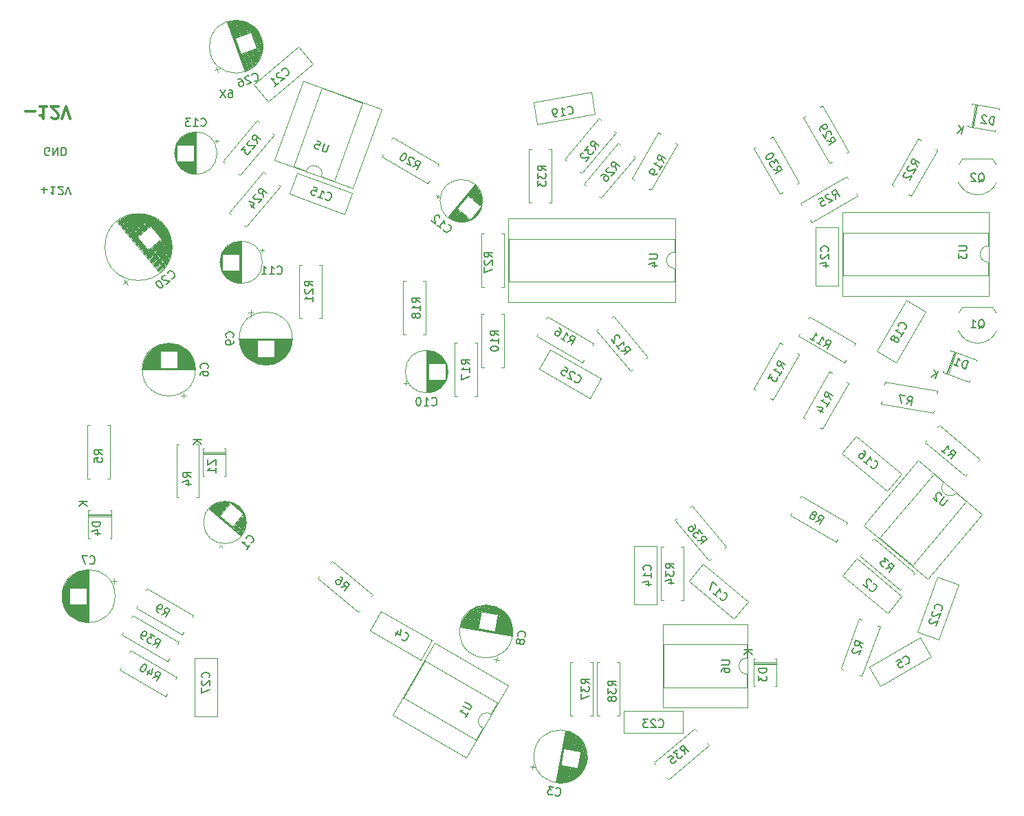
<source format=gbr>
G04 #@! TF.GenerationSoftware,KiCad,Pcbnew,(5.1.2-1)-1*
G04 #@! TF.CreationDate,2021-02-03T20:09:34-05:00*
G04 #@! TF.ProjectId,MFOS - Voltage Controlled Reverb,4d464f53-202d-4205-966f-6c7461676520,rev?*
G04 #@! TF.SameCoordinates,Original*
G04 #@! TF.FileFunction,Legend,Bot*
G04 #@! TF.FilePolarity,Positive*
%FSLAX46Y46*%
G04 Gerber Fmt 4.6, Leading zero omitted, Abs format (unit mm)*
G04 Created by KiCad (PCBNEW (5.1.2-1)-1) date 2021-02-03 20:09:34*
%MOMM*%
%LPD*%
G04 APERTURE LIST*
%ADD10C,0.150000*%
%ADD11C,0.300000*%
%ADD12C,0.120000*%
G04 APERTURE END LIST*
D10*
X15954475Y-95797621D02*
X16621141Y-94797621D01*
X16621141Y-95797621D02*
X15954475Y-94797621D01*
X17049713Y-94797621D02*
X17240189Y-94797621D01*
X17335427Y-94845240D01*
X17383046Y-94892859D01*
X17478284Y-95035716D01*
X17525903Y-95226192D01*
X17525903Y-95607144D01*
X17478284Y-95702382D01*
X17430665Y-95750002D01*
X17335427Y-95797621D01*
X17144951Y-95797621D01*
X17049713Y-95750002D01*
X17002094Y-95702382D01*
X16954475Y-95607144D01*
X16954475Y-95369049D01*
X17002094Y-95273811D01*
X17049713Y-95226192D01*
X17144951Y-95178573D01*
X17335427Y-95178573D01*
X17430665Y-95226192D01*
X17478284Y-95273811D01*
X17525903Y-95369049D01*
X-6079904Y-107116573D02*
X-5318000Y-107116573D01*
X-5698952Y-106735621D02*
X-5698952Y-107497525D01*
X-4318000Y-106735621D02*
X-4889428Y-106735621D01*
X-4603714Y-106735621D02*
X-4603714Y-107735621D01*
X-4698952Y-107592763D01*
X-4794190Y-107497525D01*
X-4889428Y-107449906D01*
X-3937047Y-107640382D02*
X-3889428Y-107688002D01*
X-3794190Y-107735621D01*
X-3556095Y-107735621D01*
X-3460857Y-107688002D01*
X-3413238Y-107640382D01*
X-3365619Y-107545144D01*
X-3365619Y-107449906D01*
X-3413238Y-107307049D01*
X-3984666Y-106735621D01*
X-3365619Y-106735621D01*
X-3079904Y-107735621D02*
X-2746571Y-106735621D01*
X-2413238Y-107735621D01*
X-5079903Y-102862001D02*
X-5175141Y-102909620D01*
X-5317999Y-102909620D01*
X-5460856Y-102862001D01*
X-5556094Y-102766762D01*
X-5603713Y-102671524D01*
X-5651332Y-102481048D01*
X-5651332Y-102338191D01*
X-5603713Y-102147715D01*
X-5556094Y-102052477D01*
X-5460856Y-101957239D01*
X-5317999Y-101909620D01*
X-5222760Y-101909620D01*
X-5079903Y-101957239D01*
X-5032284Y-102004858D01*
X-5032284Y-102338191D01*
X-5222760Y-102338191D01*
X-4603713Y-101909620D02*
X-4603713Y-102909620D01*
X-4032284Y-101909620D01*
X-4032284Y-102909620D01*
X-3556094Y-101909620D02*
X-3556094Y-102909620D01*
X-3317999Y-102909620D01*
X-3175141Y-102862001D01*
X-3079903Y-102766762D01*
X-3032284Y-102671524D01*
X-2984665Y-102481048D01*
X-2984665Y-102338191D01*
X-3032284Y-102147715D01*
X-3079903Y-102052477D01*
X-3175141Y-101957239D01*
X-3317999Y-101909620D01*
X-3556094Y-101909620D01*
D11*
X-7976857Y-97428857D02*
X-6834000Y-97428857D01*
X-5334000Y-96857428D02*
X-6191142Y-96857428D01*
X-5762571Y-96857428D02*
X-5762571Y-98357428D01*
X-5905428Y-98143142D01*
X-6048285Y-98000285D01*
X-6191142Y-97928857D01*
X-4762571Y-98214571D02*
X-4691142Y-98286000D01*
X-4548285Y-98357428D01*
X-4191142Y-98357428D01*
X-4048285Y-98286000D01*
X-3976857Y-98214571D01*
X-3905428Y-98071714D01*
X-3905428Y-97928857D01*
X-3976857Y-97714571D01*
X-4834000Y-96857428D01*
X-3905428Y-96857428D01*
X-3476857Y-98357428D02*
X-2976857Y-96857428D01*
X-2476857Y-98357428D01*
D12*
X15682179Y-92601988D02*
X15466706Y-92009982D01*
X15278439Y-92413721D02*
X15870446Y-92198249D01*
X21121651Y-88757743D02*
X20846666Y-88002230D01*
X21163070Y-88988493D02*
X20730072Y-87798842D01*
X21183283Y-89160982D02*
X20634683Y-87653715D01*
X21192894Y-89304340D02*
X20549897Y-87537718D01*
X21196007Y-89429844D02*
X20471608Y-87439575D01*
X21194674Y-89543132D02*
X20397767Y-87353649D01*
X21190262Y-89647963D02*
X20327003Y-87276179D01*
X21182772Y-89744337D02*
X20259317Y-87207167D01*
X21173230Y-89835073D02*
X20193684Y-87143793D01*
X21161978Y-89921110D02*
X20129761Y-87085118D01*
X21149015Y-90002449D02*
X20067548Y-87031141D01*
X21135027Y-90080968D02*
X20006361Y-86979983D01*
X21119329Y-90154789D02*
X19946884Y-86933523D01*
X21102946Y-90226731D02*
X19888091Y-86888943D01*
X21085196Y-90294914D02*
X19830666Y-86848122D01*
X21066761Y-90361218D02*
X19773925Y-86809180D01*
X21047642Y-90425642D02*
X19717868Y-86772117D01*
X21027498Y-90487247D02*
X19662837Y-86737873D01*
X21006669Y-90546973D02*
X19608491Y-86705509D01*
X20985498Y-90605759D02*
X19554486Y-86674085D01*
X20963302Y-90661726D02*
X19501507Y-86645480D01*
X20941105Y-90717693D02*
X19448529Y-86616874D01*
X20917882Y-90770841D02*
X19396576Y-86591088D01*
X20894317Y-90823049D02*
X19344966Y-86566241D01*
X19726353Y-87731046D02*
X19293697Y-86542334D01*
X20870410Y-90874317D02*
X20437755Y-89685606D01*
X19688765Y-87744726D02*
X19243113Y-86520307D01*
X20845819Y-90923706D02*
X20400167Y-89699287D01*
X19651177Y-87758407D02*
X19192870Y-86499219D01*
X20820886Y-90972156D02*
X20362579Y-89712968D01*
X19613590Y-87772088D02*
X19142970Y-86479071D01*
X20795611Y-91019666D02*
X20324991Y-89726649D01*
X19576002Y-87785769D02*
X19093753Y-86460802D01*
X20769652Y-91065296D02*
X20287404Y-89740329D01*
X19538414Y-87799450D02*
X19044537Y-86442533D01*
X20743693Y-91110926D02*
X20249816Y-89754010D01*
X19500826Y-87813130D02*
X18996005Y-86426144D01*
X20717050Y-91154677D02*
X20212228Y-89767691D01*
X19463239Y-87826811D02*
X18947472Y-86409755D01*
X20690407Y-91198428D02*
X20174641Y-89781372D01*
X19425651Y-87840492D02*
X18899624Y-86395245D01*
X20663080Y-91240300D02*
X20137053Y-89795053D01*
X19388063Y-87854173D02*
X18852118Y-86381674D01*
X20635411Y-91281232D02*
X20099465Y-89808733D01*
X19350476Y-87867854D02*
X18804611Y-86368104D01*
X20607742Y-91322164D02*
X20061878Y-89822414D01*
X19312888Y-87881534D02*
X18757447Y-86355474D01*
X20579731Y-91362156D02*
X20024290Y-89836095D01*
X19275300Y-87895215D02*
X18710967Y-86344722D01*
X20551035Y-91400269D02*
X19986702Y-89849776D01*
X19237713Y-87908896D02*
X18664487Y-86333971D01*
X20522340Y-91438382D02*
X19949114Y-89863457D01*
X19200125Y-87922577D02*
X18618007Y-86323220D01*
X20493645Y-91476494D02*
X19911527Y-89877137D01*
X19162537Y-87936258D02*
X18572210Y-86314348D01*
X20464266Y-91512728D02*
X19873939Y-89890818D01*
X19124949Y-87949938D02*
X18526414Y-86305476D01*
X20434887Y-91548961D02*
X19836351Y-89904499D01*
X19087362Y-87963619D02*
X18481302Y-86298484D01*
X20404823Y-91583315D02*
X19798764Y-89918180D01*
X19049774Y-87977300D02*
X18436190Y-86291491D01*
X20374760Y-91617669D02*
X19761176Y-89931861D01*
X19012186Y-87990981D02*
X18391078Y-86284499D01*
X20344697Y-91652023D02*
X19723588Y-89945542D01*
X18974599Y-88004662D02*
X18346650Y-86279386D01*
X20313949Y-91684498D02*
X19686000Y-89959222D01*
X18937011Y-88018342D02*
X18302222Y-86274273D01*
X20283202Y-91716973D02*
X19648413Y-89972903D01*
X18899423Y-88032023D02*
X18257793Y-86269160D01*
X20252455Y-91749447D02*
X19610825Y-89986584D01*
X18861835Y-88045704D02*
X18214049Y-86265926D01*
X20221024Y-91780043D02*
X19573237Y-90000265D01*
X18824248Y-88059385D02*
X18170305Y-86262693D01*
X20189592Y-91810638D02*
X19535650Y-90013946D01*
X18786660Y-88073066D02*
X18126561Y-86259459D01*
X20158161Y-91841233D02*
X19498062Y-90027626D01*
X18749072Y-88086746D02*
X18083501Y-86258105D01*
X20126045Y-91869949D02*
X19460474Y-90041307D01*
X18711485Y-88100427D02*
X18040441Y-86256750D01*
X20093930Y-91898665D02*
X19422887Y-90054988D01*
X18673897Y-88114108D02*
X17997381Y-86255396D01*
X20061815Y-91927381D02*
X19385299Y-90068669D01*
X18636309Y-88127789D02*
X17954663Y-86254982D01*
X20029357Y-91955157D02*
X19347711Y-90082350D01*
X18598722Y-88141470D02*
X17912287Y-86255507D01*
X19996558Y-91981993D02*
X19310123Y-90096030D01*
X18561134Y-88155151D02*
X17869911Y-86256032D01*
X19963758Y-92008830D02*
X19272536Y-90109711D01*
X18523546Y-88168831D02*
X17827877Y-86257497D01*
X19930617Y-92034727D02*
X19234948Y-90123392D01*
X18485958Y-88182512D02*
X17786185Y-86259901D01*
X19897134Y-92059684D02*
X19197360Y-90137073D01*
X18448371Y-88196193D02*
X17744493Y-86262306D01*
X19863650Y-92084641D02*
X19159773Y-90150754D01*
X18410783Y-88209874D02*
X17702801Y-86264710D01*
X19830167Y-92109598D02*
X19122185Y-90164434D01*
X18373195Y-88223555D02*
X17661451Y-86268054D01*
X19796341Y-92133616D02*
X19084597Y-90178115D01*
X18335608Y-88237235D02*
X17620443Y-86272338D01*
X19762174Y-92156693D02*
X19047010Y-90191796D01*
X18298020Y-88250916D02*
X17579436Y-86276622D01*
X19728006Y-92179771D02*
X19009422Y-90205477D01*
X18260432Y-88264597D02*
X17538770Y-86281846D01*
X19693497Y-92201909D02*
X18971834Y-90219158D01*
X18221905Y-88278620D02*
X17497164Y-86287411D01*
X19658047Y-92224389D02*
X18933307Y-90233180D01*
X18184317Y-88292301D02*
X17456840Y-86293574D01*
X19623196Y-92245587D02*
X18895719Y-90246861D01*
X18146729Y-88305981D02*
X17416516Y-86299738D01*
X19588344Y-92266786D02*
X18858131Y-90260542D01*
X18109142Y-88319662D02*
X17376535Y-86306841D01*
X19553151Y-92287044D02*
X18820544Y-90274223D01*
X18071554Y-88333343D02*
X17336553Y-86313944D01*
X19517957Y-92307303D02*
X18782956Y-90287904D01*
X18033966Y-88347024D02*
X17296913Y-86321986D01*
X19482422Y-92326622D02*
X18745368Y-90301584D01*
X17996379Y-88360705D02*
X17257273Y-86330029D01*
X19446886Y-92345941D02*
X18707780Y-90315265D01*
X17958791Y-88374385D02*
X17217975Y-86339011D01*
X19411008Y-92364320D02*
X18670193Y-90328946D01*
X17921203Y-88388066D02*
X17178677Y-86347994D01*
X19375131Y-92382700D02*
X18632605Y-90342627D01*
X17883615Y-88401747D02*
X17139722Y-86357916D01*
X19338911Y-92400139D02*
X18595017Y-90356308D01*
X17846028Y-88415428D02*
X17101108Y-86368777D01*
X19302350Y-92416639D02*
X18557430Y-90369989D01*
X17808440Y-88429109D02*
X17062152Y-86378699D01*
X19266130Y-92434079D02*
X18519842Y-90383669D01*
X19229226Y-92449639D02*
X17023880Y-86390501D01*
X19192665Y-92466139D02*
X16985267Y-86401363D01*
X19155419Y-92480759D02*
X16947337Y-86414104D01*
X19118515Y-92496319D02*
X16909065Y-86425905D01*
X19080928Y-92510000D02*
X16871477Y-86439586D01*
X19043340Y-92523681D02*
X16833890Y-86453267D01*
X21208615Y-89488474D02*
G75*
G03X21208615Y-89488474I-3270000J0D01*
G01*
X19435998Y-122270759D02*
X20065998Y-122270759D01*
X19750998Y-121955759D02*
X19750998Y-122585759D01*
X21187998Y-128697000D02*
X21991998Y-128697000D01*
X20956998Y-128657000D02*
X22222998Y-128657000D01*
X20787998Y-128617000D02*
X22391998Y-128617000D01*
X20649998Y-128577000D02*
X22529998Y-128577000D01*
X20530998Y-128537000D02*
X22648998Y-128537000D01*
X20424998Y-128497000D02*
X22754998Y-128497000D01*
X20327998Y-128457000D02*
X22851998Y-128457000D01*
X20239998Y-128417000D02*
X22939998Y-128417000D01*
X20157998Y-128377000D02*
X23021998Y-128377000D01*
X20080998Y-128337000D02*
X23098998Y-128337000D01*
X20008998Y-128297000D02*
X23170998Y-128297000D01*
X19939998Y-128257000D02*
X23239998Y-128257000D01*
X19875998Y-128217000D02*
X23303998Y-128217000D01*
X19813998Y-128177000D02*
X23365998Y-128177000D01*
X19755998Y-128137000D02*
X23423998Y-128137000D01*
X19699998Y-128097000D02*
X23479998Y-128097000D01*
X19645998Y-128057000D02*
X23533998Y-128057000D01*
X19594998Y-128017000D02*
X23584998Y-128017000D01*
X19545998Y-127977000D02*
X23633998Y-127977000D01*
X19497998Y-127937000D02*
X23681998Y-127937000D01*
X19452998Y-127897000D02*
X23726998Y-127897000D01*
X19407998Y-127857000D02*
X23771998Y-127857000D01*
X19365998Y-127817000D02*
X23813998Y-127817000D01*
X19324998Y-127777000D02*
X23854998Y-127777000D01*
X22629998Y-127737000D02*
X23894998Y-127737000D01*
X19284998Y-127737000D02*
X20549998Y-127737000D01*
X22629998Y-127697000D02*
X23932998Y-127697000D01*
X19246998Y-127697000D02*
X20549998Y-127697000D01*
X22629998Y-127657000D02*
X23969998Y-127657000D01*
X19209998Y-127657000D02*
X20549998Y-127657000D01*
X22629998Y-127617000D02*
X24005998Y-127617000D01*
X19173998Y-127617000D02*
X20549998Y-127617000D01*
X22629998Y-127577000D02*
X24039998Y-127577000D01*
X19139998Y-127577000D02*
X20549998Y-127577000D01*
X22629998Y-127537000D02*
X24073998Y-127537000D01*
X19105998Y-127537000D02*
X20549998Y-127537000D01*
X22629998Y-127497000D02*
X24105998Y-127497000D01*
X19073998Y-127497000D02*
X20549998Y-127497000D01*
X22629998Y-127457000D02*
X24137998Y-127457000D01*
X19041998Y-127457000D02*
X20549998Y-127457000D01*
X22629998Y-127417000D02*
X24167998Y-127417000D01*
X19011998Y-127417000D02*
X20549998Y-127417000D01*
X22629998Y-127377000D02*
X24196998Y-127377000D01*
X18982998Y-127377000D02*
X20549998Y-127377000D01*
X22629998Y-127337000D02*
X24225998Y-127337000D01*
X18953998Y-127337000D02*
X20549998Y-127337000D01*
X22629998Y-127297000D02*
X24253998Y-127297000D01*
X18925998Y-127297000D02*
X20549998Y-127297000D01*
X22629998Y-127257000D02*
X24279998Y-127257000D01*
X18899998Y-127257000D02*
X20549998Y-127257000D01*
X22629998Y-127217000D02*
X24305998Y-127217000D01*
X18873998Y-127217000D02*
X20549998Y-127217000D01*
X22629998Y-127177000D02*
X24331998Y-127177000D01*
X18847998Y-127177000D02*
X20549998Y-127177000D01*
X22629998Y-127137000D02*
X24355998Y-127137000D01*
X18823998Y-127137000D02*
X20549998Y-127137000D01*
X22629998Y-127097000D02*
X24379998Y-127097000D01*
X18799998Y-127097000D02*
X20549998Y-127097000D01*
X22629998Y-127057000D02*
X24401998Y-127057000D01*
X18777998Y-127057000D02*
X20549998Y-127057000D01*
X22629998Y-127017000D02*
X24423998Y-127017000D01*
X18755998Y-127017000D02*
X20549998Y-127017000D01*
X22629998Y-126977000D02*
X24445998Y-126977000D01*
X18733998Y-126977000D02*
X20549998Y-126977000D01*
X22629998Y-126937000D02*
X24465998Y-126937000D01*
X18713998Y-126937000D02*
X20549998Y-126937000D01*
X22629998Y-126897000D02*
X24485998Y-126897000D01*
X18693998Y-126897000D02*
X20549998Y-126897000D01*
X22629998Y-126857000D02*
X24505998Y-126857000D01*
X18673998Y-126857000D02*
X20549998Y-126857000D01*
X22629998Y-126817000D02*
X24523998Y-126817000D01*
X18655998Y-126817000D02*
X20549998Y-126817000D01*
X22629998Y-126777000D02*
X24541998Y-126777000D01*
X18637998Y-126777000D02*
X20549998Y-126777000D01*
X22629998Y-126737000D02*
X24559998Y-126737000D01*
X18619998Y-126737000D02*
X20549998Y-126737000D01*
X22629998Y-126697000D02*
X24575998Y-126697000D01*
X18603998Y-126697000D02*
X20549998Y-126697000D01*
X22629998Y-126657000D02*
X24591998Y-126657000D01*
X18587998Y-126657000D02*
X20549998Y-126657000D01*
X22629998Y-126617000D02*
X24607998Y-126617000D01*
X18571998Y-126617000D02*
X20549998Y-126617000D01*
X22629998Y-126577000D02*
X24622998Y-126577000D01*
X18556998Y-126577000D02*
X20549998Y-126577000D01*
X22629998Y-126537000D02*
X24636998Y-126537000D01*
X18542998Y-126537000D02*
X20549998Y-126537000D01*
X22629998Y-126497000D02*
X24650998Y-126497000D01*
X18528998Y-126497000D02*
X20549998Y-126497000D01*
X22629998Y-126457000D02*
X24663998Y-126457000D01*
X18515998Y-126457000D02*
X20549998Y-126457000D01*
X22629998Y-126417000D02*
X24675998Y-126417000D01*
X18503998Y-126417000D02*
X20549998Y-126417000D01*
X22629998Y-126377000D02*
X24687998Y-126377000D01*
X18491998Y-126377000D02*
X20549998Y-126377000D01*
X22629998Y-126337000D02*
X24699998Y-126337000D01*
X18479998Y-126337000D02*
X20549998Y-126337000D01*
X22629998Y-126297000D02*
X24710998Y-126297000D01*
X18468998Y-126297000D02*
X20549998Y-126297000D01*
X22629998Y-126257000D02*
X24720998Y-126257000D01*
X18458998Y-126257000D02*
X20549998Y-126257000D01*
X22629998Y-126217000D02*
X24730998Y-126217000D01*
X18448998Y-126217000D02*
X20549998Y-126217000D01*
X22629998Y-126177000D02*
X24739998Y-126177000D01*
X18439998Y-126177000D02*
X20549998Y-126177000D01*
X22629998Y-126136000D02*
X24748998Y-126136000D01*
X18430998Y-126136000D02*
X20549998Y-126136000D01*
X22629998Y-126096000D02*
X24756998Y-126096000D01*
X18422998Y-126096000D02*
X20549998Y-126096000D01*
X22629998Y-126056000D02*
X24764998Y-126056000D01*
X18414998Y-126056000D02*
X20549998Y-126056000D01*
X22629998Y-126016000D02*
X24771998Y-126016000D01*
X18407998Y-126016000D02*
X20549998Y-126016000D01*
X22629998Y-125976000D02*
X24778998Y-125976000D01*
X18400998Y-125976000D02*
X20549998Y-125976000D01*
X22629998Y-125936000D02*
X24784998Y-125936000D01*
X18394998Y-125936000D02*
X20549998Y-125936000D01*
X22629998Y-125896000D02*
X24790998Y-125896000D01*
X18388998Y-125896000D02*
X20549998Y-125896000D01*
X22629998Y-125856000D02*
X24795998Y-125856000D01*
X18383998Y-125856000D02*
X20549998Y-125856000D01*
X22629998Y-125816000D02*
X24800998Y-125816000D01*
X18378998Y-125816000D02*
X20549998Y-125816000D01*
X22629998Y-125776000D02*
X24804998Y-125776000D01*
X18374998Y-125776000D02*
X20549998Y-125776000D01*
X22629998Y-125736000D02*
X24807998Y-125736000D01*
X18371998Y-125736000D02*
X20549998Y-125736000D01*
X22629998Y-125696000D02*
X24811998Y-125696000D01*
X18367998Y-125696000D02*
X20549998Y-125696000D01*
X18365998Y-125656000D02*
X24813998Y-125656000D01*
X18362998Y-125616000D02*
X24816998Y-125616000D01*
X18361998Y-125576000D02*
X24817998Y-125576000D01*
X18359998Y-125536000D02*
X24819998Y-125536000D01*
X18359998Y-125496000D02*
X24819998Y-125496000D01*
X18359998Y-125456000D02*
X24819998Y-125456000D01*
X24859998Y-125456000D02*
G75*
G03X24859998Y-125456000I-3270000J0D01*
G01*
X50299225Y-165093879D02*
X49678796Y-164984480D01*
X49934311Y-165349394D02*
X50043710Y-164728965D01*
X49689747Y-158461035D02*
X48897961Y-158321422D01*
X49910291Y-158540540D02*
X48663525Y-158320701D01*
X50069778Y-158609279D02*
X48490146Y-158330747D01*
X50198735Y-158672635D02*
X48347297Y-158346176D01*
X50308982Y-158732691D02*
X48223159Y-158364904D01*
X50406425Y-158790490D02*
X48111823Y-158385890D01*
X50495006Y-158846726D02*
X48009351Y-158408438D01*
X50574723Y-158901400D02*
X47915742Y-158432550D01*
X50648531Y-158955031D02*
X47828042Y-158457703D01*
X50717416Y-159007794D02*
X47745266Y-158483724D01*
X50781376Y-159059689D02*
X47667414Y-158510614D01*
X50842382Y-159111063D02*
X47592516Y-158538024D01*
X50898463Y-159161569D02*
X47522542Y-158566303D01*
X50952575Y-159211728D02*
X47454538Y-158594929D01*
X51002748Y-159261191D02*
X47390474Y-158624250D01*
X51050952Y-159310308D02*
X47328378Y-158653918D01*
X51097185Y-159359077D02*
X47268253Y-158683933D01*
X51140465Y-159407326D02*
X47211082Y-158714470D01*
X51181774Y-159455227D02*
X47155880Y-158745353D01*
X51222099Y-159502954D02*
X47101664Y-158776410D01*
X51259470Y-159550161D02*
X47050401Y-158807988D01*
X51296840Y-159597367D02*
X46999139Y-158839567D01*
X51331256Y-159644053D02*
X46950831Y-158871666D01*
X51364687Y-159690565D02*
X46903508Y-158903938D01*
X48102952Y-159156050D02*
X46857170Y-158936385D01*
X51397134Y-159736903D02*
X50151352Y-159517238D01*
X48096006Y-159195442D02*
X46812801Y-158969178D01*
X51427610Y-159782894D02*
X50144406Y-159556630D01*
X48089060Y-159234834D02*
X46769417Y-159002146D01*
X51457102Y-159828711D02*
X50137460Y-159596023D01*
X48082114Y-159274227D02*
X46727018Y-159035287D01*
X51485609Y-159874355D02*
X50130514Y-159635415D01*
X48075168Y-159313619D02*
X46686589Y-159068775D01*
X51512147Y-159919651D02*
X50123568Y-159674807D01*
X48068222Y-159353011D02*
X46646160Y-159102263D01*
X51538685Y-159964947D02*
X50116622Y-159714199D01*
X48061276Y-159392404D02*
X46607700Y-159136099D01*
X51563252Y-160009896D02*
X50109676Y-159753592D01*
X48054330Y-159431796D02*
X46569240Y-159169934D01*
X51587820Y-160054846D02*
X50102730Y-159792984D01*
X48047384Y-159471188D02*
X46532750Y-159204117D01*
X51610419Y-160099447D02*
X50095784Y-159832376D01*
X48040438Y-159510581D02*
X46497245Y-159238474D01*
X51632032Y-160143875D02*
X50088838Y-159871769D01*
X48033492Y-159549973D02*
X46461739Y-159272830D01*
X51653646Y-160188304D02*
X50081893Y-159911161D01*
X48026546Y-159589365D02*
X46427219Y-159307360D01*
X51674274Y-160232558D02*
X50074947Y-159950553D01*
X48019601Y-159628757D02*
X46394668Y-159342238D01*
X51692933Y-160276465D02*
X50068001Y-159989946D01*
X48012655Y-159668150D02*
X46362117Y-159377115D01*
X51711593Y-160320372D02*
X50061055Y-160029338D01*
X48005709Y-159707542D02*
X46329566Y-159411993D01*
X51730252Y-160364279D02*
X50054109Y-160068730D01*
X47998763Y-159746934D02*
X46298985Y-159447218D01*
X51746941Y-160407839D02*
X50047163Y-160108123D01*
X47991817Y-159786327D02*
X46268403Y-159482442D01*
X51763631Y-160451399D02*
X50040217Y-160147515D01*
X47984871Y-159825719D02*
X46239792Y-159518014D01*
X51778350Y-160494612D02*
X50033271Y-160186907D01*
X47977925Y-159865111D02*
X46211180Y-159553586D01*
X51793070Y-160537824D02*
X50026325Y-160226300D01*
X47970979Y-159904504D02*
X46182568Y-159589159D01*
X51807790Y-160581037D02*
X50019379Y-160265692D01*
X47964033Y-159943896D02*
X46155926Y-159625078D01*
X51820540Y-160623902D02*
X50012433Y-160305084D01*
X47957087Y-159983288D02*
X46129284Y-159660997D01*
X51833290Y-160666767D02*
X50005487Y-160344476D01*
X47950141Y-160022681D02*
X46102642Y-159696917D01*
X51846041Y-160709633D02*
X49998541Y-160383869D01*
X47943195Y-160062073D02*
X46077969Y-159733183D01*
X51856821Y-160752151D02*
X49991595Y-160423261D01*
X47936249Y-160101465D02*
X46053297Y-159769450D01*
X51867602Y-160794669D02*
X49984650Y-160462653D01*
X47929303Y-160140857D02*
X46028625Y-159805716D01*
X51878383Y-160837187D02*
X49977704Y-160502046D01*
X47922358Y-160180250D02*
X46005922Y-159842330D01*
X51887194Y-160879357D02*
X49970758Y-160541438D01*
X47915412Y-160219642D02*
X45983219Y-159878944D01*
X51896005Y-160921528D02*
X49963812Y-160580830D01*
X47908466Y-160259034D02*
X45960516Y-159915558D01*
X51904816Y-160963699D02*
X49956866Y-160620223D01*
X47901520Y-160298427D02*
X45938798Y-159952346D01*
X51912642Y-161005696D02*
X49949920Y-160659615D01*
X47894574Y-160337819D02*
X45918065Y-159989307D01*
X51919483Y-161047519D02*
X49942974Y-160699007D01*
X47887628Y-160377211D02*
X45897331Y-160026268D01*
X51926325Y-161089343D02*
X49936028Y-160738400D01*
X47880682Y-160416604D02*
X45877583Y-160063403D01*
X51932181Y-161130992D02*
X49929082Y-160777792D01*
X47873736Y-160455996D02*
X45858819Y-160100712D01*
X51937053Y-161172468D02*
X49922136Y-160817184D01*
X47866790Y-160495388D02*
X45840056Y-160138020D01*
X51941925Y-161213944D02*
X49915190Y-160856576D01*
X47859844Y-160534781D02*
X45821292Y-160175329D01*
X51946796Y-161255421D02*
X49908244Y-160895969D01*
X47852898Y-160574173D02*
X45803513Y-160212811D01*
X51950683Y-161296723D02*
X49901298Y-160935361D01*
X47845952Y-160613565D02*
X45786719Y-160250467D01*
X51953585Y-161337852D02*
X49894352Y-160974753D01*
X47839006Y-160652958D02*
X45769925Y-160288123D01*
X51956488Y-161378981D02*
X49887407Y-161014146D01*
X47832060Y-160692350D02*
X45754116Y-160325952D01*
X51958405Y-161419936D02*
X49880461Y-161053538D01*
X47824941Y-160732727D02*
X45738133Y-160364766D01*
X51960149Y-161461876D02*
X49873341Y-161093915D01*
X47817995Y-160772119D02*
X45723309Y-160402770D01*
X51961081Y-161502657D02*
X49866395Y-161133307D01*
X47811049Y-160811512D02*
X45708485Y-160440773D01*
X51962014Y-161543439D02*
X49859449Y-161172700D01*
X47804103Y-160850904D02*
X45694645Y-160478949D01*
X51961961Y-161584046D02*
X49852503Y-161212092D01*
X47797157Y-160890296D02*
X45680805Y-160517126D01*
X51961909Y-161624654D02*
X49845557Y-161251484D01*
X47790211Y-160929688D02*
X45667951Y-160555477D01*
X51960872Y-161665089D02*
X49838611Y-161290877D01*
X47783265Y-160969081D02*
X45655096Y-160593827D01*
X51959835Y-161705523D02*
X49831665Y-161330269D01*
X47776319Y-161008473D02*
X45643226Y-160632351D01*
X51957813Y-161745783D02*
X49824720Y-161369661D01*
X47769374Y-161047865D02*
X45631356Y-160670875D01*
X51955791Y-161786044D02*
X49817774Y-161409054D01*
X47762428Y-161087258D02*
X45620471Y-160709573D01*
X51952785Y-161826131D02*
X49810828Y-161448446D01*
X47755482Y-161126650D02*
X45610570Y-160748444D01*
X51948793Y-161866044D02*
X49803882Y-161487838D01*
X47748536Y-161166042D02*
X45599685Y-160787142D01*
X51945786Y-161906131D02*
X49796936Y-161527231D01*
X51940810Y-161945870D02*
X45590770Y-160826187D01*
X51936819Y-161985784D02*
X45580869Y-160865058D01*
X51930857Y-162025350D02*
X45572939Y-160904277D01*
X51925881Y-162065089D02*
X45564023Y-160943322D01*
X51918935Y-162104482D02*
X45557077Y-160982714D01*
X51911989Y-162143874D02*
X45550131Y-161022107D01*
X52001060Y-161582990D02*
G75*
G03X52001060Y-161582990I-3270000J0D01*
G01*
X2951244Y-155072000D02*
X2951244Y-155702000D01*
X3266244Y-155387000D02*
X2636244Y-155387000D01*
X-3474997Y-156824000D02*
X-3474997Y-157628000D01*
X-3434997Y-156593000D02*
X-3434997Y-157859000D01*
X-3394997Y-156424000D02*
X-3394997Y-158028000D01*
X-3354997Y-156286000D02*
X-3354997Y-158166000D01*
X-3314997Y-156167000D02*
X-3314997Y-158285000D01*
X-3274997Y-156061000D02*
X-3274997Y-158391000D01*
X-3234997Y-155964000D02*
X-3234997Y-158488000D01*
X-3194997Y-155876000D02*
X-3194997Y-158576000D01*
X-3154997Y-155794000D02*
X-3154997Y-158658000D01*
X-3114997Y-155717000D02*
X-3114997Y-158735000D01*
X-3074997Y-155645000D02*
X-3074997Y-158807000D01*
X-3034997Y-155576000D02*
X-3034997Y-158876000D01*
X-2994997Y-155512000D02*
X-2994997Y-158940000D01*
X-2954997Y-155450000D02*
X-2954997Y-159002000D01*
X-2914997Y-155392000D02*
X-2914997Y-159060000D01*
X-2874997Y-155336000D02*
X-2874997Y-159116000D01*
X-2834997Y-155282000D02*
X-2834997Y-159170000D01*
X-2794997Y-155231000D02*
X-2794997Y-159221000D01*
X-2754997Y-155182000D02*
X-2754997Y-159270000D01*
X-2714997Y-155134000D02*
X-2714997Y-159318000D01*
X-2674997Y-155089000D02*
X-2674997Y-159363000D01*
X-2634997Y-155044000D02*
X-2634997Y-159408000D01*
X-2594997Y-155002000D02*
X-2594997Y-159450000D01*
X-2554997Y-154961000D02*
X-2554997Y-159491000D01*
X-2514997Y-158266000D02*
X-2514997Y-159531000D01*
X-2514997Y-154921000D02*
X-2514997Y-156186000D01*
X-2474997Y-158266000D02*
X-2474997Y-159569000D01*
X-2474997Y-154883000D02*
X-2474997Y-156186000D01*
X-2434997Y-158266000D02*
X-2434997Y-159606000D01*
X-2434997Y-154846000D02*
X-2434997Y-156186000D01*
X-2394997Y-158266000D02*
X-2394997Y-159642000D01*
X-2394997Y-154810000D02*
X-2394997Y-156186000D01*
X-2354997Y-158266000D02*
X-2354997Y-159676000D01*
X-2354997Y-154776000D02*
X-2354997Y-156186000D01*
X-2314997Y-158266000D02*
X-2314997Y-159710000D01*
X-2314997Y-154742000D02*
X-2314997Y-156186000D01*
X-2274997Y-158266000D02*
X-2274997Y-159742000D01*
X-2274997Y-154710000D02*
X-2274997Y-156186000D01*
X-2234997Y-158266000D02*
X-2234997Y-159774000D01*
X-2234997Y-154678000D02*
X-2234997Y-156186000D01*
X-2194997Y-158266000D02*
X-2194997Y-159804000D01*
X-2194997Y-154648000D02*
X-2194997Y-156186000D01*
X-2154997Y-158266000D02*
X-2154997Y-159833000D01*
X-2154997Y-154619000D02*
X-2154997Y-156186000D01*
X-2114997Y-158266000D02*
X-2114997Y-159862000D01*
X-2114997Y-154590000D02*
X-2114997Y-156186000D01*
X-2074997Y-158266000D02*
X-2074997Y-159890000D01*
X-2074997Y-154562000D02*
X-2074997Y-156186000D01*
X-2034997Y-158266000D02*
X-2034997Y-159916000D01*
X-2034997Y-154536000D02*
X-2034997Y-156186000D01*
X-1994997Y-158266000D02*
X-1994997Y-159942000D01*
X-1994997Y-154510000D02*
X-1994997Y-156186000D01*
X-1954997Y-158266000D02*
X-1954997Y-159968000D01*
X-1954997Y-154484000D02*
X-1954997Y-156186000D01*
X-1914997Y-158266000D02*
X-1914997Y-159992000D01*
X-1914997Y-154460000D02*
X-1914997Y-156186000D01*
X-1874997Y-158266000D02*
X-1874997Y-160016000D01*
X-1874997Y-154436000D02*
X-1874997Y-156186000D01*
X-1834997Y-158266000D02*
X-1834997Y-160038000D01*
X-1834997Y-154414000D02*
X-1834997Y-156186000D01*
X-1794997Y-158266000D02*
X-1794997Y-160060000D01*
X-1794997Y-154392000D02*
X-1794997Y-156186000D01*
X-1754997Y-158266000D02*
X-1754997Y-160082000D01*
X-1754997Y-154370000D02*
X-1754997Y-156186000D01*
X-1714997Y-158266000D02*
X-1714997Y-160102000D01*
X-1714997Y-154350000D02*
X-1714997Y-156186000D01*
X-1674997Y-158266000D02*
X-1674997Y-160122000D01*
X-1674997Y-154330000D02*
X-1674997Y-156186000D01*
X-1634997Y-158266000D02*
X-1634997Y-160142000D01*
X-1634997Y-154310000D02*
X-1634997Y-156186000D01*
X-1594997Y-158266000D02*
X-1594997Y-160160000D01*
X-1594997Y-154292000D02*
X-1594997Y-156186000D01*
X-1554997Y-158266000D02*
X-1554997Y-160178000D01*
X-1554997Y-154274000D02*
X-1554997Y-156186000D01*
X-1514997Y-158266000D02*
X-1514997Y-160196000D01*
X-1514997Y-154256000D02*
X-1514997Y-156186000D01*
X-1474997Y-158266000D02*
X-1474997Y-160212000D01*
X-1474997Y-154240000D02*
X-1474997Y-156186000D01*
X-1434997Y-158266000D02*
X-1434997Y-160228000D01*
X-1434997Y-154224000D02*
X-1434997Y-156186000D01*
X-1394997Y-158266000D02*
X-1394997Y-160244000D01*
X-1394997Y-154208000D02*
X-1394997Y-156186000D01*
X-1354997Y-158266000D02*
X-1354997Y-160259000D01*
X-1354997Y-154193000D02*
X-1354997Y-156186000D01*
X-1314997Y-158266000D02*
X-1314997Y-160273000D01*
X-1314997Y-154179000D02*
X-1314997Y-156186000D01*
X-1274997Y-158266000D02*
X-1274997Y-160287000D01*
X-1274997Y-154165000D02*
X-1274997Y-156186000D01*
X-1234997Y-158266000D02*
X-1234997Y-160300000D01*
X-1234997Y-154152000D02*
X-1234997Y-156186000D01*
X-1194997Y-158266000D02*
X-1194997Y-160312000D01*
X-1194997Y-154140000D02*
X-1194997Y-156186000D01*
X-1154997Y-158266000D02*
X-1154997Y-160324000D01*
X-1154997Y-154128000D02*
X-1154997Y-156186000D01*
X-1114997Y-158266000D02*
X-1114997Y-160336000D01*
X-1114997Y-154116000D02*
X-1114997Y-156186000D01*
X-1074997Y-158266000D02*
X-1074997Y-160347000D01*
X-1074997Y-154105000D02*
X-1074997Y-156186000D01*
X-1034997Y-158266000D02*
X-1034997Y-160357000D01*
X-1034997Y-154095000D02*
X-1034997Y-156186000D01*
X-994997Y-158266000D02*
X-994997Y-160367000D01*
X-994997Y-154085000D02*
X-994997Y-156186000D01*
X-954997Y-158266000D02*
X-954997Y-160376000D01*
X-954997Y-154076000D02*
X-954997Y-156186000D01*
X-913997Y-158266000D02*
X-913997Y-160385000D01*
X-913997Y-154067000D02*
X-913997Y-156186000D01*
X-873997Y-158266000D02*
X-873997Y-160393000D01*
X-873997Y-154059000D02*
X-873997Y-156186000D01*
X-833997Y-158266000D02*
X-833997Y-160401000D01*
X-833997Y-154051000D02*
X-833997Y-156186000D01*
X-793997Y-158266000D02*
X-793997Y-160408000D01*
X-793997Y-154044000D02*
X-793997Y-156186000D01*
X-753997Y-158266000D02*
X-753997Y-160415000D01*
X-753997Y-154037000D02*
X-753997Y-156186000D01*
X-713997Y-158266000D02*
X-713997Y-160421000D01*
X-713997Y-154031000D02*
X-713997Y-156186000D01*
X-673997Y-158266000D02*
X-673997Y-160427000D01*
X-673997Y-154025000D02*
X-673997Y-156186000D01*
X-633997Y-158266000D02*
X-633997Y-160432000D01*
X-633997Y-154020000D02*
X-633997Y-156186000D01*
X-593997Y-158266000D02*
X-593997Y-160437000D01*
X-593997Y-154015000D02*
X-593997Y-156186000D01*
X-553997Y-158266000D02*
X-553997Y-160441000D01*
X-553997Y-154011000D02*
X-553997Y-156186000D01*
X-513997Y-158266000D02*
X-513997Y-160444000D01*
X-513997Y-154008000D02*
X-513997Y-156186000D01*
X-473997Y-158266000D02*
X-473997Y-160448000D01*
X-473997Y-154004000D02*
X-473997Y-156186000D01*
X-433997Y-154002000D02*
X-433997Y-160450000D01*
X-393997Y-153999000D02*
X-393997Y-160453000D01*
X-353997Y-153998000D02*
X-353997Y-160454000D01*
X-313997Y-153996000D02*
X-313997Y-160456000D01*
X-273997Y-153996000D02*
X-273997Y-160456000D01*
X-233997Y-153996000D02*
X-233997Y-160456000D01*
X3036003Y-157226000D02*
G75*
G03X3036003Y-157226000I-3270000J0D01*
G01*
X11805999Y-132491242D02*
X11175999Y-132491242D01*
X11490999Y-132806242D02*
X11490999Y-132176242D01*
X10053999Y-126065001D02*
X9249999Y-126065001D01*
X10284999Y-126105001D02*
X9018999Y-126105001D01*
X10453999Y-126145001D02*
X8849999Y-126145001D01*
X10591999Y-126185001D02*
X8711999Y-126185001D01*
X10710999Y-126225001D02*
X8592999Y-126225001D01*
X10816999Y-126265001D02*
X8486999Y-126265001D01*
X10913999Y-126305001D02*
X8389999Y-126305001D01*
X11001999Y-126345001D02*
X8301999Y-126345001D01*
X11083999Y-126385001D02*
X8219999Y-126385001D01*
X11160999Y-126425001D02*
X8142999Y-126425001D01*
X11232999Y-126465001D02*
X8070999Y-126465001D01*
X11301999Y-126505001D02*
X8001999Y-126505001D01*
X11365999Y-126545001D02*
X7937999Y-126545001D01*
X11427999Y-126585001D02*
X7875999Y-126585001D01*
X11485999Y-126625001D02*
X7817999Y-126625001D01*
X11541999Y-126665001D02*
X7761999Y-126665001D01*
X11595999Y-126705001D02*
X7707999Y-126705001D01*
X11646999Y-126745001D02*
X7656999Y-126745001D01*
X11695999Y-126785001D02*
X7607999Y-126785001D01*
X11743999Y-126825001D02*
X7559999Y-126825001D01*
X11788999Y-126865001D02*
X7514999Y-126865001D01*
X11833999Y-126905001D02*
X7469999Y-126905001D01*
X11875999Y-126945001D02*
X7427999Y-126945001D01*
X11916999Y-126985001D02*
X7386999Y-126985001D01*
X8611999Y-127025001D02*
X7346999Y-127025001D01*
X11956999Y-127025001D02*
X10691999Y-127025001D01*
X8611999Y-127065001D02*
X7308999Y-127065001D01*
X11994999Y-127065001D02*
X10691999Y-127065001D01*
X8611999Y-127105001D02*
X7271999Y-127105001D01*
X12031999Y-127105001D02*
X10691999Y-127105001D01*
X8611999Y-127145001D02*
X7235999Y-127145001D01*
X12067999Y-127145001D02*
X10691999Y-127145001D01*
X8611999Y-127185001D02*
X7201999Y-127185001D01*
X12101999Y-127185001D02*
X10691999Y-127185001D01*
X8611999Y-127225001D02*
X7167999Y-127225001D01*
X12135999Y-127225001D02*
X10691999Y-127225001D01*
X8611999Y-127265001D02*
X7135999Y-127265001D01*
X12167999Y-127265001D02*
X10691999Y-127265001D01*
X8611999Y-127305001D02*
X7103999Y-127305001D01*
X12199999Y-127305001D02*
X10691999Y-127305001D01*
X8611999Y-127345001D02*
X7073999Y-127345001D01*
X12229999Y-127345001D02*
X10691999Y-127345001D01*
X8611999Y-127385001D02*
X7044999Y-127385001D01*
X12258999Y-127385001D02*
X10691999Y-127385001D01*
X8611999Y-127425001D02*
X7015999Y-127425001D01*
X12287999Y-127425001D02*
X10691999Y-127425001D01*
X8611999Y-127465001D02*
X6987999Y-127465001D01*
X12315999Y-127465001D02*
X10691999Y-127465001D01*
X8611999Y-127505001D02*
X6961999Y-127505001D01*
X12341999Y-127505001D02*
X10691999Y-127505001D01*
X8611999Y-127545001D02*
X6935999Y-127545001D01*
X12367999Y-127545001D02*
X10691999Y-127545001D01*
X8611999Y-127585001D02*
X6909999Y-127585001D01*
X12393999Y-127585001D02*
X10691999Y-127585001D01*
X8611999Y-127625001D02*
X6885999Y-127625001D01*
X12417999Y-127625001D02*
X10691999Y-127625001D01*
X8611999Y-127665001D02*
X6861999Y-127665001D01*
X12441999Y-127665001D02*
X10691999Y-127665001D01*
X8611999Y-127705001D02*
X6839999Y-127705001D01*
X12463999Y-127705001D02*
X10691999Y-127705001D01*
X8611999Y-127745001D02*
X6817999Y-127745001D01*
X12485999Y-127745001D02*
X10691999Y-127745001D01*
X8611999Y-127785001D02*
X6795999Y-127785001D01*
X12507999Y-127785001D02*
X10691999Y-127785001D01*
X8611999Y-127825001D02*
X6775999Y-127825001D01*
X12527999Y-127825001D02*
X10691999Y-127825001D01*
X8611999Y-127865001D02*
X6755999Y-127865001D01*
X12547999Y-127865001D02*
X10691999Y-127865001D01*
X8611999Y-127905001D02*
X6735999Y-127905001D01*
X12567999Y-127905001D02*
X10691999Y-127905001D01*
X8611999Y-127945001D02*
X6717999Y-127945001D01*
X12585999Y-127945001D02*
X10691999Y-127945001D01*
X8611999Y-127985001D02*
X6699999Y-127985001D01*
X12603999Y-127985001D02*
X10691999Y-127985001D01*
X8611999Y-128025001D02*
X6681999Y-128025001D01*
X12621999Y-128025001D02*
X10691999Y-128025001D01*
X8611999Y-128065001D02*
X6665999Y-128065001D01*
X12637999Y-128065001D02*
X10691999Y-128065001D01*
X8611999Y-128105001D02*
X6649999Y-128105001D01*
X12653999Y-128105001D02*
X10691999Y-128105001D01*
X8611999Y-128145001D02*
X6633999Y-128145001D01*
X12669999Y-128145001D02*
X10691999Y-128145001D01*
X8611999Y-128185001D02*
X6618999Y-128185001D01*
X12684999Y-128185001D02*
X10691999Y-128185001D01*
X8611999Y-128225001D02*
X6604999Y-128225001D01*
X12698999Y-128225001D02*
X10691999Y-128225001D01*
X8611999Y-128265001D02*
X6590999Y-128265001D01*
X12712999Y-128265001D02*
X10691999Y-128265001D01*
X8611999Y-128305001D02*
X6577999Y-128305001D01*
X12725999Y-128305001D02*
X10691999Y-128305001D01*
X8611999Y-128345001D02*
X6565999Y-128345001D01*
X12737999Y-128345001D02*
X10691999Y-128345001D01*
X8611999Y-128385001D02*
X6553999Y-128385001D01*
X12749999Y-128385001D02*
X10691999Y-128385001D01*
X8611999Y-128425001D02*
X6541999Y-128425001D01*
X12761999Y-128425001D02*
X10691999Y-128425001D01*
X8611999Y-128465001D02*
X6530999Y-128465001D01*
X12772999Y-128465001D02*
X10691999Y-128465001D01*
X8611999Y-128505001D02*
X6520999Y-128505001D01*
X12782999Y-128505001D02*
X10691999Y-128505001D01*
X8611999Y-128545001D02*
X6510999Y-128545001D01*
X12792999Y-128545001D02*
X10691999Y-128545001D01*
X8611999Y-128585001D02*
X6501999Y-128585001D01*
X12801999Y-128585001D02*
X10691999Y-128585001D01*
X8611999Y-128626001D02*
X6492999Y-128626001D01*
X12810999Y-128626001D02*
X10691999Y-128626001D01*
X8611999Y-128666001D02*
X6484999Y-128666001D01*
X12818999Y-128666001D02*
X10691999Y-128666001D01*
X8611999Y-128706001D02*
X6476999Y-128706001D01*
X12826999Y-128706001D02*
X10691999Y-128706001D01*
X8611999Y-128746001D02*
X6469999Y-128746001D01*
X12833999Y-128746001D02*
X10691999Y-128746001D01*
X8611999Y-128786001D02*
X6462999Y-128786001D01*
X12840999Y-128786001D02*
X10691999Y-128786001D01*
X8611999Y-128826001D02*
X6456999Y-128826001D01*
X12846999Y-128826001D02*
X10691999Y-128826001D01*
X8611999Y-128866001D02*
X6450999Y-128866001D01*
X12852999Y-128866001D02*
X10691999Y-128866001D01*
X8611999Y-128906001D02*
X6445999Y-128906001D01*
X12857999Y-128906001D02*
X10691999Y-128906001D01*
X8611999Y-128946001D02*
X6440999Y-128946001D01*
X12862999Y-128946001D02*
X10691999Y-128946001D01*
X8611999Y-128986001D02*
X6436999Y-128986001D01*
X12866999Y-128986001D02*
X10691999Y-128986001D01*
X8611999Y-129026001D02*
X6433999Y-129026001D01*
X12869999Y-129026001D02*
X10691999Y-129026001D01*
X8611999Y-129066001D02*
X6429999Y-129066001D01*
X12873999Y-129066001D02*
X10691999Y-129066001D01*
X12875999Y-129106001D02*
X6427999Y-129106001D01*
X12878999Y-129146001D02*
X6424999Y-129146001D01*
X12879999Y-129186001D02*
X6423999Y-129186001D01*
X12881999Y-129226001D02*
X6421999Y-129226001D01*
X12881999Y-129266001D02*
X6421999Y-129266001D01*
X12881999Y-129306001D02*
X6421999Y-129306001D01*
X12921999Y-129306001D02*
G75*
G03X12921999Y-129306001I-3270000J0D01*
G01*
X54362121Y-178569225D02*
X54471520Y-177948796D01*
X54106606Y-178204311D02*
X54727035Y-178313710D01*
X60994965Y-177959747D02*
X61134578Y-177167961D01*
X60915460Y-178180291D02*
X61135299Y-176933525D01*
X60846721Y-178339778D02*
X61125253Y-176760146D01*
X60783365Y-178468735D02*
X61109824Y-176617297D01*
X60723309Y-178578982D02*
X61091096Y-176493159D01*
X60665510Y-178676425D02*
X61070110Y-176381823D01*
X60609274Y-178765006D02*
X61047562Y-176279351D01*
X60554600Y-178844723D02*
X61023450Y-176185742D01*
X60500969Y-178918531D02*
X60998297Y-176098042D01*
X60448206Y-178987416D02*
X60972276Y-176015266D01*
X60396311Y-179051376D02*
X60945386Y-175937414D01*
X60344937Y-179112382D02*
X60917976Y-175862516D01*
X60294431Y-179168463D02*
X60889697Y-175792542D01*
X60244272Y-179222575D02*
X60861071Y-175724538D01*
X60194809Y-179272748D02*
X60831750Y-175660474D01*
X60145692Y-179320952D02*
X60802082Y-175598378D01*
X60096923Y-179367185D02*
X60772067Y-175538253D01*
X60048674Y-179410465D02*
X60741530Y-175481082D01*
X60000773Y-179451774D02*
X60710647Y-175425880D01*
X59953046Y-179492099D02*
X60679590Y-175371664D01*
X59905839Y-179529470D02*
X60648012Y-175320401D01*
X59858633Y-179566840D02*
X60616433Y-175269139D01*
X59811947Y-179601256D02*
X60584334Y-175220831D01*
X59765435Y-179634687D02*
X60552062Y-175173508D01*
X60299950Y-176372952D02*
X60519615Y-175127170D01*
X59719097Y-179667134D02*
X59938762Y-178421352D01*
X60260558Y-176366006D02*
X60486822Y-175082801D01*
X59673106Y-179697610D02*
X59899370Y-178414406D01*
X60221166Y-176359060D02*
X60453854Y-175039417D01*
X59627289Y-179727102D02*
X59859977Y-178407460D01*
X60181773Y-176352114D02*
X60420713Y-174997018D01*
X59581645Y-179755609D02*
X59820585Y-178400514D01*
X60142381Y-176345168D02*
X60387225Y-174956589D01*
X59536349Y-179782147D02*
X59781193Y-178393568D01*
X60102989Y-176338222D02*
X60353737Y-174916160D01*
X59491053Y-179808685D02*
X59741801Y-178386622D01*
X60063596Y-176331276D02*
X60319901Y-174877700D01*
X59446104Y-179833252D02*
X59702408Y-178379676D01*
X60024204Y-176324330D02*
X60286066Y-174839240D01*
X59401154Y-179857820D02*
X59663016Y-178372730D01*
X59984812Y-176317384D02*
X60251883Y-174802750D01*
X59356553Y-179880419D02*
X59623624Y-178365784D01*
X59945419Y-176310438D02*
X60217526Y-174767245D01*
X59312125Y-179902032D02*
X59584231Y-178358838D01*
X59906027Y-176303492D02*
X60183170Y-174731739D01*
X59267696Y-179923646D02*
X59544839Y-178351893D01*
X59866635Y-176296546D02*
X60148640Y-174697219D01*
X59223442Y-179944274D02*
X59505447Y-178344947D01*
X59827243Y-176289601D02*
X60113762Y-174664668D01*
X59179535Y-179962933D02*
X59466054Y-178338001D01*
X59787850Y-176282655D02*
X60078885Y-174632117D01*
X59135628Y-179981593D02*
X59426662Y-178331055D01*
X59748458Y-176275709D02*
X60044007Y-174599566D01*
X59091721Y-180000252D02*
X59387270Y-178324109D01*
X59709066Y-176268763D02*
X60008782Y-174568985D01*
X59048161Y-180016941D02*
X59347877Y-178317163D01*
X59669673Y-176261817D02*
X59973558Y-174538403D01*
X59004601Y-180033631D02*
X59308485Y-178310217D01*
X59630281Y-176254871D02*
X59937986Y-174509792D01*
X58961388Y-180048350D02*
X59269093Y-178303271D01*
X59590889Y-176247925D02*
X59902414Y-174481180D01*
X58918176Y-180063070D02*
X59229700Y-178296325D01*
X59551496Y-176240979D02*
X59866841Y-174452568D01*
X58874963Y-180077790D02*
X59190308Y-178289379D01*
X59512104Y-176234033D02*
X59830922Y-174425926D01*
X58832098Y-180090540D02*
X59150916Y-178282433D01*
X59472712Y-176227087D02*
X59795003Y-174399284D01*
X58789233Y-180103290D02*
X59111524Y-178275487D01*
X59433319Y-176220141D02*
X59759083Y-174372642D01*
X58746367Y-180116041D02*
X59072131Y-178268541D01*
X59393927Y-176213195D02*
X59722817Y-174347969D01*
X58703849Y-180126821D02*
X59032739Y-178261595D01*
X59354535Y-176206249D02*
X59686550Y-174323297D01*
X58661331Y-180137602D02*
X58993347Y-178254650D01*
X59315143Y-176199303D02*
X59650284Y-174298625D01*
X58618813Y-180148383D02*
X58953954Y-178247704D01*
X59275750Y-176192358D02*
X59613670Y-174275922D01*
X58576643Y-180157194D02*
X58914562Y-178240758D01*
X59236358Y-176185412D02*
X59577056Y-174253219D01*
X58534472Y-180166005D02*
X58875170Y-178233812D01*
X59196966Y-176178466D02*
X59540442Y-174230516D01*
X58492301Y-180174816D02*
X58835777Y-178226866D01*
X59157573Y-176171520D02*
X59503654Y-174208798D01*
X58450304Y-180182642D02*
X58796385Y-178219920D01*
X59118181Y-176164574D02*
X59466693Y-174188065D01*
X58408481Y-180189483D02*
X58756993Y-178212974D01*
X59078789Y-176157628D02*
X59429732Y-174167331D01*
X58366657Y-180196325D02*
X58717600Y-178206028D01*
X59039396Y-176150682D02*
X59392597Y-174147583D01*
X58325008Y-180202181D02*
X58678208Y-178199082D01*
X59000004Y-176143736D02*
X59355288Y-174128819D01*
X58283532Y-180207053D02*
X58638816Y-178192136D01*
X58960612Y-176136790D02*
X59317980Y-174110056D01*
X58242056Y-180211925D02*
X58599424Y-178185190D01*
X58921219Y-176129844D02*
X59280671Y-174091292D01*
X58200579Y-180216796D02*
X58560031Y-178178244D01*
X58881827Y-176122898D02*
X59243189Y-174073513D01*
X58159277Y-180220683D02*
X58520639Y-178171298D01*
X58842435Y-176115952D02*
X59205533Y-174056719D01*
X58118148Y-180223585D02*
X58481247Y-178164352D01*
X58803042Y-176109006D02*
X59167877Y-174039925D01*
X58077019Y-180226488D02*
X58441854Y-178157407D01*
X58763650Y-176102060D02*
X59130048Y-174024116D01*
X58036064Y-180228405D02*
X58402462Y-178150461D01*
X58723273Y-176094941D02*
X59091234Y-174008133D01*
X57994124Y-180230149D02*
X58362085Y-178143341D01*
X58683881Y-176087995D02*
X59053230Y-173993309D01*
X57953343Y-180231081D02*
X58322693Y-178136395D01*
X58644488Y-176081049D02*
X59015227Y-173978485D01*
X57912561Y-180232014D02*
X58283300Y-178129449D01*
X58605096Y-176074103D02*
X58977051Y-173964645D01*
X57871954Y-180231961D02*
X58243908Y-178122503D01*
X58565704Y-176067157D02*
X58938874Y-173950805D01*
X57831346Y-180231909D02*
X58204516Y-178115557D01*
X58526312Y-176060211D02*
X58900523Y-173937951D01*
X57790911Y-180230872D02*
X58165123Y-178108611D01*
X58486919Y-176053265D02*
X58862173Y-173925096D01*
X57750477Y-180229835D02*
X58125731Y-178101665D01*
X58447527Y-176046319D02*
X58823649Y-173913226D01*
X57710217Y-180227813D02*
X58086339Y-178094720D01*
X58408135Y-176039374D02*
X58785125Y-173901356D01*
X57669956Y-180225791D02*
X58046946Y-178087774D01*
X58368742Y-176032428D02*
X58746427Y-173890471D01*
X57629869Y-180222785D02*
X58007554Y-178080828D01*
X58329350Y-176025482D02*
X58707556Y-173880570D01*
X57589956Y-180218793D02*
X57968162Y-178073882D01*
X58289958Y-176018536D02*
X58668858Y-173869685D01*
X57549869Y-180215786D02*
X57928769Y-178066936D01*
X57510130Y-180210810D02*
X58629813Y-173860770D01*
X57470216Y-180206819D02*
X58590942Y-173850869D01*
X57430650Y-180200857D02*
X58551723Y-173842939D01*
X57390911Y-180195881D02*
X58512678Y-173834023D01*
X57351518Y-180188935D02*
X58473286Y-173827077D01*
X57312126Y-180181989D02*
X58433893Y-173820131D01*
X61143010Y-177001060D02*
G75*
G03X61143010Y-177001060I-3270000J0D01*
G01*
X15528774Y-100890999D02*
X15528774Y-101390999D01*
X15778774Y-101140999D02*
X15278774Y-101140999D01*
X10372999Y-102331999D02*
X10372999Y-102899999D01*
X10412999Y-102097999D02*
X10412999Y-103133999D01*
X10452999Y-101938999D02*
X10452999Y-103292999D01*
X10492999Y-101810999D02*
X10492999Y-103420999D01*
X10532999Y-101700999D02*
X10532999Y-103530999D01*
X10572999Y-101604999D02*
X10572999Y-103626999D01*
X10612999Y-101517999D02*
X10612999Y-103713999D01*
X10652999Y-101437999D02*
X10652999Y-103793999D01*
X10692999Y-103655999D02*
X10692999Y-103866999D01*
X10692999Y-101364999D02*
X10692999Y-101575999D01*
X10732999Y-103655999D02*
X10732999Y-103934999D01*
X10732999Y-101296999D02*
X10732999Y-101575999D01*
X10772999Y-103655999D02*
X10772999Y-103998999D01*
X10772999Y-101232999D02*
X10772999Y-101575999D01*
X10812999Y-103655999D02*
X10812999Y-104058999D01*
X10812999Y-101172999D02*
X10812999Y-101575999D01*
X10852999Y-103655999D02*
X10852999Y-104115999D01*
X10852999Y-101115999D02*
X10852999Y-101575999D01*
X10892999Y-103655999D02*
X10892999Y-104169999D01*
X10892999Y-101061999D02*
X10892999Y-101575999D01*
X10932999Y-103655999D02*
X10932999Y-104220999D01*
X10932999Y-101010999D02*
X10932999Y-101575999D01*
X10972999Y-103655999D02*
X10972999Y-104268999D01*
X10972999Y-100962999D02*
X10972999Y-101575999D01*
X11012999Y-103655999D02*
X11012999Y-104314999D01*
X11012999Y-100916999D02*
X11012999Y-101575999D01*
X11052999Y-103655999D02*
X11052999Y-104358999D01*
X11052999Y-100872999D02*
X11052999Y-101575999D01*
X11092999Y-103655999D02*
X11092999Y-104400999D01*
X11092999Y-100830999D02*
X11092999Y-101575999D01*
X11132999Y-103655999D02*
X11132999Y-104441999D01*
X11132999Y-100789999D02*
X11132999Y-101575999D01*
X11172999Y-103655999D02*
X11172999Y-104479999D01*
X11172999Y-100751999D02*
X11172999Y-101575999D01*
X11212999Y-103655999D02*
X11212999Y-104516999D01*
X11212999Y-100714999D02*
X11212999Y-101575999D01*
X11252999Y-103655999D02*
X11252999Y-104552999D01*
X11252999Y-100678999D02*
X11252999Y-101575999D01*
X11292999Y-103655999D02*
X11292999Y-104586999D01*
X11292999Y-100644999D02*
X11292999Y-101575999D01*
X11332999Y-103655999D02*
X11332999Y-104619999D01*
X11332999Y-100611999D02*
X11332999Y-101575999D01*
X11372999Y-103655999D02*
X11372999Y-104650999D01*
X11372999Y-100580999D02*
X11372999Y-101575999D01*
X11412999Y-103655999D02*
X11412999Y-104680999D01*
X11412999Y-100550999D02*
X11412999Y-101575999D01*
X11452999Y-103655999D02*
X11452999Y-104710999D01*
X11452999Y-100520999D02*
X11452999Y-101575999D01*
X11492999Y-103655999D02*
X11492999Y-104737999D01*
X11492999Y-100493999D02*
X11492999Y-101575999D01*
X11532999Y-103655999D02*
X11532999Y-104764999D01*
X11532999Y-100466999D02*
X11532999Y-101575999D01*
X11572999Y-103655999D02*
X11572999Y-104790999D01*
X11572999Y-100440999D02*
X11572999Y-101575999D01*
X11612999Y-103655999D02*
X11612999Y-104815999D01*
X11612999Y-100415999D02*
X11612999Y-101575999D01*
X11652999Y-103655999D02*
X11652999Y-104839999D01*
X11652999Y-100391999D02*
X11652999Y-101575999D01*
X11692999Y-103655999D02*
X11692999Y-104862999D01*
X11692999Y-100368999D02*
X11692999Y-101575999D01*
X11732999Y-103655999D02*
X11732999Y-104883999D01*
X11732999Y-100347999D02*
X11732999Y-101575999D01*
X11772999Y-103655999D02*
X11772999Y-104905999D01*
X11772999Y-100325999D02*
X11772999Y-101575999D01*
X11812999Y-103655999D02*
X11812999Y-104925999D01*
X11812999Y-100305999D02*
X11812999Y-101575999D01*
X11852999Y-103655999D02*
X11852999Y-104944999D01*
X11852999Y-100286999D02*
X11852999Y-101575999D01*
X11892999Y-103655999D02*
X11892999Y-104963999D01*
X11892999Y-100267999D02*
X11892999Y-101575999D01*
X11932999Y-103655999D02*
X11932999Y-104980999D01*
X11932999Y-100250999D02*
X11932999Y-101575999D01*
X11972999Y-103655999D02*
X11972999Y-104997999D01*
X11972999Y-100233999D02*
X11972999Y-101575999D01*
X12012999Y-103655999D02*
X12012999Y-105013999D01*
X12012999Y-100217999D02*
X12012999Y-101575999D01*
X12052999Y-103655999D02*
X12052999Y-105029999D01*
X12052999Y-100201999D02*
X12052999Y-101575999D01*
X12092999Y-103655999D02*
X12092999Y-105043999D01*
X12092999Y-100187999D02*
X12092999Y-101575999D01*
X12132999Y-103655999D02*
X12132999Y-105057999D01*
X12132999Y-100173999D02*
X12132999Y-101575999D01*
X12172999Y-103655999D02*
X12172999Y-105070999D01*
X12172999Y-100160999D02*
X12172999Y-101575999D01*
X12212999Y-103655999D02*
X12212999Y-105083999D01*
X12212999Y-100147999D02*
X12212999Y-101575999D01*
X12252999Y-103655999D02*
X12252999Y-105095999D01*
X12252999Y-100135999D02*
X12252999Y-101575999D01*
X12293999Y-103655999D02*
X12293999Y-105106999D01*
X12293999Y-100124999D02*
X12293999Y-101575999D01*
X12333999Y-103655999D02*
X12333999Y-105116999D01*
X12333999Y-100114999D02*
X12333999Y-101575999D01*
X12373999Y-103655999D02*
X12373999Y-105126999D01*
X12373999Y-100104999D02*
X12373999Y-101575999D01*
X12413999Y-103655999D02*
X12413999Y-105135999D01*
X12413999Y-100095999D02*
X12413999Y-101575999D01*
X12453999Y-103655999D02*
X12453999Y-105143999D01*
X12453999Y-100087999D02*
X12453999Y-101575999D01*
X12493999Y-103655999D02*
X12493999Y-105151999D01*
X12493999Y-100079999D02*
X12493999Y-101575999D01*
X12533999Y-103655999D02*
X12533999Y-105158999D01*
X12533999Y-100072999D02*
X12533999Y-101575999D01*
X12573999Y-103655999D02*
X12573999Y-105165999D01*
X12573999Y-100065999D02*
X12573999Y-101575999D01*
X12613999Y-103655999D02*
X12613999Y-105171999D01*
X12613999Y-100059999D02*
X12613999Y-101575999D01*
X12653999Y-103655999D02*
X12653999Y-105176999D01*
X12653999Y-100054999D02*
X12653999Y-101575999D01*
X12693999Y-103655999D02*
X12693999Y-105180999D01*
X12693999Y-100050999D02*
X12693999Y-101575999D01*
X12733999Y-103655999D02*
X12733999Y-105184999D01*
X12733999Y-100046999D02*
X12733999Y-101575999D01*
X12773999Y-100042999D02*
X12773999Y-105188999D01*
X12813999Y-100039999D02*
X12813999Y-105191999D01*
X12853999Y-100037999D02*
X12853999Y-105193999D01*
X12893999Y-100036999D02*
X12893999Y-105194999D01*
X12933999Y-100035999D02*
X12933999Y-105195999D01*
X12973999Y-100035999D02*
X12973999Y-105195999D01*
X15593999Y-102615999D02*
G75*
G03X15593999Y-102615999I-2620000J0D01*
G01*
X42595678Y-108178734D02*
X42917072Y-107795712D01*
X42564864Y-107826526D02*
X42947886Y-108147920D01*
X47471487Y-110388933D02*
X47836591Y-109953819D01*
X47290433Y-110542476D02*
X47956361Y-109748854D01*
X47157588Y-110638565D02*
X48027923Y-109601341D01*
X47044670Y-110710907D02*
X48079558Y-109477576D01*
X46943321Y-110769461D02*
X48119623Y-109367599D01*
X46850972Y-110817289D02*
X48150689Y-109268348D01*
X46764408Y-110858224D02*
X48175969Y-109175990D01*
X46682343Y-110893796D02*
X48196751Y-109088995D01*
X48077404Y-109168998D02*
X48213032Y-109007362D01*
X46604778Y-110924006D02*
X46740406Y-110762370D01*
X48046762Y-109143286D02*
X48226100Y-108929560D01*
X46530426Y-110950385D02*
X46709764Y-110736659D01*
X48016120Y-109117575D02*
X48236597Y-108854822D01*
X46458646Y-110973701D02*
X46679122Y-110710947D01*
X47985479Y-109091863D02*
X48244522Y-108783147D01*
X46389437Y-110993952D02*
X46648480Y-110685236D01*
X47954837Y-109066152D02*
X48250519Y-108713771D01*
X46322156Y-111011905D02*
X46617839Y-110659524D01*
X47924195Y-109040440D02*
X48254588Y-108646693D01*
X46256804Y-111027560D02*
X46587197Y-110633813D01*
X47893553Y-109014729D02*
X48256728Y-108581914D01*
X46193380Y-111040916D02*
X46556555Y-110608101D01*
X47862912Y-108989017D02*
X48256940Y-108519432D01*
X46131885Y-111051975D02*
X46525913Y-110582390D01*
X47832270Y-108963306D02*
X48255867Y-108458483D01*
X46071675Y-111061502D02*
X46495272Y-110556678D01*
X47801628Y-108937594D02*
X48253508Y-108399065D01*
X46012750Y-111069496D02*
X46464630Y-110530967D01*
X47770986Y-108911883D02*
X48249863Y-108341180D01*
X45955111Y-111075958D02*
X46433988Y-110505255D01*
X47740344Y-108886171D02*
X48245576Y-108284060D01*
X45898115Y-111081655D02*
X46403346Y-110479544D01*
X47709703Y-108860460D02*
X48239360Y-108229239D01*
X45843047Y-111085053D02*
X46372704Y-110453832D01*
X47679061Y-108834748D02*
X48232501Y-108175184D01*
X45788623Y-111087685D02*
X46342063Y-110428121D01*
X47648419Y-108809037D02*
X48225000Y-108121895D01*
X45734840Y-111089551D02*
X46311421Y-110402409D01*
X47617777Y-108783325D02*
X48216213Y-108070138D01*
X45682344Y-111089885D02*
X46280779Y-110376698D01*
X47587136Y-108757614D02*
X48206783Y-108019147D01*
X45630490Y-111089453D02*
X46250137Y-110350986D01*
X47556494Y-108731902D02*
X48196067Y-107969688D01*
X45579922Y-111087489D02*
X46219496Y-110325275D01*
X47525852Y-108706191D02*
X48184709Y-107920995D01*
X45529997Y-111084759D02*
X46188854Y-110299563D01*
X47495210Y-108680479D02*
X48173351Y-107872302D01*
X45480071Y-111082029D02*
X46158212Y-110273852D01*
X47464568Y-108654768D02*
X48160065Y-107825908D01*
X45432074Y-111077000D02*
X46127570Y-110248140D01*
X47433927Y-108629056D02*
X48146778Y-107779513D01*
X45384077Y-111071972D02*
X46096928Y-110222429D01*
X47403285Y-108603345D02*
X48132849Y-107733884D01*
X45336723Y-111066178D02*
X46066287Y-110196717D01*
X47372643Y-108577633D02*
X48118277Y-107689022D01*
X45290011Y-111059617D02*
X46035645Y-110171006D01*
X47342001Y-108551922D02*
X48103062Y-107644925D01*
X45243943Y-111052291D02*
X46005003Y-110145294D01*
X47311360Y-108526210D02*
X48087204Y-107601595D01*
X45198517Y-111044198D02*
X45974361Y-110119583D01*
X47280718Y-108500499D02*
X48070061Y-107559796D01*
X45154376Y-111034574D02*
X45943720Y-110093871D01*
X47250076Y-108474787D02*
X48053561Y-107517232D01*
X45109593Y-111025715D02*
X45913078Y-110068160D01*
X47219434Y-108449076D02*
X48035775Y-107476199D01*
X45066096Y-111015325D02*
X45882436Y-110042448D01*
X47188792Y-108423364D02*
X48017346Y-107435933D01*
X45023241Y-111004168D02*
X45851794Y-110016737D01*
X47158151Y-108397653D02*
X47998917Y-107395667D01*
X44980386Y-110993011D02*
X45821152Y-109991025D01*
X47127509Y-108371941D02*
X47979203Y-107356932D01*
X44938817Y-110980323D02*
X45790511Y-109965314D01*
X47096867Y-108346230D02*
X47959488Y-107318198D01*
X44897248Y-110967634D02*
X45759869Y-109939602D01*
X47066225Y-108320518D02*
X47939131Y-107280230D01*
X44856322Y-110954179D02*
X45729227Y-109913891D01*
X47035584Y-108294807D02*
X47918774Y-107242262D01*
X44815395Y-110940724D02*
X45698585Y-109888179D01*
X47004942Y-108269095D02*
X47897131Y-107205825D01*
X44775754Y-110925737D02*
X45667944Y-109862468D01*
X46974300Y-108243384D02*
X47875488Y-107169389D01*
X44736114Y-110910750D02*
X45637302Y-109836756D01*
X46943658Y-108217672D02*
X47853203Y-107133719D01*
X44697116Y-110894997D02*
X45606660Y-109811045D01*
X46913016Y-108191961D02*
X47830917Y-107098049D01*
X44658118Y-110879245D02*
X45576018Y-109785333D01*
X46882375Y-108166249D02*
X47807989Y-107063145D01*
X44619762Y-110862726D02*
X45545376Y-109759622D01*
X46850967Y-108139895D02*
X47783652Y-107028364D01*
X44581284Y-110844798D02*
X45513969Y-109733267D01*
X46820325Y-108114183D02*
X47759438Y-106994992D01*
X44544214Y-110826747D02*
X45483327Y-109707556D01*
X46789683Y-108088472D02*
X47735224Y-106961620D01*
X44507145Y-110808696D02*
X45452685Y-109681844D01*
X46759042Y-108062760D02*
X47710367Y-106929015D01*
X44470718Y-110789879D02*
X45422043Y-109656133D01*
X46728400Y-108037049D02*
X47684868Y-106897175D01*
X44434934Y-110770295D02*
X45391402Y-109630421D01*
X46697758Y-108011337D02*
X47659368Y-106865335D01*
X44399150Y-110750712D02*
X45360760Y-109604710D01*
X46667116Y-107985626D02*
X47633226Y-106834261D01*
X44364008Y-110730363D02*
X45330118Y-109578998D01*
X46636474Y-107959914D02*
X47607084Y-106803187D01*
X44328867Y-110710014D02*
X45299476Y-109553287D01*
X46605833Y-107934203D02*
X47580299Y-106772879D01*
X44294368Y-110688899D02*
X45268834Y-109527575D01*
X46575191Y-107908491D02*
X47552871Y-106743338D01*
X44260513Y-110667017D02*
X45238193Y-109501864D01*
X46544549Y-107882780D02*
X47524800Y-106714562D01*
X44227300Y-110644370D02*
X45207551Y-109476152D01*
X46513907Y-107857068D02*
X47496730Y-106685786D01*
X44194087Y-110621723D02*
X45176909Y-109450441D01*
X44160874Y-110599075D02*
X47468659Y-106657011D01*
X44128304Y-110575662D02*
X47439946Y-106629001D01*
X44096376Y-110551483D02*
X47410589Y-106601757D01*
X44065092Y-110526537D02*
X47380590Y-106575280D01*
X44033807Y-110501592D02*
X47350591Y-106548802D01*
X44003166Y-110475880D02*
X47319950Y-106523091D01*
X48281557Y-108499486D02*
G75*
G03X48281557Y-108499486I-2619999J0D01*
G01*
X21116773Y-114353002D02*
X21116773Y-114853002D01*
X21366773Y-114603002D02*
X20866773Y-114603002D01*
X15960998Y-115794002D02*
X15960998Y-116362002D01*
X16000998Y-115560002D02*
X16000998Y-116596002D01*
X16040998Y-115401002D02*
X16040998Y-116755002D01*
X16080998Y-115273002D02*
X16080998Y-116883002D01*
X16120998Y-115163002D02*
X16120998Y-116993002D01*
X16160998Y-115067002D02*
X16160998Y-117089002D01*
X16200998Y-114980002D02*
X16200998Y-117176002D01*
X16240998Y-114900002D02*
X16240998Y-117256002D01*
X16280998Y-117118002D02*
X16280998Y-117329002D01*
X16280998Y-114827002D02*
X16280998Y-115038002D01*
X16320998Y-117118002D02*
X16320998Y-117397002D01*
X16320998Y-114759002D02*
X16320998Y-115038002D01*
X16360998Y-117118002D02*
X16360998Y-117461002D01*
X16360998Y-114695002D02*
X16360998Y-115038002D01*
X16400998Y-117118002D02*
X16400998Y-117521002D01*
X16400998Y-114635002D02*
X16400998Y-115038002D01*
X16440998Y-117118002D02*
X16440998Y-117578002D01*
X16440998Y-114578002D02*
X16440998Y-115038002D01*
X16480998Y-117118002D02*
X16480998Y-117632002D01*
X16480998Y-114524002D02*
X16480998Y-115038002D01*
X16520998Y-117118002D02*
X16520998Y-117683002D01*
X16520998Y-114473002D02*
X16520998Y-115038002D01*
X16560998Y-117118002D02*
X16560998Y-117731002D01*
X16560998Y-114425002D02*
X16560998Y-115038002D01*
X16600998Y-117118002D02*
X16600998Y-117777002D01*
X16600998Y-114379002D02*
X16600998Y-115038002D01*
X16640998Y-117118002D02*
X16640998Y-117821002D01*
X16640998Y-114335002D02*
X16640998Y-115038002D01*
X16680998Y-117118002D02*
X16680998Y-117863002D01*
X16680998Y-114293002D02*
X16680998Y-115038002D01*
X16720998Y-117118002D02*
X16720998Y-117904002D01*
X16720998Y-114252002D02*
X16720998Y-115038002D01*
X16760998Y-117118002D02*
X16760998Y-117942002D01*
X16760998Y-114214002D02*
X16760998Y-115038002D01*
X16800998Y-117118002D02*
X16800998Y-117979002D01*
X16800998Y-114177002D02*
X16800998Y-115038002D01*
X16840998Y-117118002D02*
X16840998Y-118015002D01*
X16840998Y-114141002D02*
X16840998Y-115038002D01*
X16880998Y-117118002D02*
X16880998Y-118049002D01*
X16880998Y-114107002D02*
X16880998Y-115038002D01*
X16920998Y-117118002D02*
X16920998Y-118082002D01*
X16920998Y-114074002D02*
X16920998Y-115038002D01*
X16960998Y-117118002D02*
X16960998Y-118113002D01*
X16960998Y-114043002D02*
X16960998Y-115038002D01*
X17000998Y-117118002D02*
X17000998Y-118143002D01*
X17000998Y-114013002D02*
X17000998Y-115038002D01*
X17040998Y-117118002D02*
X17040998Y-118173002D01*
X17040998Y-113983002D02*
X17040998Y-115038002D01*
X17080998Y-117118002D02*
X17080998Y-118200002D01*
X17080998Y-113956002D02*
X17080998Y-115038002D01*
X17120998Y-117118002D02*
X17120998Y-118227002D01*
X17120998Y-113929002D02*
X17120998Y-115038002D01*
X17160998Y-117118002D02*
X17160998Y-118253002D01*
X17160998Y-113903002D02*
X17160998Y-115038002D01*
X17200998Y-117118002D02*
X17200998Y-118278002D01*
X17200998Y-113878002D02*
X17200998Y-115038002D01*
X17240998Y-117118002D02*
X17240998Y-118302002D01*
X17240998Y-113854002D02*
X17240998Y-115038002D01*
X17280998Y-117118002D02*
X17280998Y-118325002D01*
X17280998Y-113831002D02*
X17280998Y-115038002D01*
X17320998Y-117118002D02*
X17320998Y-118346002D01*
X17320998Y-113810002D02*
X17320998Y-115038002D01*
X17360998Y-117118002D02*
X17360998Y-118368002D01*
X17360998Y-113788002D02*
X17360998Y-115038002D01*
X17400998Y-117118002D02*
X17400998Y-118388002D01*
X17400998Y-113768002D02*
X17400998Y-115038002D01*
X17440998Y-117118002D02*
X17440998Y-118407002D01*
X17440998Y-113749002D02*
X17440998Y-115038002D01*
X17480998Y-117118002D02*
X17480998Y-118426002D01*
X17480998Y-113730002D02*
X17480998Y-115038002D01*
X17520998Y-117118002D02*
X17520998Y-118443002D01*
X17520998Y-113713002D02*
X17520998Y-115038002D01*
X17560998Y-117118002D02*
X17560998Y-118460002D01*
X17560998Y-113696002D02*
X17560998Y-115038002D01*
X17600998Y-117118002D02*
X17600998Y-118476002D01*
X17600998Y-113680002D02*
X17600998Y-115038002D01*
X17640998Y-117118002D02*
X17640998Y-118492002D01*
X17640998Y-113664002D02*
X17640998Y-115038002D01*
X17680998Y-117118002D02*
X17680998Y-118506002D01*
X17680998Y-113650002D02*
X17680998Y-115038002D01*
X17720998Y-117118002D02*
X17720998Y-118520002D01*
X17720998Y-113636002D02*
X17720998Y-115038002D01*
X17760998Y-117118002D02*
X17760998Y-118533002D01*
X17760998Y-113623002D02*
X17760998Y-115038002D01*
X17800998Y-117118002D02*
X17800998Y-118546002D01*
X17800998Y-113610002D02*
X17800998Y-115038002D01*
X17840998Y-117118002D02*
X17840998Y-118558002D01*
X17840998Y-113598002D02*
X17840998Y-115038002D01*
X17881998Y-117118002D02*
X17881998Y-118569002D01*
X17881998Y-113587002D02*
X17881998Y-115038002D01*
X17921998Y-117118002D02*
X17921998Y-118579002D01*
X17921998Y-113577002D02*
X17921998Y-115038002D01*
X17961998Y-117118002D02*
X17961998Y-118589002D01*
X17961998Y-113567002D02*
X17961998Y-115038002D01*
X18001998Y-117118002D02*
X18001998Y-118598002D01*
X18001998Y-113558002D02*
X18001998Y-115038002D01*
X18041998Y-117118002D02*
X18041998Y-118606002D01*
X18041998Y-113550002D02*
X18041998Y-115038002D01*
X18081998Y-117118002D02*
X18081998Y-118614002D01*
X18081998Y-113542002D02*
X18081998Y-115038002D01*
X18121998Y-117118002D02*
X18121998Y-118621002D01*
X18121998Y-113535002D02*
X18121998Y-115038002D01*
X18161998Y-117118002D02*
X18161998Y-118628002D01*
X18161998Y-113528002D02*
X18161998Y-115038002D01*
X18201998Y-117118002D02*
X18201998Y-118634002D01*
X18201998Y-113522002D02*
X18201998Y-115038002D01*
X18241998Y-117118002D02*
X18241998Y-118639002D01*
X18241998Y-113517002D02*
X18241998Y-115038002D01*
X18281998Y-117118002D02*
X18281998Y-118643002D01*
X18281998Y-113513002D02*
X18281998Y-115038002D01*
X18321998Y-117118002D02*
X18321998Y-118647002D01*
X18321998Y-113509002D02*
X18321998Y-115038002D01*
X18361998Y-113505002D02*
X18361998Y-118651002D01*
X18401998Y-113502002D02*
X18401998Y-118654002D01*
X18441998Y-113500002D02*
X18441998Y-118656002D01*
X18481998Y-113499002D02*
X18481998Y-118657002D01*
X18521998Y-113498002D02*
X18521998Y-118658002D01*
X18561998Y-113498002D02*
X18561998Y-118658002D01*
X21181998Y-116078002D02*
G75*
G03X21181998Y-116078002I-2620000J0D01*
G01*
X38827222Y-131265002D02*
X38827222Y-130765002D01*
X38577222Y-131015002D02*
X39077222Y-131015002D01*
X43982997Y-129824002D02*
X43982997Y-129256002D01*
X43942997Y-130058002D02*
X43942997Y-129022002D01*
X43902997Y-130217002D02*
X43902997Y-128863002D01*
X43862997Y-130345002D02*
X43862997Y-128735002D01*
X43822997Y-130455002D02*
X43822997Y-128625002D01*
X43782997Y-130551002D02*
X43782997Y-128529002D01*
X43742997Y-130638002D02*
X43742997Y-128442002D01*
X43702997Y-130718002D02*
X43702997Y-128362002D01*
X43662997Y-128500002D02*
X43662997Y-128289002D01*
X43662997Y-130791002D02*
X43662997Y-130580002D01*
X43622997Y-128500002D02*
X43622997Y-128221002D01*
X43622997Y-130859002D02*
X43622997Y-130580002D01*
X43582997Y-128500002D02*
X43582997Y-128157002D01*
X43582997Y-130923002D02*
X43582997Y-130580002D01*
X43542997Y-128500002D02*
X43542997Y-128097002D01*
X43542997Y-130983002D02*
X43542997Y-130580002D01*
X43502997Y-128500002D02*
X43502997Y-128040002D01*
X43502997Y-131040002D02*
X43502997Y-130580002D01*
X43462997Y-128500002D02*
X43462997Y-127986002D01*
X43462997Y-131094002D02*
X43462997Y-130580002D01*
X43422997Y-128500002D02*
X43422997Y-127935002D01*
X43422997Y-131145002D02*
X43422997Y-130580002D01*
X43382997Y-128500002D02*
X43382997Y-127887002D01*
X43382997Y-131193002D02*
X43382997Y-130580002D01*
X43342997Y-128500002D02*
X43342997Y-127841002D01*
X43342997Y-131239002D02*
X43342997Y-130580002D01*
X43302997Y-128500002D02*
X43302997Y-127797002D01*
X43302997Y-131283002D02*
X43302997Y-130580002D01*
X43262997Y-128500002D02*
X43262997Y-127755002D01*
X43262997Y-131325002D02*
X43262997Y-130580002D01*
X43222997Y-128500002D02*
X43222997Y-127714002D01*
X43222997Y-131366002D02*
X43222997Y-130580002D01*
X43182997Y-128500002D02*
X43182997Y-127676002D01*
X43182997Y-131404002D02*
X43182997Y-130580002D01*
X43142997Y-128500002D02*
X43142997Y-127639002D01*
X43142997Y-131441002D02*
X43142997Y-130580002D01*
X43102997Y-128500002D02*
X43102997Y-127603002D01*
X43102997Y-131477002D02*
X43102997Y-130580002D01*
X43062997Y-128500002D02*
X43062997Y-127569002D01*
X43062997Y-131511002D02*
X43062997Y-130580002D01*
X43022997Y-128500002D02*
X43022997Y-127536002D01*
X43022997Y-131544002D02*
X43022997Y-130580002D01*
X42982997Y-128500002D02*
X42982997Y-127505002D01*
X42982997Y-131575002D02*
X42982997Y-130580002D01*
X42942997Y-128500002D02*
X42942997Y-127475002D01*
X42942997Y-131605002D02*
X42942997Y-130580002D01*
X42902997Y-128500002D02*
X42902997Y-127445002D01*
X42902997Y-131635002D02*
X42902997Y-130580002D01*
X42862997Y-128500002D02*
X42862997Y-127418002D01*
X42862997Y-131662002D02*
X42862997Y-130580002D01*
X42822997Y-128500002D02*
X42822997Y-127391002D01*
X42822997Y-131689002D02*
X42822997Y-130580002D01*
X42782997Y-128500002D02*
X42782997Y-127365002D01*
X42782997Y-131715002D02*
X42782997Y-130580002D01*
X42742997Y-128500002D02*
X42742997Y-127340002D01*
X42742997Y-131740002D02*
X42742997Y-130580002D01*
X42702997Y-128500002D02*
X42702997Y-127316002D01*
X42702997Y-131764002D02*
X42702997Y-130580002D01*
X42662997Y-128500002D02*
X42662997Y-127293002D01*
X42662997Y-131787002D02*
X42662997Y-130580002D01*
X42622997Y-128500002D02*
X42622997Y-127272002D01*
X42622997Y-131808002D02*
X42622997Y-130580002D01*
X42582997Y-128500002D02*
X42582997Y-127250002D01*
X42582997Y-131830002D02*
X42582997Y-130580002D01*
X42542997Y-128500002D02*
X42542997Y-127230002D01*
X42542997Y-131850002D02*
X42542997Y-130580002D01*
X42502997Y-128500002D02*
X42502997Y-127211002D01*
X42502997Y-131869002D02*
X42502997Y-130580002D01*
X42462997Y-128500002D02*
X42462997Y-127192002D01*
X42462997Y-131888002D02*
X42462997Y-130580002D01*
X42422997Y-128500002D02*
X42422997Y-127175002D01*
X42422997Y-131905002D02*
X42422997Y-130580002D01*
X42382997Y-128500002D02*
X42382997Y-127158002D01*
X42382997Y-131922002D02*
X42382997Y-130580002D01*
X42342997Y-128500002D02*
X42342997Y-127142002D01*
X42342997Y-131938002D02*
X42342997Y-130580002D01*
X42302997Y-128500002D02*
X42302997Y-127126002D01*
X42302997Y-131954002D02*
X42302997Y-130580002D01*
X42262997Y-128500002D02*
X42262997Y-127112002D01*
X42262997Y-131968002D02*
X42262997Y-130580002D01*
X42222997Y-128500002D02*
X42222997Y-127098002D01*
X42222997Y-131982002D02*
X42222997Y-130580002D01*
X42182997Y-128500002D02*
X42182997Y-127085002D01*
X42182997Y-131995002D02*
X42182997Y-130580002D01*
X42142997Y-128500002D02*
X42142997Y-127072002D01*
X42142997Y-132008002D02*
X42142997Y-130580002D01*
X42102997Y-128500002D02*
X42102997Y-127060002D01*
X42102997Y-132020002D02*
X42102997Y-130580002D01*
X42061997Y-128500002D02*
X42061997Y-127049002D01*
X42061997Y-132031002D02*
X42061997Y-130580002D01*
X42021997Y-128500002D02*
X42021997Y-127039002D01*
X42021997Y-132041002D02*
X42021997Y-130580002D01*
X41981997Y-128500002D02*
X41981997Y-127029002D01*
X41981997Y-132051002D02*
X41981997Y-130580002D01*
X41941997Y-128500002D02*
X41941997Y-127020002D01*
X41941997Y-132060002D02*
X41941997Y-130580002D01*
X41901997Y-128500002D02*
X41901997Y-127012002D01*
X41901997Y-132068002D02*
X41901997Y-130580002D01*
X41861997Y-128500002D02*
X41861997Y-127004002D01*
X41861997Y-132076002D02*
X41861997Y-130580002D01*
X41821997Y-128500002D02*
X41821997Y-126997002D01*
X41821997Y-132083002D02*
X41821997Y-130580002D01*
X41781997Y-128500002D02*
X41781997Y-126990002D01*
X41781997Y-132090002D02*
X41781997Y-130580002D01*
X41741997Y-128500002D02*
X41741997Y-126984002D01*
X41741997Y-132096002D02*
X41741997Y-130580002D01*
X41701997Y-128500002D02*
X41701997Y-126979002D01*
X41701997Y-132101002D02*
X41701997Y-130580002D01*
X41661997Y-128500002D02*
X41661997Y-126975002D01*
X41661997Y-132105002D02*
X41661997Y-130580002D01*
X41621997Y-128500002D02*
X41621997Y-126971002D01*
X41621997Y-132109002D02*
X41621997Y-130580002D01*
X41581997Y-132113002D02*
X41581997Y-126967002D01*
X41541997Y-132116002D02*
X41541997Y-126964002D01*
X41501997Y-132118002D02*
X41501997Y-126962002D01*
X41461997Y-132119002D02*
X41461997Y-126961002D01*
X41421997Y-132120002D02*
X41421997Y-126960002D01*
X41381997Y-132120002D02*
X41381997Y-126960002D01*
X44001997Y-129540002D02*
G75*
G03X44001997Y-129540002I-2620000J0D01*
G01*
X16230734Y-151206322D02*
X15847712Y-150884928D01*
X15878526Y-151237136D02*
X16199920Y-150854114D01*
X18440933Y-146330513D02*
X18005819Y-145965409D01*
X18594476Y-146511567D02*
X17800854Y-145845639D01*
X18690565Y-146644412D02*
X17653341Y-145774077D01*
X18762907Y-146757330D02*
X17529576Y-145722442D01*
X18821461Y-146858679D02*
X17419599Y-145682377D01*
X18869289Y-146951028D02*
X17320348Y-145651311D01*
X18910224Y-147037592D02*
X17227990Y-145626031D01*
X18945796Y-147119657D02*
X17140995Y-145605249D01*
X17220998Y-145724596D02*
X17059362Y-145588968D01*
X18976006Y-147197222D02*
X18814370Y-147061594D01*
X17195286Y-145755238D02*
X16981560Y-145575900D01*
X19002385Y-147271574D02*
X18788659Y-147092236D01*
X17169575Y-145785880D02*
X16906822Y-145565403D01*
X19025701Y-147343354D02*
X18762947Y-147122878D01*
X17143863Y-145816521D02*
X16835147Y-145557478D01*
X19045952Y-147412563D02*
X18737236Y-147153520D01*
X17118152Y-145847163D02*
X16765771Y-145551481D01*
X19063905Y-147479844D02*
X18711524Y-147184161D01*
X17092440Y-145877805D02*
X16698693Y-145547412D01*
X19079560Y-147545196D02*
X18685813Y-147214803D01*
X17066729Y-145908447D02*
X16633914Y-145545272D01*
X19092916Y-147608620D02*
X18660101Y-147245445D01*
X17041017Y-145939088D02*
X16571432Y-145545060D01*
X19103975Y-147670115D02*
X18634390Y-147276087D01*
X17015306Y-145969730D02*
X16510483Y-145546133D01*
X19113502Y-147730325D02*
X18608678Y-147306728D01*
X16989594Y-146000372D02*
X16451065Y-145548492D01*
X19121496Y-147789250D02*
X18582967Y-147337370D01*
X16963883Y-146031014D02*
X16393180Y-145552137D01*
X19127958Y-147846889D02*
X18557255Y-147368012D01*
X16938171Y-146061656D02*
X16336060Y-145556424D01*
X19133655Y-147903885D02*
X18531544Y-147398654D01*
X16912460Y-146092297D02*
X16281239Y-145562640D01*
X19137053Y-147958953D02*
X18505832Y-147429296D01*
X16886748Y-146122939D02*
X16227184Y-145569499D01*
X19139685Y-148013377D02*
X18480121Y-147459937D01*
X16861037Y-146153581D02*
X16173895Y-145577000D01*
X19141551Y-148067160D02*
X18454409Y-147490579D01*
X16835325Y-146184223D02*
X16122138Y-145585787D01*
X19141885Y-148119656D02*
X18428698Y-147521221D01*
X16809614Y-146214864D02*
X16071147Y-145595217D01*
X19141453Y-148171510D02*
X18402986Y-147551863D01*
X16783902Y-146245506D02*
X16021688Y-145605933D01*
X19139489Y-148222078D02*
X18377275Y-147582504D01*
X16758191Y-146276148D02*
X15972995Y-145617291D01*
X19136759Y-148272003D02*
X18351563Y-147613146D01*
X16732479Y-146306790D02*
X15924302Y-145628649D01*
X19134029Y-148321929D02*
X18325852Y-147643788D01*
X16706768Y-146337432D02*
X15877908Y-145641935D01*
X19129000Y-148369926D02*
X18300140Y-147674430D01*
X16681056Y-146368073D02*
X15831513Y-145655222D01*
X19123972Y-148417923D02*
X18274429Y-147705072D01*
X16655345Y-146398715D02*
X15785884Y-145669151D01*
X19118178Y-148465277D02*
X18248717Y-147735713D01*
X16629633Y-146429357D02*
X15741022Y-145683723D01*
X19111617Y-148511989D02*
X18223006Y-147766355D01*
X16603922Y-146459999D02*
X15696925Y-145698938D01*
X19104291Y-148558057D02*
X18197294Y-147796997D01*
X16578210Y-146490640D02*
X15653595Y-145714796D01*
X19096198Y-148603483D02*
X18171583Y-147827639D01*
X16552499Y-146521282D02*
X15611796Y-145731939D01*
X19086574Y-148647624D02*
X18145871Y-147858280D01*
X16526787Y-146551924D02*
X15569232Y-145748439D01*
X19077715Y-148692407D02*
X18120160Y-147888922D01*
X16501076Y-146582566D02*
X15528199Y-145766225D01*
X19067325Y-148735904D02*
X18094448Y-147919564D01*
X16475364Y-146613208D02*
X15487933Y-145784654D01*
X19056168Y-148778759D02*
X18068737Y-147950206D01*
X16449653Y-146643849D02*
X15447667Y-145803083D01*
X19045011Y-148821614D02*
X18043025Y-147980848D01*
X16423941Y-146674491D02*
X15408932Y-145822797D01*
X19032323Y-148863183D02*
X18017314Y-148011489D01*
X16398230Y-146705133D02*
X15370198Y-145842512D01*
X19019634Y-148904752D02*
X17991602Y-148042131D01*
X16372518Y-146735775D02*
X15332230Y-145862869D01*
X19006179Y-148945678D02*
X17965891Y-148072773D01*
X16346807Y-146766416D02*
X15294262Y-145883226D01*
X18992724Y-148986605D02*
X17940179Y-148103415D01*
X16321095Y-146797058D02*
X15257825Y-145904869D01*
X18977737Y-149026246D02*
X17914468Y-148134056D01*
X16295384Y-146827700D02*
X15221389Y-145926512D01*
X18962750Y-149065886D02*
X17888756Y-148164698D01*
X16269672Y-146858342D02*
X15185719Y-145948797D01*
X18946997Y-149104884D02*
X17863045Y-148195340D01*
X16243961Y-146888984D02*
X15150049Y-145971083D01*
X18931245Y-149143882D02*
X17837333Y-148225982D01*
X16218249Y-146919625D02*
X15115145Y-145994011D01*
X18914726Y-149182238D02*
X17811622Y-148256624D01*
X16191895Y-146951033D02*
X15080364Y-146018348D01*
X18896798Y-149220716D02*
X17785267Y-148288031D01*
X16166183Y-146981675D02*
X15046992Y-146042562D01*
X18878747Y-149257786D02*
X17759556Y-148318673D01*
X16140472Y-147012317D02*
X15013620Y-146066776D01*
X18860696Y-149294855D02*
X17733844Y-148349315D01*
X16114760Y-147042958D02*
X14981015Y-146091633D01*
X18841879Y-149331282D02*
X17708133Y-148379957D01*
X16089049Y-147073600D02*
X14949175Y-146117132D01*
X18822295Y-149367066D02*
X17682421Y-148410598D01*
X16063337Y-147104242D02*
X14917335Y-146142632D01*
X18802712Y-149402850D02*
X17656710Y-148441240D01*
X16037626Y-147134884D02*
X14886261Y-146168774D01*
X18782363Y-149437992D02*
X17630998Y-148471882D01*
X16011914Y-147165526D02*
X14855187Y-146194916D01*
X18762014Y-149473133D02*
X17605287Y-148502524D01*
X15986203Y-147196167D02*
X14824879Y-146221701D01*
X18740899Y-149507632D02*
X17579575Y-148533166D01*
X15960491Y-147226809D02*
X14795338Y-146249129D01*
X18719017Y-149541487D02*
X17553864Y-148563807D01*
X15934780Y-147257451D02*
X14766562Y-146277200D01*
X18696370Y-149574700D02*
X17528152Y-148594449D01*
X15909068Y-147288093D02*
X14737786Y-146305270D01*
X18673723Y-149607913D02*
X17502441Y-148625091D01*
X18651075Y-149641126D02*
X14709011Y-146333341D01*
X18627662Y-149673696D02*
X14681001Y-146362054D01*
X18603483Y-149705624D02*
X14653757Y-146391411D01*
X18578537Y-149736908D02*
X14627280Y-146421410D01*
X18553592Y-149768193D02*
X14600802Y-146451409D01*
X18527880Y-149798834D02*
X14575091Y-146482050D01*
X19171485Y-148140442D02*
G75*
G03X19171485Y-148140442I-2619999J0D01*
G01*
X111544184Y-104033205D02*
G75*
G03X111020000Y-103306000I-2324184J-1122795D01*
G01*
X111576400Y-106254807D02*
G75*
G02X109220000Y-107756000I-2356400J1098807D01*
G01*
X106863600Y-106254807D02*
G75*
G03X109220000Y-107756000I2356400J1098807D01*
G01*
X106895816Y-104033205D02*
G75*
G02X107420000Y-103306000I2324184J-1122795D01*
G01*
X107420000Y-103306000D02*
X111020000Y-103306000D01*
X111544184Y-122321208D02*
G75*
G03X111020000Y-121594003I-2324184J-1122795D01*
G01*
X111576400Y-124542810D02*
G75*
G02X109220000Y-126044003I-2356400J1098807D01*
G01*
X106863600Y-124542810D02*
G75*
G03X109220000Y-126044003I2356400J1098807D01*
G01*
X106895816Y-122321208D02*
G75*
G02X107420000Y-121594003I2324184J-1122795D01*
G01*
X107420000Y-121594003D02*
X111020000Y-121594003D01*
X92591351Y-154671422D02*
X98137513Y-159325204D01*
X94352589Y-152572460D02*
X99898751Y-157226242D01*
X92591351Y-154671422D02*
X94352589Y-152572460D01*
X98137513Y-159325204D02*
X99898751Y-157226242D01*
X35770925Y-159075545D02*
X34400925Y-161448455D01*
X42040948Y-162695545D02*
X40670948Y-165068455D01*
X40670948Y-165068455D02*
X34400925Y-161448455D01*
X42040948Y-162695545D02*
X35770925Y-159075545D01*
X97281372Y-168297897D02*
X103551395Y-164677897D01*
X95911372Y-165924987D02*
X102181395Y-162304987D01*
X97281372Y-168297897D02*
X95911372Y-165924987D01*
X103551395Y-164677897D02*
X102181395Y-162304987D01*
X66956000Y-158265997D02*
X69696000Y-158265997D01*
X66956000Y-151025997D02*
X69696000Y-151025997D01*
X69696000Y-151025997D02*
X69696000Y-158265997D01*
X66956000Y-151025997D02*
X66956000Y-158265997D01*
X25451650Y-105077460D02*
X24514515Y-107652218D01*
X32255024Y-107553686D02*
X31317889Y-110128443D01*
X31317889Y-110128443D02*
X24514515Y-107652218D01*
X32255024Y-107553686D02*
X25451650Y-105077460D01*
X99843519Y-142197227D02*
X94297357Y-137543445D01*
X98082281Y-144296189D02*
X92536119Y-139642407D01*
X99843519Y-142197227D02*
X98082281Y-144296189D01*
X94297357Y-137543445D02*
X92536119Y-139642407D01*
X75440428Y-153258660D02*
X73679190Y-155357622D01*
X80986590Y-157912442D02*
X79225352Y-160011404D01*
X79225352Y-160011404D02*
X73679190Y-155357622D01*
X80986590Y-157912442D02*
X75440428Y-153258660D01*
X100465545Y-120773049D02*
X96845545Y-127043072D01*
X102838455Y-122143049D02*
X99218455Y-128413072D01*
X100465545Y-120773049D02*
X102838455Y-122143049D01*
X96845545Y-127043072D02*
X99218455Y-128413072D01*
X62144921Y-97822461D02*
X61669125Y-95124088D01*
X55014913Y-99079674D02*
X54539117Y-96381300D01*
X54539117Y-96381300D02*
X61669125Y-95124088D01*
X55014913Y-99079674D02*
X62144921Y-97822461D01*
X10032576Y-114191123D02*
G75*
G03X10032576Y-114191123I-4120000J0D01*
G01*
X8535149Y-117316584D02*
X3290002Y-111065661D01*
X8565791Y-117290873D02*
X3320644Y-111039950D01*
X8596433Y-117265161D02*
X3351286Y-111014238D01*
X8626432Y-117238683D02*
X3382570Y-110989293D01*
X8655788Y-117211440D02*
X3414498Y-110965113D01*
X8685787Y-117184962D02*
X3445782Y-110940168D01*
X8715143Y-117157719D02*
X3477710Y-110915989D01*
X8743857Y-117129709D02*
X3510280Y-110892575D01*
X8772570Y-117101699D02*
X3542850Y-110869162D01*
X8801283Y-117073690D02*
X3575420Y-110845748D01*
X8829354Y-117044914D02*
X3608633Y-110823101D01*
X8857425Y-117016138D02*
X3641846Y-110800454D01*
X8884853Y-116986597D02*
X3675702Y-110778573D01*
X8912923Y-116957821D02*
X3708915Y-110755925D01*
X8939708Y-116927513D02*
X3743413Y-110734810D01*
X8967136Y-116897972D02*
X3777269Y-110712929D01*
X8993278Y-116866898D02*
X3812410Y-110692580D01*
X9020063Y-116836590D02*
X3846909Y-110671464D01*
X9046972Y-116804873D02*
X7133393Y-114524359D01*
X5796395Y-112930987D02*
X3882816Y-110650472D01*
X9073114Y-116773800D02*
X7164035Y-114498648D01*
X5827036Y-112905275D02*
X3917957Y-110630123D01*
X9098613Y-116741960D02*
X7194676Y-114472936D01*
X5857678Y-112879564D02*
X3953741Y-110610540D01*
X9124113Y-116710120D02*
X7225318Y-114447225D01*
X5888320Y-112853852D02*
X3989525Y-110590957D01*
X9148970Y-116677514D02*
X7255960Y-114421513D01*
X5918962Y-112828141D02*
X4025952Y-110572140D01*
X9173826Y-116644908D02*
X7286602Y-114395802D01*
X5949604Y-112802429D02*
X4062379Y-110553323D01*
X9198683Y-116612302D02*
X7317244Y-114370090D01*
X5980245Y-112776718D02*
X4098806Y-110534505D01*
X9222897Y-116578930D02*
X7347885Y-114344379D01*
X6010887Y-112751006D02*
X4135876Y-110516454D01*
X9247111Y-116545558D02*
X7378527Y-114318667D01*
X6041529Y-112725295D02*
X4172945Y-110498403D01*
X9270682Y-116511420D02*
X7409169Y-114292955D01*
X6072171Y-112699583D02*
X4210658Y-110481118D01*
X9294253Y-116477282D02*
X7439811Y-114267244D01*
X6102812Y-112673872D02*
X4248370Y-110463833D01*
X9317824Y-116443144D02*
X7470452Y-114241532D01*
X6133454Y-112648160D02*
X4286083Y-110446548D01*
X9340752Y-116408240D02*
X7501094Y-114215821D01*
X6164096Y-112622449D02*
X4324438Y-110430029D01*
X9363038Y-116372570D02*
X7531736Y-114190109D01*
X6194738Y-112596737D02*
X4363436Y-110414276D01*
X9385966Y-116337666D02*
X7562378Y-114164398D01*
X6225380Y-112571026D02*
X4401791Y-110397757D01*
X9407609Y-116301230D02*
X7593020Y-114138686D01*
X6256021Y-112545314D02*
X4441432Y-110382771D01*
X9429895Y-116265560D02*
X7623661Y-114112975D01*
X6286663Y-112519603D02*
X4480430Y-110367018D01*
X9450895Y-116228358D02*
X7654303Y-114087263D01*
X6317305Y-112493891D02*
X4520714Y-110352797D01*
X9472537Y-116191922D02*
X7684945Y-114061552D01*
X6347947Y-112468180D02*
X4560354Y-110337810D01*
X9492894Y-116153953D02*
X7715587Y-114035840D01*
X6378588Y-112442468D02*
X4601281Y-110324355D01*
X9513894Y-116116751D02*
X7746228Y-114010129D01*
X6409230Y-112416757D02*
X4641564Y-110310134D01*
X9534252Y-116078783D02*
X7776870Y-113984417D01*
X6439872Y-112391045D02*
X4682491Y-110296679D01*
X9553966Y-116040049D02*
X7807512Y-113958706D01*
X6470514Y-112365333D02*
X4724060Y-110283991D01*
X9573680Y-116001314D02*
X7838154Y-113932994D01*
X6501156Y-112339622D02*
X4765629Y-110271302D01*
X9592752Y-115961814D02*
X7868796Y-113907283D01*
X6531797Y-112313910D02*
X4807841Y-110259379D01*
X9611824Y-115922314D02*
X7899437Y-113881571D01*
X6562439Y-112288199D02*
X4850053Y-110247457D01*
X9630895Y-115882814D02*
X7930079Y-113855860D01*
X6593081Y-112262487D02*
X4892265Y-110235534D01*
X9648681Y-115841781D02*
X7960721Y-113830148D01*
X6623723Y-112236776D02*
X4935762Y-110225143D01*
X9667110Y-115801515D02*
X7991363Y-113804437D01*
X6654364Y-112211064D02*
X4978617Y-110213987D01*
X9684896Y-115760482D02*
X8022004Y-113778725D01*
X6685006Y-112185353D02*
X5022115Y-110203596D01*
X9702039Y-115718684D02*
X8052646Y-113753014D01*
X6715648Y-112159641D02*
X5066255Y-110193971D01*
X9718540Y-115676119D02*
X8083288Y-113727302D01*
X6746290Y-112133930D02*
X5111038Y-110185113D01*
X9735040Y-115633555D02*
X8113930Y-113701591D01*
X6776932Y-112108218D02*
X5155821Y-110176254D01*
X9751541Y-115590991D02*
X8144572Y-113675879D01*
X6807573Y-112082507D02*
X5200604Y-110167396D01*
X9767398Y-115547660D02*
X8175213Y-113650168D01*
X6838215Y-112056795D02*
X5246030Y-110159303D01*
X9782613Y-115503563D02*
X8205855Y-113624456D01*
X6868857Y-112031084D02*
X5292099Y-110151977D01*
X9797828Y-115459467D02*
X8236497Y-113598745D01*
X6899499Y-112005372D02*
X5338168Y-110144650D01*
X9812400Y-115414604D02*
X8267139Y-113573033D01*
X6930140Y-111979661D02*
X5384879Y-110138090D01*
X9826329Y-115368976D02*
X8297780Y-113547322D01*
X6960782Y-111953949D02*
X5432233Y-110132296D01*
X9840259Y-115323347D02*
X8328422Y-113521610D01*
X6991424Y-111928238D02*
X5479588Y-110126501D01*
X9853545Y-115276952D02*
X8359064Y-113495899D01*
X7022066Y-111902526D02*
X5527585Y-110121473D01*
X9866832Y-115230557D02*
X8389706Y-113470187D01*
X7052708Y-111876815D02*
X5575582Y-110116445D01*
X9878833Y-115182631D02*
X8420348Y-113444476D01*
X7083349Y-111851103D02*
X5624864Y-110112949D01*
X9890834Y-115134704D02*
X8450989Y-113418764D01*
X7113991Y-111825392D02*
X5674147Y-110109452D01*
X9902192Y-115086011D02*
X8481631Y-113393053D01*
X7144633Y-111799680D02*
X5724072Y-110106722D01*
X9913550Y-115037318D02*
X8512273Y-113367341D01*
X7175275Y-111773969D02*
X5773998Y-110103992D01*
X9924265Y-114987859D02*
X8542915Y-113341630D01*
X7205916Y-111748257D02*
X5824566Y-110102028D01*
X9933695Y-114936868D02*
X8573556Y-113315918D01*
X7236558Y-111722546D02*
X5876420Y-110101596D01*
X9943768Y-114886643D02*
X8604198Y-113290207D01*
X7267200Y-111696834D02*
X5927631Y-110100398D01*
X9952555Y-114834886D02*
X8634840Y-113264495D01*
X7297842Y-111671123D02*
X5980127Y-110100732D01*
X9960699Y-114782363D02*
X8665482Y-113238784D01*
X7328484Y-111645411D02*
X6033267Y-110101832D01*
X9968200Y-114729074D02*
X8696124Y-113213072D01*
X7359125Y-111619700D02*
X6087049Y-110103698D01*
X9975702Y-114675785D02*
X6140831Y-110105564D01*
X9981918Y-114620964D02*
X6195899Y-110108962D01*
X9988133Y-114566143D02*
X6250966Y-110112360D01*
X9993064Y-114509789D02*
X6307320Y-110117291D01*
X9997351Y-114452670D02*
X6364316Y-110122987D01*
X10000996Y-114394785D02*
X6421954Y-110129449D01*
X10003998Y-114336133D02*
X6480236Y-110136678D01*
X10006357Y-114276716D02*
X6539161Y-110144672D01*
X10007430Y-114215766D02*
X6599371Y-110154199D01*
X10007861Y-114154051D02*
X6660223Y-110164491D01*
X10007649Y-114091569D02*
X6721719Y-110175550D01*
X10005509Y-114026789D02*
X6785143Y-110188907D01*
X10003368Y-113962010D02*
X6848567Y-110202263D01*
X9999300Y-113894932D02*
X6913919Y-110217918D01*
X9994588Y-113827088D02*
X6979914Y-110234339D01*
X9987948Y-113756946D02*
X7047838Y-110253058D01*
X9980665Y-113686038D02*
X7116404Y-110272543D01*
X9971454Y-113612831D02*
X7186899Y-110294327D01*
X9960958Y-113538093D02*
X7258679Y-110317642D01*
X9947890Y-113460290D02*
X7333030Y-110344022D01*
X9933537Y-113380956D02*
X7408667Y-110371933D01*
X9916612Y-113298557D02*
X7486875Y-110402909D01*
X9897759Y-113213860D02*
X7567011Y-110436183D01*
X9875693Y-113125333D02*
X7650362Y-110473287D01*
X9851055Y-113033742D02*
X7736283Y-110513455D01*
X9821917Y-112936788D02*
X7826704Y-110558986D01*
X9788923Y-112835238D02*
X7920982Y-110609113D01*
X9750786Y-112727560D02*
X8020402Y-110665368D01*
X9706222Y-112612221D02*
X8126250Y-110729284D01*
X9652659Y-112486158D02*
X8241097Y-110803924D01*
X9586882Y-112345540D02*
X8368157Y-110893119D01*
X9501822Y-112181940D02*
X8514500Y-111005296D01*
X9381409Y-111976208D02*
X8696197Y-111159605D01*
X4022604Y-118799015D02*
X4635440Y-118284785D01*
X4586137Y-118848318D02*
X4071907Y-118235482D01*
X21866650Y-96257405D02*
X27412812Y-91603623D01*
X20105412Y-94158443D02*
X25651574Y-89504661D01*
X21866650Y-96257405D02*
X20105412Y-94158443D01*
X27412812Y-91603623D02*
X25651574Y-89504661D01*
X106876950Y-155792300D02*
X104302192Y-154855165D01*
X104400724Y-162595674D02*
X101825967Y-161658539D01*
X101825967Y-161658539D02*
X104302192Y-154855165D01*
X104400724Y-162595674D02*
X106876950Y-155792300D01*
X65681997Y-174089998D02*
X72921997Y-174089998D01*
X65681997Y-171349998D02*
X72921997Y-171349998D01*
X65681997Y-174089998D02*
X65681997Y-171349998D01*
X72921997Y-174089998D02*
X72921997Y-171349998D01*
X92048002Y-111735999D02*
X89308002Y-111735999D01*
X92048002Y-118975999D02*
X89308002Y-118975999D01*
X89308002Y-118975999D02*
X89308002Y-111735999D01*
X92048002Y-118975999D02*
X92048002Y-111735999D01*
X62868947Y-130437547D02*
X56598924Y-126817547D01*
X61498947Y-132810457D02*
X55228924Y-129190457D01*
X62868947Y-130437547D02*
X61498947Y-132810457D01*
X56598924Y-126817547D02*
X55228924Y-129190457D01*
X15593999Y-164822001D02*
X12853999Y-164822001D01*
X15593999Y-172062001D02*
X12853999Y-172062001D01*
X12853999Y-172062001D02*
X12853999Y-164822001D01*
X15593999Y-172062001D02*
X15593999Y-164822001D01*
X105383932Y-129794990D02*
X106355269Y-127126263D01*
X105609458Y-129877075D02*
X106580795Y-127208347D01*
X105496695Y-129836032D02*
X106468032Y-127167305D01*
X109136759Y-128138642D02*
X109075196Y-128307787D01*
X105904217Y-126962093D02*
X109136759Y-128138642D01*
X105842653Y-127131238D02*
X105904217Y-126962093D01*
X108165422Y-130807369D02*
X108226986Y-130638225D01*
X104932879Y-129630820D02*
X108165422Y-130807369D01*
X104994443Y-129461675D02*
X104932879Y-129630820D01*
X108034218Y-99153555D02*
X108002961Y-99330821D01*
X108002961Y-99330821D02*
X111390700Y-99928170D01*
X111390700Y-99928170D02*
X111421956Y-99750905D01*
X108464865Y-96711232D02*
X108496122Y-96533966D01*
X108496122Y-96533966D02*
X111883860Y-97131316D01*
X111883860Y-97131316D02*
X111852604Y-97308582D01*
X108593846Y-99435009D02*
X109087006Y-96638155D01*
X108712023Y-99455847D02*
X109205183Y-96658993D01*
X108475669Y-99414172D02*
X108968829Y-96617318D01*
X81817999Y-164903997D02*
X81637999Y-164903997D01*
X81637999Y-164903997D02*
X81637999Y-168343997D01*
X81637999Y-168343997D02*
X81817999Y-168343997D01*
X84297999Y-164903997D02*
X84477999Y-164903997D01*
X84477999Y-164903997D02*
X84477999Y-168343997D01*
X84477999Y-168343997D02*
X84297999Y-168343997D01*
X81637999Y-165503997D02*
X84477999Y-165503997D01*
X81637999Y-165623997D02*
X84477999Y-165623997D01*
X81637999Y-165383997D02*
X84477999Y-165383997D01*
X-251601Y-147146801D02*
X2588399Y-147146801D01*
X-251601Y-147386801D02*
X2588399Y-147386801D01*
X-251601Y-147266801D02*
X2588399Y-147266801D01*
X2588399Y-150106801D02*
X2408399Y-150106801D01*
X2588399Y-146666801D02*
X2588399Y-150106801D01*
X2408399Y-146666801D02*
X2588399Y-146666801D01*
X-251601Y-150106801D02*
X-71601Y-150106801D01*
X-251601Y-146666801D02*
X-251601Y-150106801D01*
X-71601Y-146666801D02*
X-251601Y-146666801D01*
X102942713Y-137996585D02*
X102730593Y-138249379D01*
X102730593Y-138249379D02*
X107740524Y-142453210D01*
X107740524Y-142453210D02*
X107952644Y-142200415D01*
X104279711Y-136403212D02*
X104491831Y-136150417D01*
X104491831Y-136150417D02*
X109501762Y-140354248D01*
X109501762Y-140354248D02*
X109289642Y-140607043D01*
X94638890Y-160015029D02*
X94948988Y-160127895D01*
X92402078Y-166160618D02*
X94638890Y-160015029D01*
X92712177Y-166273485D02*
X92402078Y-166160618D01*
X97213648Y-160952164D02*
X96903549Y-160839297D01*
X94976836Y-167097754D02*
X97213648Y-160952164D01*
X94666737Y-166984887D02*
X94976836Y-167097754D01*
X101270181Y-154617537D02*
X101482301Y-154364743D01*
X101482301Y-154364743D02*
X96472370Y-150160912D01*
X96472370Y-150160912D02*
X96260250Y-150413707D01*
X99933183Y-156210910D02*
X99721063Y-156463705D01*
X99721063Y-156463705D02*
X94711132Y-152259874D01*
X94711132Y-152259874D02*
X94923252Y-152007079D01*
X13003401Y-145078202D02*
X13333401Y-145078202D01*
X13333401Y-145078202D02*
X13333401Y-138538202D01*
X13333401Y-138538202D02*
X13003401Y-138538202D01*
X10923401Y-145078202D02*
X10593401Y-145078202D01*
X10593401Y-145078202D02*
X10593401Y-138538202D01*
X10593401Y-138538202D02*
X10923401Y-138538202D01*
X2386001Y-142715999D02*
X2056001Y-142715999D01*
X2386001Y-136175999D02*
X2386001Y-142715999D01*
X2056001Y-136175999D02*
X2386001Y-136175999D01*
X-353999Y-142715999D02*
X-23999Y-142715999D01*
X-353999Y-136175999D02*
X-353999Y-142715999D01*
X-23999Y-136175999D02*
X-353999Y-136175999D01*
X34544836Y-157352210D02*
X34756956Y-157099416D01*
X34756956Y-157099416D02*
X29747025Y-152895585D01*
X29747025Y-152895585D02*
X29534905Y-153148380D01*
X33207838Y-158945583D02*
X32995718Y-159198378D01*
X32995718Y-159198378D02*
X27985787Y-154994547D01*
X27985787Y-154994547D02*
X28197907Y-154741752D01*
X97379205Y-133197971D02*
X97321901Y-133522958D01*
X97321901Y-133522958D02*
X103762544Y-134658617D01*
X103762544Y-134658617D02*
X103819848Y-134333630D01*
X97740393Y-131149571D02*
X97797697Y-130824584D01*
X97797697Y-130824584D02*
X104238340Y-131960243D01*
X104238340Y-131960243D02*
X104181036Y-132285230D01*
X93016346Y-148435334D02*
X93181346Y-148149545D01*
X93181346Y-148149545D02*
X87517540Y-144879545D01*
X87517540Y-144879545D02*
X87352540Y-145165334D01*
X91976346Y-150236666D02*
X91811346Y-150522455D01*
X91811346Y-150522455D02*
X86147540Y-147252455D01*
X86147540Y-147252455D02*
X86312540Y-146966666D01*
X12498348Y-159865332D02*
X12663348Y-159579543D01*
X12663348Y-159579543D02*
X6999542Y-156309543D01*
X6999542Y-156309543D02*
X6834542Y-156595332D01*
X11458348Y-161666664D02*
X11293348Y-161952453D01*
X11293348Y-161952453D02*
X5629542Y-158682453D01*
X5629542Y-158682453D02*
X5794542Y-158396664D01*
X50570000Y-129000000D02*
X50900000Y-129000000D01*
X50900000Y-129000000D02*
X50900000Y-122460000D01*
X50900000Y-122460000D02*
X50570000Y-122460000D01*
X48490000Y-129000000D02*
X48160000Y-129000000D01*
X48160000Y-129000000D02*
X48160000Y-122460000D01*
X48160000Y-122460000D02*
X48490000Y-122460000D01*
X87323655Y-124868664D02*
X87158655Y-125154453D01*
X87158655Y-125154453D02*
X92822461Y-128424453D01*
X92822461Y-128424453D02*
X92987461Y-128138664D01*
X88363655Y-123067332D02*
X88528655Y-122781543D01*
X88528655Y-122781543D02*
X94192461Y-126051543D01*
X94192461Y-126051543D02*
X94027461Y-126337332D01*
X68592419Y-127732976D02*
X68339624Y-127945096D01*
X64388588Y-122723045D02*
X68592419Y-127732976D01*
X64135794Y-122935165D02*
X64388588Y-122723045D01*
X66493457Y-129494214D02*
X66746252Y-129282094D01*
X62289626Y-124484283D02*
X66493457Y-129494214D01*
X62542421Y-124272163D02*
X62289626Y-124484283D01*
X84006454Y-133054461D02*
X83720665Y-132889461D01*
X87276454Y-127390655D02*
X84006454Y-133054461D01*
X86990665Y-127225655D02*
X87276454Y-127390655D01*
X81633544Y-131684461D02*
X81919333Y-131849461D01*
X84903544Y-126020655D02*
X81633544Y-131684461D01*
X85189333Y-126185655D02*
X84903544Y-126020655D01*
X89816669Y-136450346D02*
X90102458Y-136615346D01*
X90102458Y-136615346D02*
X93372458Y-130951540D01*
X93372458Y-130951540D02*
X93086669Y-130786540D01*
X88015337Y-135410346D02*
X87729548Y-135245346D01*
X87729548Y-135245346D02*
X90999548Y-129581540D01*
X90999548Y-129581540D02*
X91285337Y-129746540D01*
X54905540Y-125154455D02*
X55070540Y-124868666D01*
X60569346Y-128424455D02*
X54905540Y-125154455D01*
X60734346Y-128138666D02*
X60569346Y-128424455D01*
X56275540Y-122781545D02*
X56110540Y-123067334D01*
X61939346Y-126051545D02*
X56275540Y-122781545D01*
X61774346Y-126337334D02*
X61939346Y-126051545D01*
X47268000Y-132556000D02*
X47598000Y-132556000D01*
X47598000Y-132556000D02*
X47598000Y-126016000D01*
X47598000Y-126016000D02*
X47268000Y-126016000D01*
X45188000Y-132556000D02*
X44858000Y-132556000D01*
X44858000Y-132556000D02*
X44858000Y-126016000D01*
X44858000Y-126016000D02*
X45188000Y-126016000D01*
X38507998Y-118395998D02*
X38837998Y-118395998D01*
X38507998Y-124935998D02*
X38507998Y-118395998D01*
X38837998Y-124935998D02*
X38507998Y-124935998D01*
X41247998Y-118395998D02*
X40917998Y-118395998D01*
X41247998Y-124935998D02*
X41247998Y-118395998D01*
X40917998Y-124935998D02*
X41247998Y-124935998D01*
X69917545Y-100117542D02*
X70203334Y-100282542D01*
X66647545Y-105781348D02*
X69917545Y-100117542D01*
X66933334Y-105946348D02*
X66647545Y-105781348D01*
X72290455Y-101487542D02*
X72004666Y-101322542D01*
X69020455Y-107151348D02*
X72290455Y-101487542D01*
X68734666Y-106986348D02*
X69020455Y-107151348D01*
X42724347Y-104239332D02*
X42889347Y-103953543D01*
X42889347Y-103953543D02*
X37225541Y-100683543D01*
X37225541Y-100683543D02*
X37060541Y-100969332D01*
X41684347Y-106040664D02*
X41519347Y-106326453D01*
X41519347Y-106326453D02*
X35855541Y-103056453D01*
X35855541Y-103056453D02*
X36020541Y-102770664D01*
X25731800Y-116389398D02*
X26061800Y-116389398D01*
X25731800Y-122929398D02*
X25731800Y-116389398D01*
X26061800Y-122929398D02*
X25731800Y-122929398D01*
X28471800Y-116389398D02*
X28141800Y-116389398D01*
X28471800Y-122929398D02*
X28471800Y-116389398D01*
X28141800Y-122929398D02*
X28471800Y-122929398D01*
X101024452Y-107908462D02*
X100738663Y-107743462D01*
X104294452Y-102244656D02*
X101024452Y-107908462D01*
X104008663Y-102079656D02*
X104294452Y-102244656D01*
X98651542Y-106538462D02*
X98937331Y-106703462D01*
X101921542Y-100874656D02*
X98651542Y-106538462D01*
X102207331Y-101039656D02*
X101921542Y-100874656D01*
X20519455Y-98597786D02*
X20772250Y-98809906D01*
X16315624Y-103607717D02*
X20519455Y-98597786D01*
X16568419Y-103819837D02*
X16315624Y-103607717D01*
X22618417Y-100359024D02*
X22365622Y-100146904D01*
X18414586Y-105368955D02*
X22618417Y-100359024D01*
X18161792Y-105156835D02*
X18414586Y-105368955D01*
X21281456Y-104947784D02*
X21534251Y-105159904D01*
X17077625Y-109957715D02*
X21281456Y-104947784D01*
X17330420Y-110169835D02*
X17077625Y-109957715D01*
X23380418Y-106709022D02*
X23127623Y-106496902D01*
X19176587Y-111718953D02*
X23380418Y-106709022D01*
X18923793Y-111506833D02*
X19176587Y-111718953D01*
X88617654Y-110866666D02*
X88782654Y-111152455D01*
X88782654Y-111152455D02*
X94446460Y-107882455D01*
X94446460Y-107882455D02*
X94281460Y-107596666D01*
X87577654Y-109065334D02*
X87412654Y-108779545D01*
X87412654Y-108779545D02*
X93076460Y-105509545D01*
X93076460Y-105509545D02*
X93241460Y-105795334D01*
X62611792Y-107950835D02*
X62864586Y-108162955D01*
X62864586Y-108162955D02*
X67068417Y-103153024D01*
X67068417Y-103153024D02*
X66815622Y-102940904D01*
X61018419Y-106613837D02*
X60765624Y-106401717D01*
X60765624Y-106401717D02*
X64969455Y-101391786D01*
X64969455Y-101391786D02*
X65222250Y-101603906D01*
X50900000Y-119094002D02*
X50570000Y-119094002D01*
X50900000Y-112554002D02*
X50900000Y-119094002D01*
X50570000Y-112554002D02*
X50900000Y-112554002D01*
X48160000Y-119094002D02*
X48490000Y-119094002D01*
X48160000Y-112554002D02*
X48160000Y-119094002D01*
X48490000Y-112554002D02*
X48160000Y-112554002D01*
X87729542Y-98185539D02*
X88015331Y-98020539D01*
X90999542Y-103849345D02*
X87729542Y-98185539D01*
X91285331Y-103684345D02*
X90999542Y-103849345D01*
X90102452Y-96815539D02*
X89816663Y-96980539D01*
X93372452Y-102479345D02*
X90102452Y-96815539D01*
X93086663Y-102644345D02*
X93372452Y-102479345D01*
X81919336Y-101825654D02*
X81633547Y-101990654D01*
X81633547Y-101990654D02*
X84903547Y-107654460D01*
X84903547Y-107654460D02*
X85189336Y-107489460D01*
X83720668Y-100785654D02*
X84006457Y-100620654D01*
X84006457Y-100620654D02*
X87276457Y-106284460D01*
X87276457Y-106284460D02*
X86990668Y-106449460D01*
X60506545Y-105110213D02*
X60253750Y-104898093D01*
X64710376Y-100100282D02*
X60506545Y-105110213D01*
X64457581Y-99888162D02*
X64710376Y-100100282D01*
X58407583Y-103348975D02*
X58660378Y-103561095D01*
X62611414Y-98339044D02*
X58407583Y-103348975D01*
X62864208Y-98551164D02*
X62611414Y-98339044D01*
X56412001Y-108680000D02*
X56742001Y-108680000D01*
X56742001Y-108680000D02*
X56742001Y-102140000D01*
X56742001Y-102140000D02*
X56412001Y-102140000D01*
X54332001Y-108680000D02*
X54002001Y-108680000D01*
X54002001Y-108680000D02*
X54002001Y-102140000D01*
X54002001Y-102140000D02*
X54332001Y-102140000D01*
X70587999Y-151161999D02*
X70257999Y-151161999D01*
X70257999Y-151161999D02*
X70257999Y-157701999D01*
X70257999Y-157701999D02*
X70587999Y-157701999D01*
X72667999Y-151161999D02*
X72997999Y-151161999D01*
X72997999Y-151161999D02*
X72997999Y-157701999D01*
X72997999Y-157701999D02*
X72667999Y-157701999D01*
X74609836Y-173794417D02*
X74397716Y-173541622D01*
X74397716Y-173541622D02*
X69387785Y-177745453D01*
X69387785Y-177745453D02*
X69599905Y-177998248D01*
X75946834Y-175387790D02*
X76158954Y-175640584D01*
X76158954Y-175640584D02*
X71149023Y-179844415D01*
X71149023Y-179844415D02*
X70936903Y-179591620D01*
X78244416Y-151100975D02*
X77991621Y-151313095D01*
X74040585Y-146091044D02*
X78244416Y-151100975D01*
X73787791Y-146303164D02*
X74040585Y-146091044D01*
X76145454Y-152862213D02*
X76398249Y-152650093D01*
X71941623Y-147852282D02*
X76145454Y-152862213D01*
X72194418Y-147640162D02*
X71941623Y-147852282D01*
X59412002Y-165385997D02*
X59082002Y-165385997D01*
X59082002Y-165385997D02*
X59082002Y-171925997D01*
X59082002Y-171925997D02*
X59412002Y-171925997D01*
X61492002Y-165385997D02*
X61822002Y-165385997D01*
X61822002Y-165385997D02*
X61822002Y-171925997D01*
X61822002Y-171925997D02*
X61492002Y-171925997D01*
X62384002Y-165385998D02*
X62714002Y-165385998D01*
X62384002Y-171925998D02*
X62384002Y-165385998D01*
X62714002Y-171925998D02*
X62384002Y-171925998D01*
X65124002Y-165385998D02*
X64794002Y-165385998D01*
X65124002Y-171925998D02*
X65124002Y-165385998D01*
X64794002Y-171925998D02*
X65124002Y-171925998D01*
X3851539Y-161984456D02*
X4016539Y-161698667D01*
X9515345Y-165254456D02*
X3851539Y-161984456D01*
X9680345Y-164968667D02*
X9515345Y-165254456D01*
X5221539Y-159611546D02*
X5056539Y-159897335D01*
X10885345Y-162881546D02*
X5221539Y-159611546D01*
X10720345Y-163167335D02*
X10885345Y-162881546D01*
X3597540Y-166302455D02*
X3762540Y-166016666D01*
X9261346Y-169572455D02*
X3597540Y-166302455D01*
X9426346Y-169286666D02*
X9261346Y-169572455D01*
X4967540Y-163929545D02*
X4802540Y-164215334D01*
X10631346Y-167199545D02*
X4967540Y-163929545D01*
X10466346Y-167485334D02*
X10631346Y-167199545D01*
X49276816Y-171759417D02*
G75*
G03X48276816Y-173491469I-500000J-866026D01*
G01*
X48276816Y-173491469D02*
X47451816Y-174920411D01*
X47451816Y-174920411D02*
X38549075Y-169780411D01*
X38549075Y-169780411D02*
X41199075Y-165190476D01*
X41199075Y-165190476D02*
X50101816Y-170330476D01*
X50101816Y-170330476D02*
X49276816Y-171759418D01*
X46258777Y-177106814D02*
X37252113Y-171906814D01*
X37252113Y-171906814D02*
X42392113Y-163004073D01*
X42392113Y-163004073D02*
X51398777Y-168204073D01*
X51398777Y-168204073D02*
X46258777Y-177106814D01*
X101937760Y-140513186D02*
X109812697Y-147121043D01*
X95252769Y-148480048D02*
X101937760Y-140513186D01*
X103127706Y-155087905D02*
X95252769Y-148480048D01*
X109812697Y-147121043D02*
X103127706Y-155087905D01*
X103806643Y-142159690D02*
X105070617Y-143220289D01*
X97198787Y-150034627D02*
X103806643Y-142159690D01*
X101258822Y-153441401D02*
X97198787Y-150034627D01*
X107866679Y-145566464D02*
X101258822Y-153441401D01*
X106602706Y-144505865D02*
X107866679Y-145566464D01*
X105070616Y-143220289D02*
G75*
G03X106602706Y-144505865I766045J-642788D01*
G01*
X110550002Y-114061998D02*
G75*
G03X110550002Y-116061998I0J-1000000D01*
G01*
X110550002Y-116061998D02*
X110550002Y-117711998D01*
X110550002Y-117711998D02*
X92650002Y-117711998D01*
X92650002Y-117711998D02*
X92650002Y-112411998D01*
X92650002Y-112411998D02*
X110550002Y-112411998D01*
X110550002Y-112411998D02*
X110550002Y-114061998D01*
X110610002Y-120201998D02*
X92590002Y-120201998D01*
X92590002Y-120201998D02*
X92590002Y-109921998D01*
X92590002Y-109921998D02*
X110610002Y-109921998D01*
X110610002Y-109921998D02*
X110610002Y-120201998D01*
X71941999Y-114824000D02*
G75*
G03X71941999Y-116824000I0J-1000000D01*
G01*
X71941999Y-116824000D02*
X71941999Y-118474000D01*
X71941999Y-118474000D02*
X51501999Y-118474000D01*
X51501999Y-118474000D02*
X51501999Y-113174000D01*
X51501999Y-113174000D02*
X71941999Y-113174000D01*
X71941999Y-113174000D02*
X71941999Y-114824000D01*
X72001999Y-120964000D02*
X51441999Y-120964000D01*
X51441999Y-120964000D02*
X51441999Y-110684000D01*
X51441999Y-110684000D02*
X72001999Y-110684000D01*
X72001999Y-110684000D02*
X72001999Y-120964000D01*
X32318839Y-106983253D02*
X22658799Y-103467286D01*
X35875848Y-97210450D02*
X32318839Y-106983253D01*
X26215808Y-93694483D02*
X35875848Y-97210450D01*
X22658799Y-103467286D02*
X26215808Y-93694483D01*
X29999526Y-106075241D02*
X28449033Y-105510908D01*
X33515493Y-96415201D02*
X29999526Y-106075241D01*
X28535122Y-94602494D02*
X33515493Y-96415201D01*
X25019155Y-104262535D02*
X28535122Y-94602494D01*
X26569647Y-104826868D02*
X25019155Y-104262535D01*
X28449033Y-105510908D02*
G75*
G03X26569647Y-104826868I-939693J342020D01*
G01*
X80857402Y-164836600D02*
G75*
G03X80857402Y-166836600I0J-1000000D01*
G01*
X80857402Y-166836600D02*
X80857402Y-168486600D01*
X80857402Y-168486600D02*
X70577402Y-168486600D01*
X70577402Y-168486600D02*
X70577402Y-163186600D01*
X70577402Y-163186600D02*
X80857402Y-163186600D01*
X80857402Y-163186600D02*
X80857402Y-164836600D01*
X80917402Y-170976600D02*
X70517402Y-170976600D01*
X70517402Y-170976600D02*
X70517402Y-160696600D01*
X70517402Y-160696600D02*
X80917402Y-160696600D01*
X80917402Y-160696600D02*
X80917402Y-170976600D01*
X14000001Y-138996000D02*
X13820001Y-138996000D01*
X13820001Y-138996000D02*
X13820001Y-142436000D01*
X13820001Y-142436000D02*
X14000001Y-142436000D01*
X16480001Y-138996000D02*
X16660001Y-138996000D01*
X16660001Y-138996000D02*
X16660001Y-142436000D01*
X16660001Y-142436000D02*
X16480001Y-142436000D01*
X13820001Y-139596000D02*
X16660001Y-139596000D01*
X13820001Y-139716000D02*
X16660001Y-139716000D01*
X13820001Y-139476000D02*
X16660001Y-139476000D01*
D10*
X20169741Y-93738855D02*
X20230775Y-93767316D01*
X20381303Y-93763203D01*
X20470798Y-93730629D01*
X20588753Y-93637022D01*
X20645674Y-93514954D01*
X20657848Y-93409173D01*
X20637448Y-93213897D01*
X20588588Y-93079655D01*
X20478694Y-92916953D01*
X20401374Y-92843745D01*
X20279306Y-92786824D01*
X20128777Y-92790937D01*
X20039283Y-92823510D01*
X19921328Y-92917117D01*
X19892867Y-92978151D01*
X19534889Y-93108445D02*
X19473855Y-93079984D01*
X19368074Y-93067810D01*
X19144338Y-93149244D01*
X19071130Y-93226564D01*
X19042669Y-93287598D01*
X19030495Y-93393379D01*
X19063069Y-93482874D01*
X19156676Y-93600829D01*
X19889083Y-93942356D01*
X19307369Y-94154083D01*
X18159898Y-93507550D02*
X18338887Y-93442404D01*
X18444668Y-93454578D01*
X18505702Y-93483038D01*
X18644056Y-93584707D01*
X18753950Y-93747409D01*
X18884244Y-94105387D01*
X18872070Y-94211168D01*
X18843609Y-94272202D01*
X18770401Y-94349523D01*
X18591412Y-94414670D01*
X18485631Y-94402496D01*
X18424597Y-94374035D01*
X18347277Y-94300827D01*
X18265843Y-94077091D01*
X18278017Y-93971310D01*
X18306478Y-93910276D01*
X18379686Y-93832955D01*
X18558675Y-93767809D01*
X18664456Y-93779982D01*
X18725490Y-93808443D01*
X18802810Y-93881651D01*
X17547140Y-125289333D02*
X17594759Y-125241714D01*
X17642378Y-125098857D01*
X17642378Y-125003619D01*
X17594759Y-124860761D01*
X17499521Y-124765523D01*
X17404283Y-124717904D01*
X17213807Y-124670285D01*
X17070950Y-124670285D01*
X16880474Y-124717904D01*
X16785236Y-124765523D01*
X16689998Y-124860761D01*
X16642378Y-125003619D01*
X16642378Y-125098857D01*
X16689998Y-125241714D01*
X16737617Y-125289333D01*
X17642378Y-125765523D02*
X17642378Y-125956000D01*
X17594759Y-126051238D01*
X17547140Y-126098857D01*
X17404283Y-126194095D01*
X17213807Y-126241714D01*
X16832855Y-126241714D01*
X16737617Y-126194095D01*
X16689998Y-126146476D01*
X16642378Y-126051238D01*
X16642378Y-125860761D01*
X16689998Y-125765523D01*
X16737617Y-125717904D01*
X16832855Y-125670285D01*
X17070950Y-125670285D01*
X17166188Y-125717904D01*
X17213807Y-125765523D01*
X17261426Y-125860761D01*
X17261426Y-126051238D01*
X17213807Y-126146476D01*
X17166188Y-126194095D01*
X17070950Y-126241714D01*
X53444872Y-162244924D02*
X53500036Y-162206297D01*
X53571739Y-162073880D01*
X53588277Y-161980088D01*
X53566188Y-161831133D01*
X53488935Y-161720803D01*
X53403413Y-161657370D01*
X53224099Y-161577398D01*
X53083412Y-161552592D01*
X52887561Y-161566411D01*
X52785501Y-161596769D01*
X52675172Y-161674022D01*
X52603469Y-161806440D01*
X52586931Y-161900231D01*
X52609020Y-162049187D01*
X52647647Y-162104352D01*
X52876688Y-162724982D02*
X52846331Y-162622922D01*
X52807704Y-162567757D01*
X52722182Y-162504323D01*
X52675286Y-162496055D01*
X52573226Y-162526412D01*
X52518061Y-162565039D01*
X52454628Y-162650561D01*
X52421552Y-162838144D01*
X52451910Y-162940204D01*
X52490536Y-162995368D01*
X52576059Y-163058802D01*
X52622954Y-163067071D01*
X52725014Y-163036713D01*
X52780179Y-162998086D01*
X52843612Y-162912564D01*
X52876688Y-162724982D01*
X52940122Y-162639460D01*
X52995286Y-162600833D01*
X53097347Y-162570475D01*
X53284929Y-162603551D01*
X53370451Y-162666985D01*
X53409078Y-162722149D01*
X53439436Y-162824209D01*
X53406360Y-163011792D01*
X53342926Y-163097314D01*
X53287762Y-163135941D01*
X53185701Y-163166298D01*
X52998119Y-163133222D01*
X52912597Y-163069789D01*
X52873970Y-163014624D01*
X52843612Y-162912564D01*
X-67330Y-153183142D02*
X-19711Y-153230761D01*
X123145Y-153278380D01*
X218383Y-153278380D01*
X361241Y-153230761D01*
X456479Y-153135523D01*
X504098Y-153040285D01*
X551717Y-152849809D01*
X551717Y-152706952D01*
X504098Y-152516476D01*
X456479Y-152421238D01*
X361241Y-152326000D01*
X218383Y-152278380D01*
X123145Y-152278380D01*
X-19711Y-152326000D01*
X-67330Y-152373619D01*
X-400663Y-152278380D02*
X-1067330Y-152278380D01*
X-638758Y-153278380D01*
X14409141Y-129139334D02*
X14456760Y-129091715D01*
X14504379Y-128948858D01*
X14504379Y-128853620D01*
X14456760Y-128710762D01*
X14361522Y-128615524D01*
X14266284Y-128567905D01*
X14075808Y-128520286D01*
X13932951Y-128520286D01*
X13742475Y-128567905D01*
X13647237Y-128615524D01*
X13551999Y-128710762D01*
X13504379Y-128853620D01*
X13504379Y-128948858D01*
X13551999Y-129091715D01*
X13599618Y-129139334D01*
X13504379Y-129996477D02*
X13504379Y-129806001D01*
X13551999Y-129710762D01*
X13599618Y-129663143D01*
X13742475Y-129567905D01*
X13932951Y-129520286D01*
X14313903Y-129520286D01*
X14409141Y-129567905D01*
X14456760Y-129615524D01*
X14504379Y-129710762D01*
X14504379Y-129901239D01*
X14456760Y-129996477D01*
X14409141Y-130044096D01*
X14313903Y-130091715D01*
X14075808Y-130091715D01*
X13980570Y-130044096D01*
X13932951Y-129996477D01*
X13885332Y-129901239D01*
X13885332Y-129710762D01*
X13932951Y-129615524D01*
X13980570Y-129567905D01*
X14075808Y-129520286D01*
X57211075Y-181714872D02*
X57249702Y-181770036D01*
X57382119Y-181841739D01*
X57475911Y-181858277D01*
X57624866Y-181836188D01*
X57735196Y-181758935D01*
X57798629Y-181673413D01*
X57878601Y-181494099D01*
X57903407Y-181353412D01*
X57889588Y-181157561D01*
X57859230Y-181055501D01*
X57781977Y-180945172D01*
X57649559Y-180873469D01*
X57555768Y-180856931D01*
X57406812Y-180879020D01*
X57351647Y-180917647D01*
X57039916Y-180765973D02*
X56430273Y-180658476D01*
X56692391Y-181091524D01*
X56551704Y-181066717D01*
X56449644Y-181097075D01*
X56394479Y-181135701D01*
X56331045Y-181221223D01*
X56289701Y-181455701D01*
X56320058Y-181557762D01*
X56358685Y-181612926D01*
X56444207Y-181676360D01*
X56725581Y-181725974D01*
X56827641Y-181695616D01*
X56882806Y-181656989D01*
X13616856Y-99223141D02*
X13664475Y-99270760D01*
X13807332Y-99318379D01*
X13902570Y-99318379D01*
X14045427Y-99270760D01*
X14140665Y-99175522D01*
X14188284Y-99080284D01*
X14235903Y-98889808D01*
X14235903Y-98746951D01*
X14188284Y-98556475D01*
X14140665Y-98461237D01*
X14045427Y-98365999D01*
X13902570Y-98318379D01*
X13807332Y-98318379D01*
X13664475Y-98365999D01*
X13616856Y-98413618D01*
X12664475Y-99318379D02*
X13235903Y-99318379D01*
X12950189Y-99318379D02*
X12950189Y-98318379D01*
X13045427Y-98461237D01*
X13140665Y-98556475D01*
X13235903Y-98604094D01*
X12331141Y-98318379D02*
X11712094Y-98318379D01*
X12045427Y-98699332D01*
X11902570Y-98699332D01*
X11807332Y-98746951D01*
X11759713Y-98794570D01*
X11712094Y-98889808D01*
X11712094Y-99127903D01*
X11759713Y-99223141D01*
X11807332Y-99270760D01*
X11902570Y-99318379D01*
X12188284Y-99318379D01*
X12283522Y-99270760D01*
X12331141Y-99223141D01*
X43513994Y-112058959D02*
X43519863Y-112126047D01*
X43598689Y-112254352D01*
X43671646Y-112315570D01*
X43811689Y-112370918D01*
X43945864Y-112359179D01*
X44043560Y-112316832D01*
X44202474Y-112201527D01*
X44294301Y-112092092D01*
X44380258Y-111915570D01*
X44404998Y-111812005D01*
X44393259Y-111677830D01*
X44314433Y-111549525D01*
X44241477Y-111488307D01*
X44101433Y-111432959D01*
X44034346Y-111438828D01*
X42723210Y-111519737D02*
X43160949Y-111887045D01*
X42942079Y-111703391D02*
X43584867Y-110937347D01*
X43565997Y-111107999D01*
X43577736Y-111242174D01*
X43620083Y-111339870D01*
X43012953Y-110581778D02*
X43007084Y-110514691D01*
X42964736Y-110416995D01*
X42782344Y-110263950D01*
X42678779Y-110239210D01*
X42611692Y-110245080D01*
X42513995Y-110287427D01*
X42452778Y-110360384D01*
X42397429Y-110500428D01*
X42467861Y-111305475D01*
X41993643Y-110907559D01*
X22994855Y-117451144D02*
X23042474Y-117498763D01*
X23185331Y-117546382D01*
X23280569Y-117546382D01*
X23423426Y-117498763D01*
X23518664Y-117403525D01*
X23566283Y-117308287D01*
X23613902Y-117117811D01*
X23613902Y-116974954D01*
X23566283Y-116784478D01*
X23518664Y-116689240D01*
X23423426Y-116594002D01*
X23280569Y-116546382D01*
X23185331Y-116546382D01*
X23042474Y-116594002D01*
X22994855Y-116641621D01*
X22042474Y-117546382D02*
X22613902Y-117546382D01*
X22328188Y-117546382D02*
X22328188Y-116546382D01*
X22423426Y-116689240D01*
X22518664Y-116784478D01*
X22613902Y-116832097D01*
X21090093Y-117546382D02*
X21661521Y-117546382D01*
X21375807Y-117546382D02*
X21375807Y-116546382D01*
X21471045Y-116689240D01*
X21566283Y-116784478D01*
X21661521Y-116832097D01*
X42024854Y-133647144D02*
X42072473Y-133694763D01*
X42215330Y-133742382D01*
X42310568Y-133742382D01*
X42453425Y-133694763D01*
X42548663Y-133599525D01*
X42596282Y-133504287D01*
X42643901Y-133313811D01*
X42643901Y-133170954D01*
X42596282Y-132980478D01*
X42548663Y-132885240D01*
X42453425Y-132790002D01*
X42310568Y-132742382D01*
X42215330Y-132742382D01*
X42072473Y-132790002D01*
X42024854Y-132837621D01*
X41072473Y-133742382D02*
X41643901Y-133742382D01*
X41358187Y-133742382D02*
X41358187Y-132742382D01*
X41453425Y-132885240D01*
X41548663Y-132980478D01*
X41643901Y-133028097D01*
X40453425Y-132742382D02*
X40358187Y-132742382D01*
X40262949Y-132790002D01*
X40215330Y-132837621D01*
X40167711Y-132932859D01*
X40120092Y-133123335D01*
X40120092Y-133361430D01*
X40167711Y-133551906D01*
X40215330Y-133647144D01*
X40262949Y-133694763D01*
X40358187Y-133742382D01*
X40453425Y-133742382D01*
X40548663Y-133694763D01*
X40596282Y-133647144D01*
X40643901Y-133551906D01*
X40691520Y-133361430D01*
X40691520Y-133123335D01*
X40643901Y-132932859D01*
X40596282Y-132837621D01*
X40548663Y-132790002D01*
X40453425Y-132742382D01*
X19804870Y-150652788D02*
X19871957Y-150646919D01*
X20000262Y-150568093D01*
X20061480Y-150495136D01*
X20116829Y-150355093D01*
X20105090Y-150220918D01*
X20062742Y-150123222D01*
X19947438Y-149964308D01*
X19838003Y-149872481D01*
X19661481Y-149786524D01*
X19557915Y-149761784D01*
X19423741Y-149773523D01*
X19295436Y-149852349D01*
X19234218Y-149925305D01*
X19178869Y-150065349D01*
X19184739Y-150132437D01*
X19265648Y-151443572D02*
X19632955Y-151005833D01*
X19449302Y-151224703D02*
X18683257Y-150581915D01*
X18853910Y-150600785D01*
X18988084Y-150589046D01*
X19085781Y-150546699D01*
X109315238Y-106211619D02*
X109410476Y-106164000D01*
X109505714Y-106068761D01*
X109648571Y-105925904D01*
X109743809Y-105878285D01*
X109839047Y-105878285D01*
X109791428Y-106116380D02*
X109886666Y-106068761D01*
X109981904Y-105973523D01*
X110029523Y-105783047D01*
X110029523Y-105449714D01*
X109981904Y-105259238D01*
X109886666Y-105164000D01*
X109791428Y-105116380D01*
X109600952Y-105116380D01*
X109505714Y-105164000D01*
X109410476Y-105259238D01*
X109362857Y-105449714D01*
X109362857Y-105783047D01*
X109410476Y-105973523D01*
X109505714Y-106068761D01*
X109600952Y-106116380D01*
X109791428Y-106116380D01*
X108981904Y-105211619D02*
X108934285Y-105164000D01*
X108839047Y-105116380D01*
X108600952Y-105116380D01*
X108505714Y-105164000D01*
X108458095Y-105211619D01*
X108410476Y-105306857D01*
X108410476Y-105402095D01*
X108458095Y-105544952D01*
X109029523Y-106116380D01*
X108410476Y-106116380D01*
X109315238Y-124245622D02*
X109410476Y-124198003D01*
X109505714Y-124102764D01*
X109648571Y-123959907D01*
X109743809Y-123912288D01*
X109839047Y-123912288D01*
X109791428Y-124150383D02*
X109886666Y-124102764D01*
X109981904Y-124007526D01*
X110029523Y-123817050D01*
X110029523Y-123483717D01*
X109981904Y-123293241D01*
X109886666Y-123198003D01*
X109791428Y-123150383D01*
X109600952Y-123150383D01*
X109505714Y-123198003D01*
X109410476Y-123293241D01*
X109362857Y-123483717D01*
X109362857Y-123817050D01*
X109410476Y-124007526D01*
X109505714Y-124102764D01*
X109600952Y-124150383D01*
X109791428Y-124150383D01*
X108410476Y-124150383D02*
X108981904Y-124150383D01*
X108696190Y-124150383D02*
X108696190Y-123150383D01*
X108791428Y-123293241D01*
X108886666Y-123388479D01*
X108981904Y-123436098D01*
X95910108Y-156336720D02*
X95915977Y-156403807D01*
X95994803Y-156532112D01*
X96067760Y-156593330D01*
X96207803Y-156648679D01*
X96341978Y-156636940D01*
X96439674Y-156594592D01*
X96598588Y-156479288D01*
X96690415Y-156369853D01*
X96776372Y-156193331D01*
X96801112Y-156089765D01*
X96789373Y-155955591D01*
X96710547Y-155827286D01*
X96637591Y-155766068D01*
X96497547Y-155710719D01*
X96430459Y-155716589D01*
X96138633Y-155471717D02*
X96132764Y-155404630D01*
X96090416Y-155306934D01*
X95908024Y-155153889D01*
X95804459Y-155129150D01*
X95737372Y-155135019D01*
X95639675Y-155177367D01*
X95578458Y-155250323D01*
X95523109Y-155390367D01*
X95593542Y-156195414D01*
X95119324Y-155797498D01*
X38319766Y-162444628D02*
X38337195Y-162509676D01*
X38437104Y-162622344D01*
X38519582Y-162669963D01*
X38667110Y-162700153D01*
X38797208Y-162665293D01*
X38886066Y-162606624D01*
X39022543Y-162465476D01*
X39093972Y-162341758D01*
X39147971Y-162152992D01*
X39154350Y-162046704D01*
X39119491Y-161916606D01*
X39019582Y-161803938D01*
X38937104Y-161756319D01*
X38789576Y-161726130D01*
X38724528Y-161743559D01*
X37863172Y-161521185D02*
X37529839Y-162098535D01*
X38259845Y-161310318D02*
X38108899Y-162047955D01*
X37572788Y-161738431D01*
X100398905Y-165579961D02*
X100463954Y-165597391D01*
X100611482Y-165567201D01*
X100693960Y-165519582D01*
X100793869Y-165406915D01*
X100828728Y-165276817D01*
X100822349Y-165170529D01*
X100768350Y-164981762D01*
X100696921Y-164858044D01*
X100560444Y-164716896D01*
X100471585Y-164658227D01*
X100341488Y-164623368D01*
X100193960Y-164653557D01*
X100111482Y-164701176D01*
X100011573Y-164813844D01*
X99994144Y-164878893D01*
X99162978Y-165248795D02*
X99575371Y-165010700D01*
X99854705Y-165399283D01*
X99789657Y-165381854D01*
X99683368Y-165388233D01*
X99477172Y-165507281D01*
X99418503Y-165596139D01*
X99401073Y-165661188D01*
X99407453Y-165767476D01*
X99526500Y-165973673D01*
X99615359Y-166032342D01*
X99680408Y-166049772D01*
X99786696Y-166043392D01*
X99992892Y-165924344D01*
X100051561Y-165835486D01*
X100068991Y-165770437D01*
X68937142Y-154003139D02*
X68984761Y-153955520D01*
X69032380Y-153812663D01*
X69032380Y-153717425D01*
X68984761Y-153574568D01*
X68889523Y-153479330D01*
X68794285Y-153431711D01*
X68603809Y-153384092D01*
X68460952Y-153384092D01*
X68270476Y-153431711D01*
X68175238Y-153479330D01*
X68080000Y-153574568D01*
X68032380Y-153717425D01*
X68032380Y-153812663D01*
X68080000Y-153955520D01*
X68127619Y-154003139D01*
X69032380Y-154955520D02*
X69032380Y-154384092D01*
X69032380Y-154669806D02*
X68032380Y-154669806D01*
X68175238Y-154574568D01*
X68270476Y-154479330D01*
X68318095Y-154384092D01*
X68365714Y-155812663D02*
X69032380Y-155812663D01*
X67984761Y-155574568D02*
X68699047Y-155336473D01*
X68699047Y-155955520D01*
X28929939Y-108251476D02*
X28958399Y-108312510D01*
X29076354Y-108406117D01*
X29165849Y-108438691D01*
X29316377Y-108442803D01*
X29438445Y-108385882D01*
X29515766Y-108312674D01*
X29625660Y-108149972D01*
X29674520Y-108015730D01*
X29694919Y-107820454D01*
X29682745Y-107714673D01*
X29625824Y-107592605D01*
X29507869Y-107498998D01*
X29418374Y-107466425D01*
X29267846Y-107462312D01*
X29206812Y-107490773D01*
X28002420Y-108015237D02*
X28539387Y-108210677D01*
X28270903Y-108112957D02*
X28612924Y-107173265D01*
X28653558Y-107340080D01*
X28710479Y-107462148D01*
X28783687Y-107539468D01*
X27494242Y-106766098D02*
X27941715Y-106928964D01*
X27823595Y-107392724D01*
X27795135Y-107331690D01*
X27721927Y-107254369D01*
X27498190Y-107172936D01*
X27392409Y-107185110D01*
X27331375Y-107213570D01*
X27254055Y-107286778D01*
X27172621Y-107510515D01*
X27184795Y-107616296D01*
X27213256Y-107677330D01*
X27286464Y-107754650D01*
X27510200Y-107836084D01*
X27615981Y-107823910D01*
X27677015Y-107795449D01*
X96020888Y-141148807D02*
X96026757Y-141215895D01*
X96105583Y-141344200D01*
X96178540Y-141405418D01*
X96318583Y-141460766D01*
X96452758Y-141449027D01*
X96550454Y-141406680D01*
X96709368Y-141291375D01*
X96801195Y-141181940D01*
X96887152Y-141005418D01*
X96911892Y-140901853D01*
X96900153Y-140767678D01*
X96821327Y-140639373D01*
X96748371Y-140578155D01*
X96608327Y-140522807D01*
X96541240Y-140528676D01*
X95230104Y-140609585D02*
X95667843Y-140976893D01*
X95448973Y-140793239D02*
X96091761Y-140027195D01*
X96072891Y-140197847D01*
X96084630Y-140332022D01*
X96126977Y-140429718D01*
X95216282Y-139292580D02*
X95362195Y-139415016D01*
X95404543Y-139512712D01*
X95410412Y-139579799D01*
X95391542Y-139750452D01*
X95305584Y-139926974D01*
X95060713Y-140218801D01*
X94963017Y-140261148D01*
X94895930Y-140267018D01*
X94792364Y-140242278D01*
X94646451Y-140119842D01*
X94604103Y-140022146D01*
X94598234Y-139955059D01*
X94622973Y-139851493D01*
X94776018Y-139669102D01*
X94873714Y-139626754D01*
X94940801Y-139620885D01*
X95044367Y-139645624D01*
X95190280Y-139768060D01*
X95232628Y-139865756D01*
X95238497Y-139932844D01*
X95213758Y-140036409D01*
X77478891Y-157404808D02*
X77484760Y-157471896D01*
X77563586Y-157600201D01*
X77636543Y-157661419D01*
X77776586Y-157716767D01*
X77910761Y-157705028D01*
X78008457Y-157662681D01*
X78167371Y-157547376D01*
X78259198Y-157437941D01*
X78345155Y-157261419D01*
X78369895Y-157157854D01*
X78358156Y-157023679D01*
X78279330Y-156895374D01*
X78206374Y-156834156D01*
X78066330Y-156778808D01*
X77999243Y-156784677D01*
X76688107Y-156865586D02*
X77125846Y-157232894D01*
X76906976Y-157049240D02*
X77549764Y-156283196D01*
X77530894Y-156453848D01*
X77542633Y-156588023D01*
X77584980Y-156685719D01*
X77075546Y-155885279D02*
X76564850Y-155456754D01*
X76250367Y-156498279D01*
X100198723Y-124335837D02*
X100263772Y-124318408D01*
X100376440Y-124218499D01*
X100424059Y-124136021D01*
X100454248Y-123988493D01*
X100419388Y-123858395D01*
X100360719Y-123769537D01*
X100219572Y-123633060D01*
X100095854Y-123561631D01*
X99907087Y-123507632D01*
X99800799Y-123501253D01*
X99670701Y-123536112D01*
X99558033Y-123636021D01*
X99510414Y-123718499D01*
X99480225Y-123866027D01*
X99497655Y-123931075D01*
X99805011Y-125208242D02*
X100090725Y-124713371D01*
X99947868Y-124960807D02*
X99081843Y-124460807D01*
X99253180Y-124449757D01*
X99383277Y-124414897D01*
X99472136Y-124356228D01*
X99024425Y-125417400D02*
X99030805Y-125311112D01*
X99013375Y-125246063D01*
X98954706Y-125157205D01*
X98913467Y-125133395D01*
X98807178Y-125127015D01*
X98742130Y-125144445D01*
X98653271Y-125203114D01*
X98558033Y-125368071D01*
X98551653Y-125474359D01*
X98569083Y-125539408D01*
X98627752Y-125628267D01*
X98668992Y-125652076D01*
X98775280Y-125658456D01*
X98840329Y-125641026D01*
X98929187Y-125582357D01*
X99024425Y-125417400D01*
X99113283Y-125358731D01*
X99178332Y-125341301D01*
X99284620Y-125347681D01*
X99449578Y-125442919D01*
X99508247Y-125531777D01*
X99525676Y-125596826D01*
X99519297Y-125703114D01*
X99424059Y-125868071D01*
X99335200Y-125926740D01*
X99270151Y-125944170D01*
X99163863Y-125937790D01*
X98998906Y-125842552D01*
X98940237Y-125753694D01*
X98922807Y-125688645D01*
X98929187Y-125582357D01*
X58861108Y-97776087D02*
X58916273Y-97814713D01*
X59065229Y-97836802D01*
X59159020Y-97820264D01*
X59291438Y-97748562D01*
X59368691Y-97638232D01*
X59399049Y-97536172D01*
X59412869Y-97340321D01*
X59388062Y-97199634D01*
X59308090Y-97020321D01*
X59244657Y-96934798D01*
X59134328Y-96857545D01*
X58985372Y-96835456D01*
X58891581Y-96851994D01*
X58759163Y-96923697D01*
X58720536Y-96978861D01*
X57939734Y-98035257D02*
X58502481Y-97936029D01*
X58221108Y-97985643D02*
X58047460Y-97000835D01*
X58166058Y-97124984D01*
X58276387Y-97202238D01*
X58378447Y-97232595D01*
X57470778Y-98117947D02*
X57283196Y-98151022D01*
X57181136Y-98120665D01*
X57125971Y-98082038D01*
X57007373Y-97957889D01*
X56927401Y-97778576D01*
X56861250Y-97403411D01*
X56891607Y-97301351D01*
X56930234Y-97246186D01*
X57015756Y-97182753D01*
X57203339Y-97149677D01*
X57305399Y-97180034D01*
X57360563Y-97218661D01*
X57423997Y-97304183D01*
X57465342Y-97538661D01*
X57434984Y-97640722D01*
X57396357Y-97695886D01*
X57310835Y-97759320D01*
X57123253Y-97792396D01*
X57021193Y-97762038D01*
X56966028Y-97723411D01*
X56902595Y-97637889D01*
X10009235Y-118073222D02*
X10076322Y-118079092D01*
X10216366Y-118023743D01*
X10289322Y-117962525D01*
X10368148Y-117834220D01*
X10379887Y-117700046D01*
X10355148Y-117596480D01*
X10269190Y-117419958D01*
X10177363Y-117310523D01*
X10018449Y-117195219D01*
X9920753Y-117152871D01*
X9786579Y-117141132D01*
X9646535Y-117196481D01*
X9573578Y-117257699D01*
X9494752Y-117386004D01*
X9488883Y-117453091D01*
X9197056Y-117697962D02*
X9129969Y-117692093D01*
X9026404Y-117716833D01*
X8844012Y-117869877D01*
X8801664Y-117967573D01*
X8795795Y-118034661D01*
X8820535Y-118138226D01*
X8881752Y-118211183D01*
X9010057Y-118290009D01*
X9815104Y-118360441D01*
X9340886Y-118758357D01*
X8223881Y-118390229D02*
X8150924Y-118451447D01*
X8108576Y-118549143D01*
X8102707Y-118616230D01*
X8127447Y-118719796D01*
X8213404Y-118896318D01*
X8366449Y-119078710D01*
X8525363Y-119194014D01*
X8623059Y-119236362D01*
X8690146Y-119242231D01*
X8793712Y-119217491D01*
X8866668Y-119156274D01*
X8909016Y-119058577D01*
X8914885Y-118991490D01*
X8890146Y-118887925D01*
X8804188Y-118711403D01*
X8651144Y-118529011D01*
X8492230Y-118413707D01*
X8394534Y-118371359D01*
X8327446Y-118365490D01*
X8223881Y-118390229D01*
X24090025Y-93078368D02*
X24157112Y-93084238D01*
X24297156Y-93028889D01*
X24370112Y-92967671D01*
X24448938Y-92839366D01*
X24460677Y-92705192D01*
X24435938Y-92601626D01*
X24349980Y-92425104D01*
X24258153Y-92315669D01*
X24099239Y-92200365D01*
X24001543Y-92158017D01*
X23867369Y-92146278D01*
X23727325Y-92201627D01*
X23654368Y-92262845D01*
X23575542Y-92391150D01*
X23569673Y-92458237D01*
X23277846Y-92703108D02*
X23210759Y-92697239D01*
X23107194Y-92721979D01*
X22924802Y-92875023D01*
X22882454Y-92972719D01*
X22876585Y-93039807D01*
X22901325Y-93143372D01*
X22962542Y-93216329D01*
X23090847Y-93295155D01*
X23895894Y-93365587D01*
X23421676Y-93763503D01*
X22692110Y-94375682D02*
X23129850Y-94008375D01*
X22910980Y-94192029D02*
X22268192Y-93425984D01*
X22432976Y-93474201D01*
X22567150Y-93485940D01*
X22670716Y-93461200D01*
X104695475Y-159030062D02*
X104756509Y-159001602D01*
X104850116Y-158883647D01*
X104882690Y-158794152D01*
X104886802Y-158643624D01*
X104829881Y-158521556D01*
X104756673Y-158444235D01*
X104593971Y-158334341D01*
X104459729Y-158285481D01*
X104264453Y-158265082D01*
X104158672Y-158277256D01*
X104036604Y-158334177D01*
X103942997Y-158452132D01*
X103910424Y-158541627D01*
X103906311Y-158692155D01*
X103934772Y-158753189D01*
X103804478Y-159111167D02*
X103743444Y-159139628D01*
X103666124Y-159212836D01*
X103584690Y-159436572D01*
X103596864Y-159542353D01*
X103625325Y-159603387D01*
X103698533Y-159680708D01*
X103788027Y-159713281D01*
X103938556Y-159717394D01*
X104670963Y-159375867D01*
X104459236Y-159957581D01*
X103478745Y-160006112D02*
X103417711Y-160034573D01*
X103340390Y-160107781D01*
X103258957Y-160331517D01*
X103271131Y-160437298D01*
X103299591Y-160498332D01*
X103372799Y-160575653D01*
X103462294Y-160608226D01*
X103612822Y-160612339D01*
X104345229Y-160270812D01*
X104133503Y-160852526D01*
X69944854Y-173331140D02*
X69992473Y-173378759D01*
X70135330Y-173426378D01*
X70230568Y-173426378D01*
X70373425Y-173378759D01*
X70468663Y-173283521D01*
X70516282Y-173188283D01*
X70563901Y-172997807D01*
X70563901Y-172854950D01*
X70516282Y-172664474D01*
X70468663Y-172569236D01*
X70373425Y-172473998D01*
X70230568Y-172426378D01*
X70135330Y-172426378D01*
X69992473Y-172473998D01*
X69944854Y-172521617D01*
X69563901Y-172521617D02*
X69516282Y-172473998D01*
X69421044Y-172426378D01*
X69182949Y-172426378D01*
X69087711Y-172473998D01*
X69040092Y-172521617D01*
X68992473Y-172616855D01*
X68992473Y-172712093D01*
X69040092Y-172854950D01*
X69611520Y-173426378D01*
X68992473Y-173426378D01*
X68659139Y-172426378D02*
X68040092Y-172426378D01*
X68373425Y-172807331D01*
X68230568Y-172807331D01*
X68135330Y-172854950D01*
X68087711Y-172902569D01*
X68040092Y-172997807D01*
X68040092Y-173235902D01*
X68087711Y-173331140D01*
X68135330Y-173378759D01*
X68230568Y-173426378D01*
X68516282Y-173426378D01*
X68611520Y-173378759D01*
X68659139Y-173331140D01*
X90781144Y-114713141D02*
X90828763Y-114665522D01*
X90876382Y-114522665D01*
X90876382Y-114427427D01*
X90828763Y-114284570D01*
X90733525Y-114189332D01*
X90638287Y-114141713D01*
X90447811Y-114094094D01*
X90304954Y-114094094D01*
X90114478Y-114141713D01*
X90019240Y-114189332D01*
X89924002Y-114284570D01*
X89876382Y-114427427D01*
X89876382Y-114522665D01*
X89924002Y-114665522D01*
X89971621Y-114713141D01*
X89971621Y-115094094D02*
X89924002Y-115141713D01*
X89876382Y-115236951D01*
X89876382Y-115475046D01*
X89924002Y-115570284D01*
X89971621Y-115617903D01*
X90066859Y-115665522D01*
X90162097Y-115665522D01*
X90304954Y-115617903D01*
X90876382Y-115046475D01*
X90876382Y-115665522D01*
X90209716Y-116522665D02*
X90876382Y-116522665D01*
X89828763Y-116284570D02*
X90543049Y-116046475D01*
X90543049Y-116665522D01*
X59560158Y-130678725D02*
X59577587Y-130743774D01*
X59677496Y-130856442D01*
X59759974Y-130904061D01*
X59907502Y-130934250D01*
X60037600Y-130899390D01*
X60126458Y-130840721D01*
X60262935Y-130699574D01*
X60334364Y-130575856D01*
X60388363Y-130387089D01*
X60394742Y-130280801D01*
X60359883Y-130150703D01*
X60259974Y-130038035D01*
X60177496Y-129990416D01*
X60029968Y-129960227D01*
X59964920Y-129977657D01*
X59635005Y-129787180D02*
X59617575Y-129722132D01*
X59558906Y-129633273D01*
X59352710Y-129514226D01*
X59246422Y-129507846D01*
X59181373Y-129525276D01*
X59092514Y-129583945D01*
X59044895Y-129666423D01*
X59014706Y-129813951D01*
X59223864Y-130594537D01*
X58687753Y-130285013D01*
X58404206Y-128966607D02*
X58816599Y-129204702D01*
X58619743Y-129640904D01*
X58602313Y-129575856D01*
X58543644Y-129486997D01*
X58337447Y-129367950D01*
X58231159Y-129361570D01*
X58166111Y-129379000D01*
X58077252Y-129437669D01*
X57958205Y-129643865D01*
X57951825Y-129750153D01*
X57969255Y-129815202D01*
X58027924Y-129904061D01*
X58234120Y-130023108D01*
X58340408Y-130029488D01*
X58405457Y-130012058D01*
X14581141Y-167251143D02*
X14628760Y-167203524D01*
X14676379Y-167060667D01*
X14676379Y-166965429D01*
X14628760Y-166822572D01*
X14533522Y-166727334D01*
X14438284Y-166679715D01*
X14247808Y-166632096D01*
X14104951Y-166632096D01*
X13914475Y-166679715D01*
X13819237Y-166727334D01*
X13723999Y-166822572D01*
X13676379Y-166965429D01*
X13676379Y-167060667D01*
X13723999Y-167203524D01*
X13771618Y-167251143D01*
X13771618Y-167632096D02*
X13723999Y-167679715D01*
X13676379Y-167774953D01*
X13676379Y-168013048D01*
X13723999Y-168108286D01*
X13771618Y-168155905D01*
X13866856Y-168203524D01*
X13962094Y-168203524D01*
X14104951Y-168155905D01*
X14676379Y-167584477D01*
X14676379Y-168203524D01*
X13676379Y-168536858D02*
X13676379Y-169203524D01*
X14676379Y-168774953D01*
X107726858Y-129201542D02*
X108068878Y-128261849D01*
X107845142Y-128180416D01*
X107694613Y-128176303D01*
X107572545Y-128233224D01*
X107495225Y-128306432D01*
X107385331Y-128469135D01*
X107336471Y-128603376D01*
X107316071Y-128798652D01*
X107328245Y-128904433D01*
X107385166Y-129026501D01*
X107503121Y-129120109D01*
X107726858Y-129201542D01*
X106294945Y-128680368D02*
X106831912Y-128875809D01*
X106563429Y-128778088D02*
X106905449Y-127838396D01*
X106946083Y-128005211D01*
X107003005Y-128127279D01*
X107076212Y-128204599D01*
X104055346Y-130410060D02*
X104397366Y-129470368D01*
X103518379Y-130214620D02*
X104116544Y-129824233D01*
X103860399Y-129274928D02*
X104201926Y-130007335D01*
X111138325Y-99125679D02*
X111311973Y-98140871D01*
X111077495Y-98099526D01*
X110928540Y-98121615D01*
X110818211Y-98198868D01*
X110754777Y-98284390D01*
X110674806Y-98463704D01*
X110649999Y-98604391D01*
X110663818Y-98800242D01*
X110694176Y-98902302D01*
X110771429Y-99012631D01*
X110903847Y-99084334D01*
X111138325Y-99125679D01*
X110357523Y-98069283D02*
X110318897Y-98014118D01*
X110233374Y-97950685D01*
X109998896Y-97909340D01*
X109896836Y-97939698D01*
X109841672Y-97978324D01*
X109778238Y-98063847D01*
X109761700Y-98157638D01*
X109783789Y-98306594D01*
X110247309Y-98968568D01*
X109637666Y-98861072D01*
X107274073Y-100250605D02*
X107447721Y-99265797D01*
X106711326Y-100151378D02*
X107232614Y-99663051D01*
X106884974Y-99166570D02*
X107348494Y-99828545D01*
X83256379Y-166139901D02*
X82256379Y-166139901D01*
X82256379Y-166377997D01*
X82303999Y-166520854D01*
X82399237Y-166616092D01*
X82494475Y-166663711D01*
X82684951Y-166711330D01*
X82827808Y-166711330D01*
X83018284Y-166663711D01*
X83113522Y-166616092D01*
X83208760Y-166520854D01*
X83256379Y-166377997D01*
X83256379Y-166139901D01*
X82256379Y-167044663D02*
X82256379Y-167663711D01*
X82637332Y-167330377D01*
X82637332Y-167473235D01*
X82684951Y-167568473D01*
X82732570Y-167616092D01*
X82827808Y-167663711D01*
X83065903Y-167663711D01*
X83161141Y-167616092D01*
X83208760Y-167568473D01*
X83256379Y-167473235D01*
X83256379Y-167187520D01*
X83208760Y-167092282D01*
X83161141Y-167044663D01*
X81510379Y-163822092D02*
X80510379Y-163822092D01*
X81510379Y-164393520D02*
X80938951Y-163964949D01*
X80510379Y-164393520D02*
X81081808Y-163822092D01*
X1214379Y-148105905D02*
X214379Y-148105905D01*
X214379Y-148344001D01*
X261999Y-148486858D01*
X357237Y-148582096D01*
X452475Y-148629715D01*
X642951Y-148677334D01*
X785808Y-148677334D01*
X976284Y-148629715D01*
X1071522Y-148582096D01*
X1166760Y-148486858D01*
X1214379Y-148344001D01*
X1214379Y-148105905D01*
X547713Y-149534477D02*
X1214379Y-149534477D01*
X166760Y-149296381D02*
X881046Y-149058286D01*
X881046Y-149677334D01*
X-379220Y-145584896D02*
X-1379220Y-145584896D01*
X-379220Y-146156324D02*
X-950648Y-145727753D01*
X-1379220Y-146156324D02*
X-807791Y-145584896D01*
X105500888Y-139899673D02*
X106062325Y-139749152D01*
X105938627Y-140266980D02*
X106581415Y-139500935D01*
X106289589Y-139256064D01*
X106186023Y-139231324D01*
X106118936Y-139237194D01*
X106021240Y-139279541D01*
X105929413Y-139388976D01*
X105904673Y-139492542D01*
X105910543Y-139559629D01*
X105952890Y-139657325D01*
X106244717Y-139902197D01*
X104771322Y-139287494D02*
X105209061Y-139654801D01*
X104990191Y-139471148D02*
X105632979Y-138705103D01*
X105614109Y-138875756D01*
X105625848Y-139009930D01*
X105668195Y-139107627D01*
X94970102Y-163574107D02*
X94636636Y-163098010D01*
X95165542Y-163037140D02*
X94225849Y-162695120D01*
X94095556Y-163053098D01*
X94107730Y-163158879D01*
X94136190Y-163219913D01*
X94209398Y-163297234D01*
X94343640Y-163346094D01*
X94449421Y-163333920D01*
X94510455Y-163305460D01*
X94587776Y-163232252D01*
X94718069Y-162874274D01*
X93989610Y-163622639D02*
X93928576Y-163651099D01*
X93851256Y-163724307D01*
X93769823Y-163948044D01*
X93781996Y-164053825D01*
X93810457Y-164114859D01*
X93883665Y-164192179D01*
X93973159Y-164224753D01*
X94123688Y-164228865D01*
X94856095Y-163887338D01*
X94644368Y-164469053D01*
X97880887Y-153869675D02*
X98442324Y-153719154D01*
X98318626Y-154236982D02*
X98961414Y-153470937D01*
X98669588Y-153226066D01*
X98566022Y-153201326D01*
X98498935Y-153207196D01*
X98401239Y-153249543D01*
X98309412Y-153358978D01*
X98284672Y-153462544D01*
X98290542Y-153529631D01*
X98332889Y-153627327D01*
X98624716Y-153872199D01*
X98268326Y-152889368D02*
X97794108Y-152491452D01*
X97804585Y-152997541D01*
X97695150Y-152905714D01*
X97591584Y-152880974D01*
X97524497Y-152886844D01*
X97426801Y-152929191D01*
X97273756Y-153111583D01*
X97249017Y-153215148D01*
X97254886Y-153282236D01*
X97297234Y-153379932D01*
X97516104Y-153563585D01*
X97619669Y-153588325D01*
X97686756Y-153582456D01*
X12390381Y-142581335D02*
X11914191Y-142248002D01*
X12390381Y-142009906D02*
X11390381Y-142009906D01*
X11390381Y-142390859D01*
X11438001Y-142486097D01*
X11485620Y-142533716D01*
X11580858Y-142581335D01*
X11723715Y-142581335D01*
X11818953Y-142533716D01*
X11866572Y-142486097D01*
X11914191Y-142390859D01*
X11914191Y-142009906D01*
X11723715Y-143438478D02*
X12390381Y-143438478D01*
X11342762Y-143200382D02*
X12057048Y-142962287D01*
X12057048Y-143581335D01*
X1468381Y-139787332D02*
X992191Y-139453999D01*
X1468381Y-139215903D02*
X468381Y-139215903D01*
X468381Y-139596856D01*
X516001Y-139692094D01*
X563620Y-139739713D01*
X658858Y-139787332D01*
X801715Y-139787332D01*
X896953Y-139739713D01*
X944572Y-139692094D01*
X992191Y-139596856D01*
X992191Y-139215903D01*
X468381Y-140692094D02*
X468381Y-140215903D01*
X944572Y-140168284D01*
X896953Y-140215903D01*
X849334Y-140311141D01*
X849334Y-140549237D01*
X896953Y-140644475D01*
X944572Y-140692094D01*
X1039810Y-140739713D01*
X1277905Y-140739713D01*
X1373143Y-140692094D01*
X1420762Y-140644475D01*
X1468381Y-140549237D01*
X1468381Y-140311141D01*
X1420762Y-140215903D01*
X1373143Y-140168284D01*
X30824890Y-156155678D02*
X31386327Y-156005157D01*
X31262629Y-156522985D02*
X31905417Y-155756940D01*
X31613591Y-155512069D01*
X31510025Y-155487329D01*
X31442938Y-155493199D01*
X31345242Y-155535546D01*
X31253415Y-155644981D01*
X31228675Y-155748547D01*
X31234545Y-155815634D01*
X31276892Y-155913330D01*
X31568719Y-156158202D01*
X30811068Y-154838672D02*
X30956981Y-154961108D01*
X30999329Y-155058804D01*
X31005198Y-155125892D01*
X30986328Y-155296544D01*
X30900370Y-155473067D01*
X30655499Y-155764893D01*
X30557803Y-155807241D01*
X30490716Y-155813110D01*
X30387150Y-155788370D01*
X30241237Y-155665935D01*
X30198889Y-155568239D01*
X30193020Y-155501151D01*
X30217759Y-155397586D01*
X30370804Y-155215194D01*
X30468500Y-155172847D01*
X30535587Y-155166977D01*
X30639153Y-155191717D01*
X30785066Y-155314152D01*
X30827414Y-155411849D01*
X30833283Y-155478936D01*
X30808544Y-155582501D01*
X100454153Y-133570450D02*
X100865112Y-133159377D01*
X101016900Y-133669678D02*
X101190548Y-132684870D01*
X100815384Y-132618718D01*
X100713323Y-132649076D01*
X100658159Y-132687703D01*
X100594725Y-132773225D01*
X100569918Y-132913912D01*
X100600276Y-133015972D01*
X100638903Y-133071136D01*
X100724425Y-133134570D01*
X101099590Y-133200722D01*
X100299532Y-132527760D02*
X99642993Y-132411994D01*
X99891406Y-133471223D01*
X89326147Y-148049106D02*
X89852917Y-147803380D01*
X89821018Y-148334821D02*
X90321018Y-147468795D01*
X89991104Y-147278319D01*
X89884816Y-147271939D01*
X89819767Y-147289369D01*
X89730908Y-147348038D01*
X89659480Y-147471756D01*
X89653100Y-147578044D01*
X89670530Y-147643093D01*
X89729199Y-147731951D01*
X90059113Y-147922427D01*
X89116989Y-147268520D02*
X89223277Y-147274900D01*
X89288326Y-147257470D01*
X89377185Y-147198801D01*
X89400994Y-147157562D01*
X89407374Y-147051274D01*
X89389944Y-146986225D01*
X89331275Y-146897367D01*
X89166318Y-146802128D01*
X89060030Y-146795749D01*
X88994981Y-146813178D01*
X88906122Y-146871848D01*
X88882313Y-146913087D01*
X88875933Y-147019375D01*
X88893363Y-147084424D01*
X88952032Y-147173282D01*
X89116989Y-147268520D01*
X89175658Y-147357379D01*
X89193088Y-147422427D01*
X89186708Y-147528716D01*
X89091470Y-147693673D01*
X89002612Y-147752342D01*
X88937563Y-147769772D01*
X88831275Y-147763392D01*
X88666318Y-147668154D01*
X88607649Y-147579295D01*
X88590219Y-147514247D01*
X88596599Y-147407959D01*
X88691837Y-147243001D01*
X88780695Y-147184332D01*
X88845744Y-147166902D01*
X88952032Y-147173282D01*
X8808149Y-159479104D02*
X9334919Y-159233378D01*
X9303020Y-159764819D02*
X9803020Y-158898793D01*
X9473106Y-158708317D01*
X9366818Y-158701937D01*
X9301769Y-158719367D01*
X9212910Y-158778036D01*
X9141482Y-158901754D01*
X9135102Y-159008042D01*
X9152532Y-159073091D01*
X9211201Y-159161949D01*
X9541115Y-159352425D01*
X8395756Y-159241009D02*
X8230798Y-159145771D01*
X8172129Y-159056913D01*
X8154699Y-158991864D01*
X8143649Y-158820527D01*
X8197648Y-158631760D01*
X8388124Y-158301846D01*
X8476983Y-158243176D01*
X8542032Y-158225747D01*
X8648320Y-158232126D01*
X8813277Y-158327365D01*
X8871946Y-158416223D01*
X8889376Y-158481272D01*
X8882996Y-158587560D01*
X8763948Y-158793756D01*
X8675090Y-158852425D01*
X8610041Y-158869855D01*
X8503753Y-158863476D01*
X8338796Y-158768237D01*
X8280127Y-158679379D01*
X8262697Y-158614330D01*
X8269077Y-158508042D01*
X50236380Y-125087142D02*
X49760190Y-124753809D01*
X50236380Y-124515714D02*
X49236380Y-124515714D01*
X49236380Y-124896666D01*
X49284000Y-124991904D01*
X49331619Y-125039523D01*
X49426857Y-125087142D01*
X49569714Y-125087142D01*
X49664952Y-125039523D01*
X49712571Y-124991904D01*
X49760190Y-124896666D01*
X49760190Y-124515714D01*
X50236380Y-126039523D02*
X50236380Y-125468095D01*
X50236380Y-125753809D02*
X49236380Y-125753809D01*
X49379238Y-125658571D01*
X49474476Y-125563333D01*
X49522095Y-125468095D01*
X49236380Y-126658571D02*
X49236380Y-126753809D01*
X49284000Y-126849047D01*
X49331619Y-126896666D01*
X49426857Y-126944285D01*
X49617333Y-126991904D01*
X49855428Y-126991904D01*
X50045904Y-126944285D01*
X50141142Y-126896666D01*
X50188761Y-126849047D01*
X50236380Y-126753809D01*
X50236380Y-126658571D01*
X50188761Y-126563333D01*
X50141142Y-126515714D01*
X50045904Y-126468095D01*
X49855428Y-126420476D01*
X49617333Y-126420476D01*
X49426857Y-126468095D01*
X49331619Y-126515714D01*
X49284000Y-126563333D01*
X49236380Y-126658571D01*
X90246541Y-126443200D02*
X90773311Y-126197474D01*
X90741412Y-126728915D02*
X91241412Y-125862889D01*
X90911498Y-125672413D01*
X90805210Y-125666033D01*
X90740161Y-125683463D01*
X90651303Y-125742132D01*
X90579874Y-125865850D01*
X90573494Y-125972138D01*
X90590924Y-126037187D01*
X90649593Y-126126046D01*
X90979508Y-126316522D01*
X89421755Y-125967010D02*
X89916626Y-126252724D01*
X89669190Y-126109867D02*
X90169190Y-125243842D01*
X90180240Y-125415179D01*
X90215100Y-125545276D01*
X90273769Y-125634135D01*
X88596968Y-125490820D02*
X89091840Y-125776534D01*
X88844404Y-125633677D02*
X89344404Y-124767651D01*
X89355454Y-124938988D01*
X89390314Y-125069086D01*
X89448983Y-125157944D01*
X65344678Y-127021242D02*
X65923724Y-126970500D01*
X65711985Y-127458981D02*
X66478030Y-126816194D01*
X66233158Y-126524367D01*
X66135462Y-126482019D01*
X66068375Y-126476150D01*
X65964809Y-126500890D01*
X65855374Y-126592716D01*
X65813027Y-126690413D01*
X65807157Y-126757500D01*
X65831897Y-126861065D01*
X66076768Y-127152892D01*
X64732500Y-126291675D02*
X65099807Y-126729415D01*
X64916153Y-126510545D02*
X65682198Y-125867758D01*
X65633981Y-126032541D01*
X65622242Y-126166716D01*
X65646981Y-126270281D01*
X65180716Y-125418279D02*
X65186585Y-125351192D01*
X65161846Y-125247626D01*
X65008801Y-125065235D01*
X64911105Y-125022887D01*
X64844018Y-125017018D01*
X64740452Y-125041757D01*
X64667495Y-125102975D01*
X64588669Y-125231280D01*
X64518237Y-126036327D01*
X64120321Y-125562109D01*
X85295200Y-129209460D02*
X85049474Y-128682690D01*
X85580915Y-128714589D02*
X84714889Y-128214589D01*
X84524413Y-128544503D01*
X84518033Y-128650791D01*
X84535463Y-128715840D01*
X84594132Y-128804698D01*
X84717850Y-128876127D01*
X84824138Y-128882507D01*
X84889187Y-128865077D01*
X84978046Y-128806408D01*
X85168522Y-128476493D01*
X84819010Y-130034246D02*
X85104724Y-129539375D01*
X84961867Y-129786811D02*
X84095842Y-129286811D01*
X84267179Y-129275761D01*
X84397276Y-129240901D01*
X84486135Y-129182232D01*
X83786318Y-129822922D02*
X83476794Y-130359033D01*
X83973375Y-130260834D01*
X83901947Y-130384552D01*
X83895567Y-130490840D01*
X83912997Y-130555888D01*
X83971666Y-130644747D01*
X84177862Y-130763794D01*
X84284150Y-130770174D01*
X84349199Y-130752744D01*
X84438058Y-130694075D01*
X84580915Y-130446640D01*
X84587294Y-130340351D01*
X84569865Y-130275303D01*
X91137204Y-133019459D02*
X90891478Y-132492689D01*
X91422919Y-132524588D02*
X90556893Y-132024588D01*
X90366417Y-132354502D01*
X90360037Y-132460790D01*
X90377467Y-132525839D01*
X90436136Y-132614697D01*
X90559854Y-132686126D01*
X90666142Y-132692506D01*
X90731191Y-132675076D01*
X90820050Y-132616407D01*
X91010526Y-132286492D01*
X90661014Y-133844245D02*
X90946728Y-133349374D01*
X90803871Y-133596810D02*
X89937846Y-133096810D01*
X90109183Y-133085760D01*
X90239280Y-133050900D01*
X90328139Y-132992231D01*
X89655092Y-134253220D02*
X90232443Y-134586553D01*
X89444225Y-133856547D02*
X90181863Y-134007493D01*
X89872339Y-134543604D01*
X58750540Y-125935201D02*
X59277310Y-125689475D01*
X59245411Y-126220916D02*
X59745411Y-125354890D01*
X59415497Y-125164414D01*
X59309209Y-125158034D01*
X59244160Y-125175464D01*
X59155302Y-125234133D01*
X59083873Y-125357851D01*
X59077493Y-125464139D01*
X59094923Y-125529188D01*
X59153592Y-125618047D01*
X59483507Y-125808523D01*
X57925754Y-125459011D02*
X58420625Y-125744725D01*
X58173189Y-125601868D02*
X58673189Y-124735843D01*
X58684239Y-124907180D01*
X58719099Y-125037277D01*
X58777768Y-125126136D01*
X57683446Y-124164414D02*
X57848403Y-124259652D01*
X57907072Y-124348511D01*
X57924502Y-124413559D01*
X57935552Y-124584896D01*
X57881553Y-124773663D01*
X57691077Y-125103578D01*
X57602219Y-125162247D01*
X57537170Y-125179676D01*
X57430882Y-125173297D01*
X57265925Y-125078059D01*
X57207256Y-124989200D01*
X57189826Y-124924151D01*
X57196206Y-124817863D01*
X57315253Y-124611667D01*
X57404112Y-124552998D01*
X57469160Y-124535568D01*
X57575448Y-124541948D01*
X57740406Y-124637186D01*
X57799075Y-124726044D01*
X57816505Y-124791093D01*
X57810125Y-124897381D01*
X46680380Y-128643142D02*
X46204190Y-128309809D01*
X46680380Y-128071714D02*
X45680380Y-128071714D01*
X45680380Y-128452666D01*
X45728000Y-128547904D01*
X45775619Y-128595523D01*
X45870857Y-128643142D01*
X46013714Y-128643142D01*
X46108952Y-128595523D01*
X46156571Y-128547904D01*
X46204190Y-128452666D01*
X46204190Y-128071714D01*
X46680380Y-129595523D02*
X46680380Y-129024095D01*
X46680380Y-129309809D02*
X45680380Y-129309809D01*
X45823238Y-129214571D01*
X45918476Y-129119333D01*
X45966095Y-129024095D01*
X45680380Y-129928857D02*
X45680380Y-130595523D01*
X46680380Y-130166952D01*
X40584378Y-121023140D02*
X40108188Y-120689807D01*
X40584378Y-120451712D02*
X39584378Y-120451712D01*
X39584378Y-120832664D01*
X39631998Y-120927902D01*
X39679617Y-120975521D01*
X39774855Y-121023140D01*
X39917712Y-121023140D01*
X40012950Y-120975521D01*
X40060569Y-120927902D01*
X40108188Y-120832664D01*
X40108188Y-120451712D01*
X40584378Y-121975521D02*
X40584378Y-121404093D01*
X40584378Y-121689807D02*
X39584378Y-121689807D01*
X39727236Y-121594569D01*
X39822474Y-121499331D01*
X39870093Y-121404093D01*
X40012950Y-122546950D02*
X39965331Y-122451712D01*
X39917712Y-122404093D01*
X39822474Y-122356474D01*
X39774855Y-122356474D01*
X39679617Y-122404093D01*
X39631998Y-122451712D01*
X39584378Y-122546950D01*
X39584378Y-122737426D01*
X39631998Y-122832664D01*
X39679617Y-122880283D01*
X39774855Y-122927902D01*
X39822474Y-122927902D01*
X39917712Y-122880283D01*
X39965331Y-122832664D01*
X40012950Y-122737426D01*
X40012950Y-122546950D01*
X40060569Y-122451712D01*
X40108188Y-122404093D01*
X40203426Y-122356474D01*
X40393902Y-122356474D01*
X40489140Y-122404093D01*
X40536759Y-122451712D01*
X40584378Y-122546950D01*
X40584378Y-122737426D01*
X40536759Y-122832664D01*
X40489140Y-122880283D01*
X40393902Y-122927902D01*
X40203426Y-122927902D01*
X40108188Y-122880283D01*
X40060569Y-122832664D01*
X40012950Y-122737426D01*
X70563201Y-103809461D02*
X70317475Y-103282691D01*
X70848916Y-103314590D02*
X69982890Y-102814590D01*
X69792414Y-103144504D01*
X69786034Y-103250792D01*
X69803464Y-103315841D01*
X69862133Y-103404699D01*
X69985851Y-103476128D01*
X70092139Y-103482508D01*
X70157188Y-103465078D01*
X70246047Y-103406409D01*
X70436523Y-103076494D01*
X70087011Y-104634247D02*
X70372725Y-104139376D01*
X70229868Y-104386812D02*
X69363843Y-103886812D01*
X69535180Y-103875762D01*
X69665277Y-103840902D01*
X69754136Y-103782233D01*
X69848916Y-105046641D02*
X69753678Y-105211598D01*
X69664819Y-105270267D01*
X69599770Y-105287697D01*
X69428434Y-105298747D01*
X69239667Y-105244748D01*
X68909752Y-105054272D01*
X68851083Y-104965413D01*
X68833653Y-104900364D01*
X68840033Y-104794076D01*
X68935271Y-104629119D01*
X69024130Y-104570450D01*
X69089178Y-104553020D01*
X69195467Y-104559400D01*
X69401663Y-104678448D01*
X69460332Y-104767306D01*
X69477762Y-104832355D01*
X69471382Y-104938643D01*
X69376144Y-105103600D01*
X69287286Y-105162269D01*
X69222237Y-105179699D01*
X69115949Y-105173319D01*
X39700541Y-104345199D02*
X40227311Y-104099473D01*
X40195412Y-104630914D02*
X40695412Y-103764888D01*
X40365498Y-103574412D01*
X40259210Y-103568032D01*
X40194161Y-103585462D01*
X40105303Y-103644131D01*
X40033874Y-103767849D01*
X40027494Y-103874137D01*
X40044924Y-103939186D01*
X40103593Y-104028045D01*
X40433508Y-104218521D01*
X39823007Y-103371176D02*
X39805577Y-103306128D01*
X39746908Y-103217269D01*
X39540712Y-103098222D01*
X39434424Y-103091842D01*
X39369375Y-103109272D01*
X39280516Y-103167941D01*
X39232897Y-103250419D01*
X39202708Y-103397947D01*
X39411866Y-104178533D01*
X38875755Y-103869009D01*
X38839644Y-102693460D02*
X38757165Y-102645841D01*
X38650877Y-102639461D01*
X38585828Y-102656891D01*
X38496970Y-102715560D01*
X38360492Y-102856708D01*
X38241445Y-103062904D01*
X38187446Y-103251671D01*
X38181066Y-103357959D01*
X38198496Y-103423008D01*
X38257165Y-103511866D01*
X38339644Y-103559485D01*
X38445932Y-103565865D01*
X38510981Y-103548435D01*
X38599839Y-103489766D01*
X38736316Y-103348618D01*
X38855364Y-103142422D01*
X38909363Y-102953655D01*
X38915742Y-102847367D01*
X38898313Y-102782318D01*
X38839644Y-102693460D01*
X27376380Y-118991140D02*
X26900190Y-118657807D01*
X27376380Y-118419712D02*
X26376380Y-118419712D01*
X26376380Y-118800664D01*
X26424000Y-118895902D01*
X26471619Y-118943521D01*
X26566857Y-118991140D01*
X26709714Y-118991140D01*
X26804952Y-118943521D01*
X26852571Y-118895902D01*
X26900190Y-118800664D01*
X26900190Y-118419712D01*
X26471619Y-119372093D02*
X26424000Y-119419712D01*
X26376380Y-119514950D01*
X26376380Y-119753045D01*
X26424000Y-119848283D01*
X26471619Y-119895902D01*
X26566857Y-119943521D01*
X26662095Y-119943521D01*
X26804952Y-119895902D01*
X27376380Y-119324474D01*
X27376380Y-119943521D01*
X27376380Y-120895902D02*
X27376380Y-120324474D01*
X27376380Y-120610188D02*
X26376380Y-120610188D01*
X26519238Y-120514950D01*
X26614476Y-120419712D01*
X26662095Y-120324474D01*
X101805198Y-104317461D02*
X101559472Y-103790691D01*
X102090913Y-103822590D02*
X101224887Y-103322590D01*
X101034411Y-103652504D01*
X101028031Y-103758792D01*
X101045461Y-103823841D01*
X101104130Y-103912699D01*
X101227848Y-103984128D01*
X101334136Y-103990508D01*
X101399185Y-103973078D01*
X101488044Y-103914409D01*
X101678520Y-103584494D01*
X100831175Y-104194995D02*
X100766127Y-104212425D01*
X100677268Y-104271094D01*
X100558221Y-104477290D01*
X100551841Y-104583578D01*
X100569271Y-104648627D01*
X100627940Y-104737486D01*
X100710418Y-104785105D01*
X100857946Y-104815294D01*
X101638532Y-104606136D01*
X101329008Y-105142247D01*
X100354985Y-105019781D02*
X100289936Y-105037211D01*
X100201078Y-105095880D01*
X100082030Y-105302076D01*
X100075650Y-105408364D01*
X100093080Y-105473413D01*
X100151749Y-105562272D01*
X100234228Y-105609891D01*
X100381755Y-105640080D01*
X101162341Y-105430923D01*
X100852818Y-105967034D01*
X20571763Y-101398327D02*
X20421242Y-100836890D01*
X20939070Y-100960588D02*
X20173026Y-100317800D01*
X19928154Y-100609626D01*
X19903415Y-100713192D01*
X19909284Y-100780279D01*
X19951632Y-100877975D01*
X20061067Y-100969802D01*
X20164632Y-100994542D01*
X20231720Y-100988672D01*
X20329416Y-100946325D01*
X20574287Y-100654498D01*
X19633804Y-101108584D02*
X19566716Y-101114453D01*
X19469020Y-101156801D01*
X19315976Y-101339193D01*
X19291236Y-101442758D01*
X19297105Y-101509845D01*
X19339453Y-101607541D01*
X19412410Y-101668759D01*
X19552454Y-101724108D01*
X20357500Y-101653675D01*
X19959584Y-102127893D01*
X18979277Y-101740454D02*
X18581361Y-102214672D01*
X19087450Y-102204195D01*
X18995623Y-102313630D01*
X18970884Y-102417196D01*
X18976753Y-102484283D01*
X19019101Y-102581979D01*
X19201492Y-102735024D01*
X19305058Y-102759763D01*
X19372145Y-102753894D01*
X19469841Y-102711546D01*
X19653495Y-102492676D01*
X19678235Y-102389111D01*
X19672365Y-102322024D01*
X21333765Y-108002325D02*
X21183244Y-107440888D01*
X21701072Y-107564586D02*
X20935028Y-106921798D01*
X20690156Y-107213624D01*
X20665417Y-107317190D01*
X20671286Y-107384277D01*
X20713634Y-107481973D01*
X20823069Y-107573800D01*
X20926634Y-107598540D01*
X20993722Y-107592670D01*
X21091418Y-107550323D01*
X21336289Y-107258496D01*
X20395806Y-107712582D02*
X20328718Y-107718451D01*
X20231022Y-107760799D01*
X20077978Y-107943191D01*
X20053238Y-108046756D01*
X20059107Y-108113843D01*
X20101455Y-108211539D01*
X20174412Y-108272757D01*
X20314456Y-108328106D01*
X21119502Y-108257673D01*
X20721586Y-108731891D01*
X19659929Y-108959976D02*
X20170626Y-109388501D01*
X19521147Y-108532713D02*
X20221367Y-108809455D01*
X19823451Y-109283673D01*
X91714921Y-108274344D02*
X91765500Y-107695285D01*
X92209792Y-107988630D02*
X91709792Y-107122605D01*
X91379878Y-107313081D01*
X91321209Y-107401939D01*
X91303779Y-107466988D01*
X91310159Y-107573276D01*
X91381587Y-107696994D01*
X91470446Y-107755663D01*
X91535494Y-107773093D01*
X91641783Y-107766713D01*
X91971697Y-107576237D01*
X90932625Y-107681274D02*
X90867576Y-107663844D01*
X90761288Y-107670224D01*
X90555092Y-107789271D01*
X90496423Y-107878130D01*
X90478993Y-107943178D01*
X90485373Y-108049467D01*
X90532992Y-108131945D01*
X90645660Y-108231854D01*
X91426245Y-108441011D01*
X90890134Y-108750535D01*
X89606588Y-108336890D02*
X90018981Y-108098795D01*
X90298315Y-108487379D01*
X90233266Y-108469949D01*
X90126978Y-108476329D01*
X89920782Y-108595376D01*
X89862113Y-108684235D01*
X89844683Y-108749283D01*
X89851063Y-108855572D01*
X89970110Y-109061768D01*
X90058969Y-109120437D01*
X90124017Y-109137867D01*
X90230306Y-109131487D01*
X90436502Y-109012440D01*
X90495171Y-108923581D01*
X90512601Y-108858532D01*
X64767764Y-104700327D02*
X64617243Y-104138890D01*
X65135071Y-104262588D02*
X64369027Y-103619800D01*
X64124155Y-103911626D01*
X64099416Y-104015192D01*
X64105285Y-104082279D01*
X64147633Y-104179975D01*
X64257068Y-104271802D01*
X64360633Y-104296542D01*
X64427721Y-104290672D01*
X64525417Y-104248325D01*
X64770288Y-103956498D01*
X63829805Y-104410584D02*
X63762717Y-104416453D01*
X63665021Y-104458801D01*
X63511977Y-104641193D01*
X63487237Y-104744758D01*
X63493106Y-104811845D01*
X63535454Y-104909541D01*
X63608411Y-104970759D01*
X63748455Y-105026108D01*
X64553501Y-104955675D01*
X64155585Y-105429893D01*
X62838580Y-105443715D02*
X62961016Y-105297802D01*
X63058712Y-105255454D01*
X63125799Y-105249585D01*
X63296452Y-105268455D01*
X63472974Y-105354413D01*
X63764801Y-105599284D01*
X63807148Y-105696980D01*
X63813018Y-105764067D01*
X63788278Y-105867633D01*
X63665842Y-106013546D01*
X63568146Y-106055894D01*
X63501059Y-106061763D01*
X63397493Y-106037024D01*
X63215102Y-105883979D01*
X63172754Y-105786283D01*
X63166885Y-105719196D01*
X63191624Y-105615630D01*
X63314060Y-105469717D01*
X63411756Y-105427369D01*
X63478844Y-105421500D01*
X63582409Y-105446239D01*
X49474380Y-115435144D02*
X48998190Y-115101811D01*
X49474380Y-114863716D02*
X48474380Y-114863716D01*
X48474380Y-115244668D01*
X48522000Y-115339906D01*
X48569619Y-115387525D01*
X48664857Y-115435144D01*
X48807714Y-115435144D01*
X48902952Y-115387525D01*
X48950571Y-115339906D01*
X48998190Y-115244668D01*
X48998190Y-114863716D01*
X48569619Y-115816097D02*
X48522000Y-115863716D01*
X48474380Y-115958954D01*
X48474380Y-116197049D01*
X48522000Y-116292287D01*
X48569619Y-116339906D01*
X48664857Y-116387525D01*
X48760095Y-116387525D01*
X48902952Y-116339906D01*
X49474380Y-115768478D01*
X49474380Y-116387525D01*
X48474380Y-116720859D02*
X48474380Y-117387525D01*
X49474380Y-116958954D01*
X90607652Y-101112920D02*
X91186711Y-101163499D01*
X90893366Y-101607791D02*
X91759391Y-101107791D01*
X91568915Y-100777877D01*
X91480057Y-100719208D01*
X91415008Y-100701778D01*
X91308720Y-100708158D01*
X91185002Y-100779586D01*
X91126333Y-100868445D01*
X91108903Y-100933493D01*
X91115283Y-101039782D01*
X91305759Y-101369696D01*
X91200722Y-100330624D02*
X91218152Y-100265575D01*
X91211772Y-100159287D01*
X91092725Y-99953091D01*
X91003866Y-99894422D01*
X90938818Y-99876992D01*
X90832529Y-99883372D01*
X90750051Y-99930991D01*
X90650142Y-100043659D01*
X90440985Y-100824244D01*
X90131461Y-100288133D01*
X89893366Y-99875740D02*
X89798128Y-99710783D01*
X89791748Y-99604495D01*
X89809178Y-99539446D01*
X89885277Y-99385539D01*
X90026424Y-99249062D01*
X90356339Y-99058585D01*
X90462627Y-99052206D01*
X90527676Y-99069636D01*
X90616534Y-99128305D01*
X90711772Y-99293262D01*
X90718152Y-99399550D01*
X90700722Y-99464599D01*
X90642053Y-99553457D01*
X90435857Y-99672505D01*
X90329569Y-99678885D01*
X90264520Y-99661455D01*
X90175661Y-99602786D01*
X90080423Y-99437828D01*
X90074044Y-99331540D01*
X90091473Y-99266491D01*
X90150142Y-99177633D01*
X84003657Y-104668920D02*
X84582716Y-104719499D01*
X84289371Y-105163791D02*
X85155396Y-104663791D01*
X84964920Y-104333877D01*
X84876062Y-104275208D01*
X84811013Y-104257778D01*
X84704725Y-104264158D01*
X84581007Y-104335586D01*
X84522338Y-104424445D01*
X84504908Y-104489493D01*
X84511288Y-104595782D01*
X84701764Y-104925696D01*
X84703015Y-103880244D02*
X84393492Y-103344133D01*
X84230244Y-103823285D01*
X84158815Y-103699567D01*
X84069957Y-103640898D01*
X84004908Y-103623468D01*
X83898620Y-103629848D01*
X83692423Y-103748895D01*
X83633754Y-103837754D01*
X83616325Y-103902803D01*
X83622704Y-104009091D01*
X83765561Y-104256527D01*
X83854420Y-104315196D01*
X83919469Y-104332625D01*
X84083968Y-102808023D02*
X84036349Y-102725544D01*
X83947490Y-102666875D01*
X83882442Y-102649445D01*
X83776153Y-102655825D01*
X83587387Y-102709824D01*
X83381190Y-102828871D01*
X83240042Y-102965349D01*
X83181373Y-103054207D01*
X83163944Y-103119256D01*
X83170323Y-103225544D01*
X83217942Y-103308023D01*
X83306801Y-103366692D01*
X83371850Y-103384121D01*
X83478138Y-103377742D01*
X83666904Y-103323743D01*
X83873101Y-103204695D01*
X84014249Y-103068218D01*
X84072918Y-102979359D01*
X84090348Y-102914311D01*
X84083968Y-102808023D01*
X62227764Y-102160326D02*
X62077243Y-101598889D01*
X62595071Y-101722587D02*
X61829027Y-101079799D01*
X61584155Y-101371625D01*
X61559416Y-101475191D01*
X61565285Y-101542278D01*
X61607633Y-101639974D01*
X61717068Y-101731801D01*
X61820633Y-101756541D01*
X61887721Y-101750671D01*
X61985417Y-101708324D01*
X62230288Y-101416497D01*
X61247457Y-101772887D02*
X60849541Y-102247105D01*
X61355630Y-102236628D01*
X61263803Y-102346063D01*
X61239064Y-102449629D01*
X61244933Y-102516716D01*
X61287281Y-102614412D01*
X61469672Y-102767457D01*
X61573238Y-102792196D01*
X61640325Y-102786327D01*
X61738021Y-102743979D01*
X61921675Y-102525109D01*
X61946414Y-102421544D01*
X61940545Y-102354457D01*
X60677626Y-102600149D02*
X60610539Y-102606018D01*
X60512843Y-102648366D01*
X60359798Y-102830758D01*
X60335058Y-102934323D01*
X60340928Y-103001410D01*
X60383275Y-103099107D01*
X60456232Y-103160324D01*
X60596276Y-103215673D01*
X61401323Y-103145241D01*
X61003407Y-103619459D01*
X56078381Y-104767142D02*
X55602191Y-104433809D01*
X56078381Y-104195714D02*
X55078381Y-104195714D01*
X55078381Y-104576666D01*
X55126001Y-104671904D01*
X55173620Y-104719523D01*
X55268858Y-104767142D01*
X55411715Y-104767142D01*
X55506953Y-104719523D01*
X55554572Y-104671904D01*
X55602191Y-104576666D01*
X55602191Y-104195714D01*
X55078381Y-105100476D02*
X55078381Y-105719523D01*
X55459334Y-105386190D01*
X55459334Y-105529047D01*
X55506953Y-105624285D01*
X55554572Y-105671904D01*
X55649810Y-105719523D01*
X55887905Y-105719523D01*
X55983143Y-105671904D01*
X56030762Y-105624285D01*
X56078381Y-105529047D01*
X56078381Y-105243333D01*
X56030762Y-105148095D01*
X55983143Y-105100476D01*
X55078381Y-106052857D02*
X55078381Y-106671904D01*
X55459334Y-106338571D01*
X55459334Y-106481428D01*
X55506953Y-106576666D01*
X55554572Y-106624285D01*
X55649810Y-106671904D01*
X55887905Y-106671904D01*
X55983143Y-106624285D01*
X56030762Y-106576666D01*
X56078381Y-106481428D01*
X56078381Y-106195714D01*
X56030762Y-106100476D01*
X55983143Y-106052857D01*
X71826379Y-153789141D02*
X71350189Y-153455808D01*
X71826379Y-153217713D02*
X70826379Y-153217713D01*
X70826379Y-153598665D01*
X70873999Y-153693903D01*
X70921618Y-153741522D01*
X71016856Y-153789141D01*
X71159713Y-153789141D01*
X71254951Y-153741522D01*
X71302570Y-153693903D01*
X71350189Y-153598665D01*
X71350189Y-153217713D01*
X70826379Y-154122475D02*
X70826379Y-154741522D01*
X71207332Y-154408189D01*
X71207332Y-154551046D01*
X71254951Y-154646284D01*
X71302570Y-154693903D01*
X71397808Y-154741522D01*
X71635903Y-154741522D01*
X71731141Y-154693903D01*
X71778760Y-154646284D01*
X71826379Y-154551046D01*
X71826379Y-154265332D01*
X71778760Y-154170094D01*
X71731141Y-154122475D01*
X71159713Y-155598665D02*
X71826379Y-155598665D01*
X70778760Y-155360570D02*
X71493046Y-155122475D01*
X71493046Y-155741522D01*
X73173241Y-176717321D02*
X73122499Y-176138275D01*
X73610980Y-176350014D02*
X72968193Y-175583969D01*
X72676366Y-175828841D01*
X72634018Y-175926537D01*
X72628149Y-175993624D01*
X72652889Y-176097190D01*
X72744715Y-176206625D01*
X72842412Y-176248972D01*
X72909499Y-176254842D01*
X73013064Y-176230102D01*
X73304891Y-175985231D01*
X72275105Y-176165539D02*
X71800887Y-176563455D01*
X72301106Y-176641019D01*
X72191671Y-176732846D01*
X72149324Y-176830542D01*
X72143454Y-176897629D01*
X72168194Y-177001195D01*
X72321239Y-177183586D01*
X72418935Y-177225934D01*
X72486022Y-177231803D01*
X72589588Y-177207064D01*
X72808457Y-177023410D01*
X72850805Y-176925714D01*
X72856674Y-176858627D01*
X71107799Y-177145025D02*
X71472582Y-176838935D01*
X71815150Y-177173110D01*
X71748062Y-177167240D01*
X71644497Y-177191980D01*
X71462105Y-177345024D01*
X71419758Y-177442721D01*
X71413888Y-177509808D01*
X71438628Y-177613373D01*
X71591673Y-177795765D01*
X71689369Y-177838113D01*
X71756456Y-177843982D01*
X71860021Y-177819242D01*
X72042413Y-177666198D01*
X72084761Y-177568502D01*
X72090630Y-177501414D01*
X74742675Y-150389241D02*
X75321721Y-150338499D01*
X75109982Y-150826980D02*
X75876027Y-150184193D01*
X75631155Y-149892366D01*
X75533459Y-149850018D01*
X75466372Y-149844149D01*
X75362806Y-149868889D01*
X75253371Y-149960715D01*
X75211024Y-150058412D01*
X75205154Y-150125499D01*
X75229894Y-150229064D01*
X75474765Y-150520891D01*
X75294457Y-149491105D02*
X74896541Y-149016887D01*
X74818977Y-149517106D01*
X74727150Y-149407671D01*
X74629454Y-149365324D01*
X74562367Y-149359454D01*
X74458801Y-149384194D01*
X74276410Y-149537239D01*
X74234062Y-149634935D01*
X74228193Y-149702022D01*
X74252932Y-149805588D01*
X74436586Y-150024457D01*
X74534282Y-150066805D01*
X74601369Y-150072674D01*
X74345580Y-148360277D02*
X74468016Y-148506190D01*
X74492755Y-148609756D01*
X74486886Y-148676843D01*
X74438669Y-148841627D01*
X74323365Y-149000541D01*
X74031538Y-149245412D01*
X73927973Y-149270152D01*
X73860885Y-149264282D01*
X73763189Y-149221935D01*
X73640754Y-149076021D01*
X73616014Y-148972456D01*
X73621883Y-148905369D01*
X73664231Y-148807673D01*
X73846623Y-148654628D01*
X73950188Y-148629888D01*
X74017275Y-148635758D01*
X74114972Y-148678105D01*
X74237407Y-148824019D01*
X74262147Y-148927584D01*
X74256277Y-148994671D01*
X74213930Y-149092368D01*
X61412382Y-168013139D02*
X60936192Y-167679806D01*
X61412382Y-167441711D02*
X60412382Y-167441711D01*
X60412382Y-167822663D01*
X60460002Y-167917901D01*
X60507621Y-167965520D01*
X60602859Y-168013139D01*
X60745716Y-168013139D01*
X60840954Y-167965520D01*
X60888573Y-167917901D01*
X60936192Y-167822663D01*
X60936192Y-167441711D01*
X60412382Y-168346473D02*
X60412382Y-168965520D01*
X60793335Y-168632187D01*
X60793335Y-168775044D01*
X60840954Y-168870282D01*
X60888573Y-168917901D01*
X60983811Y-168965520D01*
X61221906Y-168965520D01*
X61317144Y-168917901D01*
X61364763Y-168870282D01*
X61412382Y-168775044D01*
X61412382Y-168489330D01*
X61364763Y-168394092D01*
X61317144Y-168346473D01*
X60412382Y-169298854D02*
X60412382Y-169965520D01*
X61412382Y-169536949D01*
X64714382Y-168267140D02*
X64238192Y-167933807D01*
X64714382Y-167695712D02*
X63714382Y-167695712D01*
X63714382Y-168076664D01*
X63762002Y-168171902D01*
X63809621Y-168219521D01*
X63904859Y-168267140D01*
X64047716Y-168267140D01*
X64142954Y-168219521D01*
X64190573Y-168171902D01*
X64238192Y-168076664D01*
X64238192Y-167695712D01*
X63714382Y-168600474D02*
X63714382Y-169219521D01*
X64095335Y-168886188D01*
X64095335Y-169029045D01*
X64142954Y-169124283D01*
X64190573Y-169171902D01*
X64285811Y-169219521D01*
X64523906Y-169219521D01*
X64619144Y-169171902D01*
X64666763Y-169124283D01*
X64714382Y-169029045D01*
X64714382Y-168743331D01*
X64666763Y-168648093D01*
X64619144Y-168600474D01*
X64142954Y-169790950D02*
X64095335Y-169695712D01*
X64047716Y-169648093D01*
X63952478Y-169600474D01*
X63904859Y-169600474D01*
X63809621Y-169648093D01*
X63762002Y-169695712D01*
X63714382Y-169790950D01*
X63714382Y-169981426D01*
X63762002Y-170076664D01*
X63809621Y-170124283D01*
X63904859Y-170171902D01*
X63952478Y-170171902D01*
X64047716Y-170124283D01*
X64095335Y-170076664D01*
X64142954Y-169981426D01*
X64142954Y-169790950D01*
X64190573Y-169695712D01*
X64238192Y-169648093D01*
X64333430Y-169600474D01*
X64523906Y-169600474D01*
X64619144Y-169648093D01*
X64666763Y-169695712D01*
X64714382Y-169790950D01*
X64714382Y-169981426D01*
X64666763Y-170076664D01*
X64619144Y-170124283D01*
X64523906Y-170171902D01*
X64333430Y-170171902D01*
X64238192Y-170124283D01*
X64190573Y-170076664D01*
X64142954Y-169981426D01*
X7696539Y-163273202D02*
X8223309Y-163027476D01*
X8191410Y-163558917D02*
X8691410Y-162692891D01*
X8361496Y-162502415D01*
X8255208Y-162496035D01*
X8190159Y-162513465D01*
X8101301Y-162572134D01*
X8029872Y-162695852D01*
X8023492Y-162802140D01*
X8040922Y-162867189D01*
X8099591Y-162956048D01*
X8429506Y-163146524D01*
X7907864Y-162240510D02*
X7371753Y-161930987D01*
X7469951Y-162427568D01*
X7346234Y-162356139D01*
X7239945Y-162349759D01*
X7174897Y-162367189D01*
X7086038Y-162425858D01*
X6966991Y-162632055D01*
X6960611Y-162738343D01*
X6978041Y-162803392D01*
X7036710Y-162892250D01*
X7284146Y-163035107D01*
X7390434Y-163041487D01*
X7455483Y-163024057D01*
X6459359Y-162558917D02*
X6294402Y-162463679D01*
X6235733Y-162374820D01*
X6218303Y-162309771D01*
X6207253Y-162138435D01*
X6261252Y-161949668D01*
X6451728Y-161619753D01*
X6540587Y-161561084D01*
X6605636Y-161543654D01*
X6711924Y-161550034D01*
X6876881Y-161645272D01*
X6935550Y-161734131D01*
X6952980Y-161799179D01*
X6946600Y-161905468D01*
X6827552Y-162111664D01*
X6738694Y-162170333D01*
X6673645Y-162187763D01*
X6567357Y-162181383D01*
X6402400Y-162086145D01*
X6343731Y-161997287D01*
X6326301Y-161932238D01*
X6332681Y-161825950D01*
X7696541Y-167337201D02*
X8223311Y-167091475D01*
X8191412Y-167622916D02*
X8691412Y-166756890D01*
X8361498Y-166566414D01*
X8255210Y-166560034D01*
X8190161Y-166577464D01*
X8101303Y-166636133D01*
X8029874Y-166759851D01*
X8023494Y-166866139D01*
X8040924Y-166931188D01*
X8099593Y-167020047D01*
X8429508Y-167210523D01*
X7287566Y-166331280D02*
X6954233Y-166908630D01*
X7684239Y-166120413D02*
X7533293Y-166858050D01*
X6997182Y-166548526D01*
X6835644Y-165685462D02*
X6753165Y-165637843D01*
X6646877Y-165631463D01*
X6581828Y-165648893D01*
X6492970Y-165707562D01*
X6356492Y-165848710D01*
X6237445Y-166054906D01*
X6183446Y-166243673D01*
X6177066Y-166349961D01*
X6194496Y-166415010D01*
X6253165Y-166503868D01*
X6335644Y-166551487D01*
X6441932Y-166557867D01*
X6506981Y-166540437D01*
X6595839Y-166481768D01*
X6732316Y-166340620D01*
X6851364Y-166134424D01*
X6905363Y-165945657D01*
X6911742Y-165839369D01*
X6894313Y-165774320D01*
X6835644Y-165685462D01*
X46134702Y-170262361D02*
X46835770Y-170667123D01*
X46894439Y-170755981D01*
X46911869Y-170821030D01*
X46905489Y-170927318D01*
X46810251Y-171092276D01*
X46721393Y-171150945D01*
X46656344Y-171168374D01*
X46550056Y-171161995D01*
X45848988Y-170757233D01*
X46215013Y-172123258D02*
X46500727Y-171628387D01*
X46357870Y-171875822D02*
X45491845Y-171375822D01*
X45663182Y-171364772D01*
X45793279Y-171329913D01*
X45882138Y-171271244D01*
X105583654Y-145358240D02*
X105063302Y-145978371D01*
X104965606Y-146020719D01*
X104898519Y-146026588D01*
X104794953Y-146001849D01*
X104649040Y-145879413D01*
X104606692Y-145781717D01*
X104600823Y-145714629D01*
X104625563Y-145611064D01*
X105145914Y-144990933D01*
X104756392Y-144788409D02*
X104750522Y-144721322D01*
X104708175Y-144623626D01*
X104525783Y-144470581D01*
X104422218Y-144445841D01*
X104355130Y-144451711D01*
X104257434Y-144494058D01*
X104196216Y-144567015D01*
X104140868Y-144707059D01*
X104211300Y-145512106D01*
X103737082Y-145114190D01*
X106894382Y-114046093D02*
X107703906Y-114046093D01*
X107799144Y-114093712D01*
X107846763Y-114141331D01*
X107894382Y-114236569D01*
X107894382Y-114427045D01*
X107846763Y-114522283D01*
X107799144Y-114569902D01*
X107703906Y-114617521D01*
X106894382Y-114617521D01*
X106894382Y-114998474D02*
X106894382Y-115617521D01*
X107275335Y-115284188D01*
X107275335Y-115427045D01*
X107322954Y-115522283D01*
X107370573Y-115569902D01*
X107465811Y-115617521D01*
X107703906Y-115617521D01*
X107799144Y-115569902D01*
X107846763Y-115522283D01*
X107894382Y-115427045D01*
X107894382Y-115141331D01*
X107846763Y-115046093D01*
X107799144Y-114998474D01*
X68794379Y-115062095D02*
X69603903Y-115062095D01*
X69699141Y-115109714D01*
X69746760Y-115157333D01*
X69794379Y-115252571D01*
X69794379Y-115443047D01*
X69746760Y-115538285D01*
X69699141Y-115585904D01*
X69603903Y-115633523D01*
X68794379Y-115633523D01*
X69127713Y-116538285D02*
X69794379Y-116538285D01*
X68746760Y-116300190D02*
X69461046Y-116062095D01*
X69461046Y-116681142D01*
X29351251Y-101599993D02*
X29074377Y-102360696D01*
X28997056Y-102433904D01*
X28936023Y-102462365D01*
X28830241Y-102474539D01*
X28651252Y-102409392D01*
X28578044Y-102332071D01*
X28549584Y-102271037D01*
X28537410Y-102165256D01*
X28814283Y-101404553D01*
X27919338Y-101078819D02*
X28366811Y-101241686D01*
X28248691Y-101705445D01*
X28220231Y-101644411D01*
X28147023Y-101567091D01*
X27923286Y-101485657D01*
X27817505Y-101497831D01*
X27756471Y-101526292D01*
X27679151Y-101599500D01*
X27597717Y-101823236D01*
X27609891Y-101929017D01*
X27638352Y-101990051D01*
X27711560Y-102067372D01*
X27935296Y-102148805D01*
X28041077Y-102136631D01*
X28102111Y-102108171D01*
X77684382Y-165100095D02*
X78493906Y-165100095D01*
X78589144Y-165147714D01*
X78636763Y-165195333D01*
X78684382Y-165290571D01*
X78684382Y-165481047D01*
X78636763Y-165576285D01*
X78589144Y-165623904D01*
X78493906Y-165671523D01*
X77684382Y-165671523D01*
X77684382Y-166576285D02*
X77684382Y-166385809D01*
X77732002Y-166290571D01*
X77779621Y-166242952D01*
X77922478Y-166147714D01*
X78112954Y-166100095D01*
X78493906Y-166100095D01*
X78589144Y-166147714D01*
X78636763Y-166195333D01*
X78684382Y-166290571D01*
X78684382Y-166481047D01*
X78636763Y-166576285D01*
X78589144Y-166623904D01*
X78493906Y-166671523D01*
X78255811Y-166671523D01*
X78160573Y-166623904D01*
X78112954Y-166576285D01*
X78065335Y-166481047D01*
X78065335Y-166290571D01*
X78112954Y-166195333D01*
X78160573Y-166147714D01*
X78255811Y-166100095D01*
X14438381Y-140414476D02*
X14438381Y-141081142D01*
X15438381Y-140414476D01*
X15438381Y-141081142D01*
X15438381Y-141985904D02*
X15438381Y-141414476D01*
X15438381Y-141700190D02*
X14438381Y-141700190D01*
X14581239Y-141604952D01*
X14676477Y-141509714D01*
X14724096Y-141414476D01*
X13692381Y-137914095D02*
X12692381Y-137914095D01*
X13692381Y-138485523D02*
X13120953Y-138056952D01*
X12692381Y-138485523D02*
X13263810Y-137914095D01*
M02*

</source>
